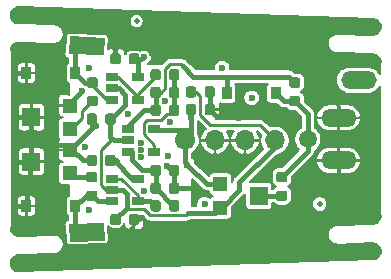
<source format=gtl>
G04 #@! TF.GenerationSoftware,KiCad,Pcbnew,5.1.5+dfsg1-2build2*
G04 #@! TF.CreationDate,2021-01-13T09:20:08+02:00*
G04 #@! TF.ProjectId,differential-tweezer,64696666-6572-4656-9e74-69616c2d7477,rev?*
G04 #@! TF.SameCoordinates,Original*
G04 #@! TF.FileFunction,Copper,L1,Top*
G04 #@! TF.FilePolarity,Positive*
%FSLAX46Y46*%
G04 Gerber Fmt 4.6, Leading zero omitted, Abs format (unit mm)*
G04 Created by KiCad (PCBNEW 5.1.5+dfsg1-2build2) date 2021-01-13 09:20:08*
%MOMM*%
%LPD*%
G04 APERTURE LIST*
%ADD10C,2.600000*%
%ADD11C,0.350000*%
%ADD12C,0.500000*%
%ADD13R,0.850000X1.000000*%
%ADD14O,3.000000X1.500000*%
%ADD15C,1.500000*%
%ADD16O,1.700000X1.700000*%
%ADD17C,1.700000*%
%ADD18R,1.500000X1.600000*%
%ADD19R,1.200000X1.200000*%
%ADD20R,1.060000X0.650000*%
%ADD21C,0.600000*%
%ADD22C,0.400000*%
%ADD23C,0.250000*%
%ADD24C,0.200000*%
%ADD25C,0.300000*%
%ADD26C,1.100000*%
%ADD27O,2.000000X0.750000*%
%ADD28C,0.350000*%
G04 APERTURE END LIST*
D10*
X21051188Y-8431946D02*
X24948812Y-8568054D01*
X21151188Y-25568054D02*
X25048812Y-25431946D01*
G04 #@! TA.AperFunction,SMDPad,CuDef*
D11*
G36*
X12275958Y-9799855D02*
G01*
X12325691Y-8300680D01*
X15324042Y-8400145D01*
X15274309Y-9899320D01*
X12275958Y-9799855D01*
G37*
G04 #@! TD.AperFunction*
G04 #@! TA.AperFunction,SMDPad,CuDef*
G36*
X12325691Y-25699320D02*
G01*
X12275958Y-24200145D01*
X15274309Y-24100680D01*
X15324042Y-25599855D01*
X12325691Y-25699320D01*
G37*
G04 #@! TD.AperFunction*
D12*
X33500000Y-22500000D03*
X18000000Y-7000000D03*
D13*
X25625000Y-13100000D03*
X29775000Y-13100000D03*
D14*
X35100000Y-18800000D03*
X35100000Y-15200000D03*
D15*
X32500000Y-17000000D03*
D14*
X36800000Y-12000000D03*
D16*
X29720000Y-17100000D03*
X27180000Y-17100000D03*
X24640000Y-17100000D03*
D17*
X22100000Y-17100000D03*
D18*
X9100000Y-15150000D03*
D19*
X12350000Y-14150000D03*
X12350000Y-16150000D03*
D18*
X9100000Y-18900000D03*
D19*
X12350000Y-17900000D03*
X12350000Y-19900000D03*
D18*
X28350000Y-21800000D03*
D19*
X25100000Y-22800000D03*
X25100000Y-20800000D03*
D20*
X18100000Y-11750000D03*
X18100000Y-13650000D03*
X15900000Y-13650000D03*
X15900000Y-12700000D03*
X15900000Y-11750000D03*
X19500000Y-16150000D03*
X19500000Y-18050000D03*
X17300000Y-18050000D03*
X17300000Y-17100000D03*
X17300000Y-16150000D03*
X18100000Y-20350000D03*
X18100000Y-22250000D03*
X15900000Y-22250000D03*
X15900000Y-21300000D03*
X15900000Y-20350000D03*
G04 #@! TA.AperFunction,SMDPad,CuDef*
D11*
G36*
X14527691Y-13351053D02*
G01*
X14548926Y-13354203D01*
X14569750Y-13359419D01*
X14589962Y-13366651D01*
X14609368Y-13375830D01*
X14627781Y-13386866D01*
X14645024Y-13399654D01*
X14660930Y-13414070D01*
X14675346Y-13429976D01*
X14688134Y-13447219D01*
X14699170Y-13465632D01*
X14708349Y-13485038D01*
X14715581Y-13505250D01*
X14720797Y-13526074D01*
X14723947Y-13547309D01*
X14725000Y-13568750D01*
X14725000Y-14006250D01*
X14723947Y-14027691D01*
X14720797Y-14048926D01*
X14715581Y-14069750D01*
X14708349Y-14089962D01*
X14699170Y-14109368D01*
X14688134Y-14127781D01*
X14675346Y-14145024D01*
X14660930Y-14160930D01*
X14645024Y-14175346D01*
X14627781Y-14188134D01*
X14609368Y-14199170D01*
X14589962Y-14208349D01*
X14569750Y-14215581D01*
X14548926Y-14220797D01*
X14527691Y-14223947D01*
X14506250Y-14225000D01*
X13993750Y-14225000D01*
X13972309Y-14223947D01*
X13951074Y-14220797D01*
X13930250Y-14215581D01*
X13910038Y-14208349D01*
X13890632Y-14199170D01*
X13872219Y-14188134D01*
X13854976Y-14175346D01*
X13839070Y-14160930D01*
X13824654Y-14145024D01*
X13811866Y-14127781D01*
X13800830Y-14109368D01*
X13791651Y-14089962D01*
X13784419Y-14069750D01*
X13779203Y-14048926D01*
X13776053Y-14027691D01*
X13775000Y-14006250D01*
X13775000Y-13568750D01*
X13776053Y-13547309D01*
X13779203Y-13526074D01*
X13784419Y-13505250D01*
X13791651Y-13485038D01*
X13800830Y-13465632D01*
X13811866Y-13447219D01*
X13824654Y-13429976D01*
X13839070Y-13414070D01*
X13854976Y-13399654D01*
X13872219Y-13386866D01*
X13890632Y-13375830D01*
X13910038Y-13366651D01*
X13930250Y-13359419D01*
X13951074Y-13354203D01*
X13972309Y-13351053D01*
X13993750Y-13350000D01*
X14506250Y-13350000D01*
X14527691Y-13351053D01*
G37*
G04 #@! TD.AperFunction*
G04 #@! TA.AperFunction,SMDPad,CuDef*
G36*
X14527691Y-11776053D02*
G01*
X14548926Y-11779203D01*
X14569750Y-11784419D01*
X14589962Y-11791651D01*
X14609368Y-11800830D01*
X14627781Y-11811866D01*
X14645024Y-11824654D01*
X14660930Y-11839070D01*
X14675346Y-11854976D01*
X14688134Y-11872219D01*
X14699170Y-11890632D01*
X14708349Y-11910038D01*
X14715581Y-11930250D01*
X14720797Y-11951074D01*
X14723947Y-11972309D01*
X14725000Y-11993750D01*
X14725000Y-12431250D01*
X14723947Y-12452691D01*
X14720797Y-12473926D01*
X14715581Y-12494750D01*
X14708349Y-12514962D01*
X14699170Y-12534368D01*
X14688134Y-12552781D01*
X14675346Y-12570024D01*
X14660930Y-12585930D01*
X14645024Y-12600346D01*
X14627781Y-12613134D01*
X14609368Y-12624170D01*
X14589962Y-12633349D01*
X14569750Y-12640581D01*
X14548926Y-12645797D01*
X14527691Y-12648947D01*
X14506250Y-12650000D01*
X13993750Y-12650000D01*
X13972309Y-12648947D01*
X13951074Y-12645797D01*
X13930250Y-12640581D01*
X13910038Y-12633349D01*
X13890632Y-12624170D01*
X13872219Y-12613134D01*
X13854976Y-12600346D01*
X13839070Y-12585930D01*
X13824654Y-12570024D01*
X13811866Y-12552781D01*
X13800830Y-12534368D01*
X13791651Y-12514962D01*
X13784419Y-12494750D01*
X13779203Y-12473926D01*
X13776053Y-12452691D01*
X13775000Y-12431250D01*
X13775000Y-11993750D01*
X13776053Y-11972309D01*
X13779203Y-11951074D01*
X13784419Y-11930250D01*
X13791651Y-11910038D01*
X13800830Y-11890632D01*
X13811866Y-11872219D01*
X13824654Y-11854976D01*
X13839070Y-11839070D01*
X13854976Y-11824654D01*
X13872219Y-11811866D01*
X13890632Y-11800830D01*
X13910038Y-11791651D01*
X13930250Y-11784419D01*
X13951074Y-11779203D01*
X13972309Y-11776053D01*
X13993750Y-11775000D01*
X14506250Y-11775000D01*
X14527691Y-11776053D01*
G37*
G04 #@! TD.AperFunction*
G04 #@! TA.AperFunction,SMDPad,CuDef*
G36*
X19852691Y-12576053D02*
G01*
X19873926Y-12579203D01*
X19894750Y-12584419D01*
X19914962Y-12591651D01*
X19934368Y-12600830D01*
X19952781Y-12611866D01*
X19970024Y-12624654D01*
X19985930Y-12639070D01*
X20000346Y-12654976D01*
X20013134Y-12672219D01*
X20024170Y-12690632D01*
X20033349Y-12710038D01*
X20040581Y-12730250D01*
X20045797Y-12751074D01*
X20048947Y-12772309D01*
X20050000Y-12793750D01*
X20050000Y-13306250D01*
X20048947Y-13327691D01*
X20045797Y-13348926D01*
X20040581Y-13369750D01*
X20033349Y-13389962D01*
X20024170Y-13409368D01*
X20013134Y-13427781D01*
X20000346Y-13445024D01*
X19985930Y-13460930D01*
X19970024Y-13475346D01*
X19952781Y-13488134D01*
X19934368Y-13499170D01*
X19914962Y-13508349D01*
X19894750Y-13515581D01*
X19873926Y-13520797D01*
X19852691Y-13523947D01*
X19831250Y-13525000D01*
X19393750Y-13525000D01*
X19372309Y-13523947D01*
X19351074Y-13520797D01*
X19330250Y-13515581D01*
X19310038Y-13508349D01*
X19290632Y-13499170D01*
X19272219Y-13488134D01*
X19254976Y-13475346D01*
X19239070Y-13460930D01*
X19224654Y-13445024D01*
X19211866Y-13427781D01*
X19200830Y-13409368D01*
X19191651Y-13389962D01*
X19184419Y-13369750D01*
X19179203Y-13348926D01*
X19176053Y-13327691D01*
X19175000Y-13306250D01*
X19175000Y-12793750D01*
X19176053Y-12772309D01*
X19179203Y-12751074D01*
X19184419Y-12730250D01*
X19191651Y-12710038D01*
X19200830Y-12690632D01*
X19211866Y-12672219D01*
X19224654Y-12654976D01*
X19239070Y-12639070D01*
X19254976Y-12624654D01*
X19272219Y-12611866D01*
X19290632Y-12600830D01*
X19310038Y-12591651D01*
X19330250Y-12584419D01*
X19351074Y-12579203D01*
X19372309Y-12576053D01*
X19393750Y-12575000D01*
X19831250Y-12575000D01*
X19852691Y-12576053D01*
G37*
G04 #@! TD.AperFunction*
G04 #@! TA.AperFunction,SMDPad,CuDef*
G36*
X21427691Y-12576053D02*
G01*
X21448926Y-12579203D01*
X21469750Y-12584419D01*
X21489962Y-12591651D01*
X21509368Y-12600830D01*
X21527781Y-12611866D01*
X21545024Y-12624654D01*
X21560930Y-12639070D01*
X21575346Y-12654976D01*
X21588134Y-12672219D01*
X21599170Y-12690632D01*
X21608349Y-12710038D01*
X21615581Y-12730250D01*
X21620797Y-12751074D01*
X21623947Y-12772309D01*
X21625000Y-12793750D01*
X21625000Y-13306250D01*
X21623947Y-13327691D01*
X21620797Y-13348926D01*
X21615581Y-13369750D01*
X21608349Y-13389962D01*
X21599170Y-13409368D01*
X21588134Y-13427781D01*
X21575346Y-13445024D01*
X21560930Y-13460930D01*
X21545024Y-13475346D01*
X21527781Y-13488134D01*
X21509368Y-13499170D01*
X21489962Y-13508349D01*
X21469750Y-13515581D01*
X21448926Y-13520797D01*
X21427691Y-13523947D01*
X21406250Y-13525000D01*
X20968750Y-13525000D01*
X20947309Y-13523947D01*
X20926074Y-13520797D01*
X20905250Y-13515581D01*
X20885038Y-13508349D01*
X20865632Y-13499170D01*
X20847219Y-13488134D01*
X20829976Y-13475346D01*
X20814070Y-13460930D01*
X20799654Y-13445024D01*
X20786866Y-13427781D01*
X20775830Y-13409368D01*
X20766651Y-13389962D01*
X20759419Y-13369750D01*
X20754203Y-13348926D01*
X20751053Y-13327691D01*
X20750000Y-13306250D01*
X20750000Y-12793750D01*
X20751053Y-12772309D01*
X20754203Y-12751074D01*
X20759419Y-12730250D01*
X20766651Y-12710038D01*
X20775830Y-12690632D01*
X20786866Y-12672219D01*
X20799654Y-12654976D01*
X20814070Y-12639070D01*
X20829976Y-12624654D01*
X20847219Y-12611866D01*
X20865632Y-12600830D01*
X20885038Y-12591651D01*
X20905250Y-12584419D01*
X20926074Y-12579203D01*
X20947309Y-12576053D01*
X20968750Y-12575000D01*
X21406250Y-12575000D01*
X21427691Y-12576053D01*
G37*
G04 #@! TD.AperFunction*
G04 #@! TA.AperFunction,SMDPad,CuDef*
G36*
X21427691Y-11076053D02*
G01*
X21448926Y-11079203D01*
X21469750Y-11084419D01*
X21489962Y-11091651D01*
X21509368Y-11100830D01*
X21527781Y-11111866D01*
X21545024Y-11124654D01*
X21560930Y-11139070D01*
X21575346Y-11154976D01*
X21588134Y-11172219D01*
X21599170Y-11190632D01*
X21608349Y-11210038D01*
X21615581Y-11230250D01*
X21620797Y-11251074D01*
X21623947Y-11272309D01*
X21625000Y-11293750D01*
X21625000Y-11806250D01*
X21623947Y-11827691D01*
X21620797Y-11848926D01*
X21615581Y-11869750D01*
X21608349Y-11889962D01*
X21599170Y-11909368D01*
X21588134Y-11927781D01*
X21575346Y-11945024D01*
X21560930Y-11960930D01*
X21545024Y-11975346D01*
X21527781Y-11988134D01*
X21509368Y-11999170D01*
X21489962Y-12008349D01*
X21469750Y-12015581D01*
X21448926Y-12020797D01*
X21427691Y-12023947D01*
X21406250Y-12025000D01*
X20968750Y-12025000D01*
X20947309Y-12023947D01*
X20926074Y-12020797D01*
X20905250Y-12015581D01*
X20885038Y-12008349D01*
X20865632Y-11999170D01*
X20847219Y-11988134D01*
X20829976Y-11975346D01*
X20814070Y-11960930D01*
X20799654Y-11945024D01*
X20786866Y-11927781D01*
X20775830Y-11909368D01*
X20766651Y-11889962D01*
X20759419Y-11869750D01*
X20754203Y-11848926D01*
X20751053Y-11827691D01*
X20750000Y-11806250D01*
X20750000Y-11293750D01*
X20751053Y-11272309D01*
X20754203Y-11251074D01*
X20759419Y-11230250D01*
X20766651Y-11210038D01*
X20775830Y-11190632D01*
X20786866Y-11172219D01*
X20799654Y-11154976D01*
X20814070Y-11139070D01*
X20829976Y-11124654D01*
X20847219Y-11111866D01*
X20865632Y-11100830D01*
X20885038Y-11091651D01*
X20905250Y-11084419D01*
X20926074Y-11079203D01*
X20947309Y-11076053D01*
X20968750Y-11075000D01*
X21406250Y-11075000D01*
X21427691Y-11076053D01*
G37*
G04 #@! TD.AperFunction*
G04 #@! TA.AperFunction,SMDPad,CuDef*
G36*
X19852691Y-11076053D02*
G01*
X19873926Y-11079203D01*
X19894750Y-11084419D01*
X19914962Y-11091651D01*
X19934368Y-11100830D01*
X19952781Y-11111866D01*
X19970024Y-11124654D01*
X19985930Y-11139070D01*
X20000346Y-11154976D01*
X20013134Y-11172219D01*
X20024170Y-11190632D01*
X20033349Y-11210038D01*
X20040581Y-11230250D01*
X20045797Y-11251074D01*
X20048947Y-11272309D01*
X20050000Y-11293750D01*
X20050000Y-11806250D01*
X20048947Y-11827691D01*
X20045797Y-11848926D01*
X20040581Y-11869750D01*
X20033349Y-11889962D01*
X20024170Y-11909368D01*
X20013134Y-11927781D01*
X20000346Y-11945024D01*
X19985930Y-11960930D01*
X19970024Y-11975346D01*
X19952781Y-11988134D01*
X19934368Y-11999170D01*
X19914962Y-12008349D01*
X19894750Y-12015581D01*
X19873926Y-12020797D01*
X19852691Y-12023947D01*
X19831250Y-12025000D01*
X19393750Y-12025000D01*
X19372309Y-12023947D01*
X19351074Y-12020797D01*
X19330250Y-12015581D01*
X19310038Y-12008349D01*
X19290632Y-11999170D01*
X19272219Y-11988134D01*
X19254976Y-11975346D01*
X19239070Y-11960930D01*
X19224654Y-11945024D01*
X19211866Y-11927781D01*
X19200830Y-11909368D01*
X19191651Y-11889962D01*
X19184419Y-11869750D01*
X19179203Y-11848926D01*
X19176053Y-11827691D01*
X19175000Y-11806250D01*
X19175000Y-11293750D01*
X19176053Y-11272309D01*
X19179203Y-11251074D01*
X19184419Y-11230250D01*
X19191651Y-11210038D01*
X19200830Y-11190632D01*
X19211866Y-11172219D01*
X19224654Y-11154976D01*
X19239070Y-11139070D01*
X19254976Y-11124654D01*
X19272219Y-11111866D01*
X19290632Y-11100830D01*
X19310038Y-11091651D01*
X19330250Y-11084419D01*
X19351074Y-11079203D01*
X19372309Y-11076053D01*
X19393750Y-11075000D01*
X19831250Y-11075000D01*
X19852691Y-11076053D01*
G37*
G04 #@! TD.AperFunction*
G04 #@! TA.AperFunction,SMDPad,CuDef*
G36*
X31677691Y-11776053D02*
G01*
X31698926Y-11779203D01*
X31719750Y-11784419D01*
X31739962Y-11791651D01*
X31759368Y-11800830D01*
X31777781Y-11811866D01*
X31795024Y-11824654D01*
X31810930Y-11839070D01*
X31825346Y-11854976D01*
X31838134Y-11872219D01*
X31849170Y-11890632D01*
X31858349Y-11910038D01*
X31865581Y-11930250D01*
X31870797Y-11951074D01*
X31873947Y-11972309D01*
X31875000Y-11993750D01*
X31875000Y-12431250D01*
X31873947Y-12452691D01*
X31870797Y-12473926D01*
X31865581Y-12494750D01*
X31858349Y-12514962D01*
X31849170Y-12534368D01*
X31838134Y-12552781D01*
X31825346Y-12570024D01*
X31810930Y-12585930D01*
X31795024Y-12600346D01*
X31777781Y-12613134D01*
X31759368Y-12624170D01*
X31739962Y-12633349D01*
X31719750Y-12640581D01*
X31698926Y-12645797D01*
X31677691Y-12648947D01*
X31656250Y-12650000D01*
X31143750Y-12650000D01*
X31122309Y-12648947D01*
X31101074Y-12645797D01*
X31080250Y-12640581D01*
X31060038Y-12633349D01*
X31040632Y-12624170D01*
X31022219Y-12613134D01*
X31004976Y-12600346D01*
X30989070Y-12585930D01*
X30974654Y-12570024D01*
X30961866Y-12552781D01*
X30950830Y-12534368D01*
X30941651Y-12514962D01*
X30934419Y-12494750D01*
X30929203Y-12473926D01*
X30926053Y-12452691D01*
X30925000Y-12431250D01*
X30925000Y-11993750D01*
X30926053Y-11972309D01*
X30929203Y-11951074D01*
X30934419Y-11930250D01*
X30941651Y-11910038D01*
X30950830Y-11890632D01*
X30961866Y-11872219D01*
X30974654Y-11854976D01*
X30989070Y-11839070D01*
X31004976Y-11824654D01*
X31022219Y-11811866D01*
X31040632Y-11800830D01*
X31060038Y-11791651D01*
X31080250Y-11784419D01*
X31101074Y-11779203D01*
X31122309Y-11776053D01*
X31143750Y-11775000D01*
X31656250Y-11775000D01*
X31677691Y-11776053D01*
G37*
G04 #@! TD.AperFunction*
G04 #@! TA.AperFunction,SMDPad,CuDef*
G36*
X31677691Y-13351053D02*
G01*
X31698926Y-13354203D01*
X31719750Y-13359419D01*
X31739962Y-13366651D01*
X31759368Y-13375830D01*
X31777781Y-13386866D01*
X31795024Y-13399654D01*
X31810930Y-13414070D01*
X31825346Y-13429976D01*
X31838134Y-13447219D01*
X31849170Y-13465632D01*
X31858349Y-13485038D01*
X31865581Y-13505250D01*
X31870797Y-13526074D01*
X31873947Y-13547309D01*
X31875000Y-13568750D01*
X31875000Y-14006250D01*
X31873947Y-14027691D01*
X31870797Y-14048926D01*
X31865581Y-14069750D01*
X31858349Y-14089962D01*
X31849170Y-14109368D01*
X31838134Y-14127781D01*
X31825346Y-14145024D01*
X31810930Y-14160930D01*
X31795024Y-14175346D01*
X31777781Y-14188134D01*
X31759368Y-14199170D01*
X31739962Y-14208349D01*
X31719750Y-14215581D01*
X31698926Y-14220797D01*
X31677691Y-14223947D01*
X31656250Y-14225000D01*
X31143750Y-14225000D01*
X31122309Y-14223947D01*
X31101074Y-14220797D01*
X31080250Y-14215581D01*
X31060038Y-14208349D01*
X31040632Y-14199170D01*
X31022219Y-14188134D01*
X31004976Y-14175346D01*
X30989070Y-14160930D01*
X30974654Y-14145024D01*
X30961866Y-14127781D01*
X30950830Y-14109368D01*
X30941651Y-14089962D01*
X30934419Y-14069750D01*
X30929203Y-14048926D01*
X30926053Y-14027691D01*
X30925000Y-14006250D01*
X30925000Y-13568750D01*
X30926053Y-13547309D01*
X30929203Y-13526074D01*
X30934419Y-13505250D01*
X30941651Y-13485038D01*
X30950830Y-13465632D01*
X30961866Y-13447219D01*
X30974654Y-13429976D01*
X30989070Y-13414070D01*
X31004976Y-13399654D01*
X31022219Y-13386866D01*
X31040632Y-13375830D01*
X31060038Y-13366651D01*
X31080250Y-13359419D01*
X31101074Y-13354203D01*
X31122309Y-13351053D01*
X31143750Y-13350000D01*
X31656250Y-13350000D01*
X31677691Y-13351053D01*
G37*
G04 #@! TD.AperFunction*
G04 #@! TA.AperFunction,SMDPad,CuDef*
G36*
X30577691Y-19776053D02*
G01*
X30598926Y-19779203D01*
X30619750Y-19784419D01*
X30639962Y-19791651D01*
X30659368Y-19800830D01*
X30677781Y-19811866D01*
X30695024Y-19824654D01*
X30710930Y-19839070D01*
X30725346Y-19854976D01*
X30738134Y-19872219D01*
X30749170Y-19890632D01*
X30758349Y-19910038D01*
X30765581Y-19930250D01*
X30770797Y-19951074D01*
X30773947Y-19972309D01*
X30775000Y-19993750D01*
X30775000Y-20431250D01*
X30773947Y-20452691D01*
X30770797Y-20473926D01*
X30765581Y-20494750D01*
X30758349Y-20514962D01*
X30749170Y-20534368D01*
X30738134Y-20552781D01*
X30725346Y-20570024D01*
X30710930Y-20585930D01*
X30695024Y-20600346D01*
X30677781Y-20613134D01*
X30659368Y-20624170D01*
X30639962Y-20633349D01*
X30619750Y-20640581D01*
X30598926Y-20645797D01*
X30577691Y-20648947D01*
X30556250Y-20650000D01*
X30043750Y-20650000D01*
X30022309Y-20648947D01*
X30001074Y-20645797D01*
X29980250Y-20640581D01*
X29960038Y-20633349D01*
X29940632Y-20624170D01*
X29922219Y-20613134D01*
X29904976Y-20600346D01*
X29889070Y-20585930D01*
X29874654Y-20570024D01*
X29861866Y-20552781D01*
X29850830Y-20534368D01*
X29841651Y-20514962D01*
X29834419Y-20494750D01*
X29829203Y-20473926D01*
X29826053Y-20452691D01*
X29825000Y-20431250D01*
X29825000Y-19993750D01*
X29826053Y-19972309D01*
X29829203Y-19951074D01*
X29834419Y-19930250D01*
X29841651Y-19910038D01*
X29850830Y-19890632D01*
X29861866Y-19872219D01*
X29874654Y-19854976D01*
X29889070Y-19839070D01*
X29904976Y-19824654D01*
X29922219Y-19811866D01*
X29940632Y-19800830D01*
X29960038Y-19791651D01*
X29980250Y-19784419D01*
X30001074Y-19779203D01*
X30022309Y-19776053D01*
X30043750Y-19775000D01*
X30556250Y-19775000D01*
X30577691Y-19776053D01*
G37*
G04 #@! TD.AperFunction*
G04 #@! TA.AperFunction,SMDPad,CuDef*
G36*
X30577691Y-21351053D02*
G01*
X30598926Y-21354203D01*
X30619750Y-21359419D01*
X30639962Y-21366651D01*
X30659368Y-21375830D01*
X30677781Y-21386866D01*
X30695024Y-21399654D01*
X30710930Y-21414070D01*
X30725346Y-21429976D01*
X30738134Y-21447219D01*
X30749170Y-21465632D01*
X30758349Y-21485038D01*
X30765581Y-21505250D01*
X30770797Y-21526074D01*
X30773947Y-21547309D01*
X30775000Y-21568750D01*
X30775000Y-22006250D01*
X30773947Y-22027691D01*
X30770797Y-22048926D01*
X30765581Y-22069750D01*
X30758349Y-22089962D01*
X30749170Y-22109368D01*
X30738134Y-22127781D01*
X30725346Y-22145024D01*
X30710930Y-22160930D01*
X30695024Y-22175346D01*
X30677781Y-22188134D01*
X30659368Y-22199170D01*
X30639962Y-22208349D01*
X30619750Y-22215581D01*
X30598926Y-22220797D01*
X30577691Y-22223947D01*
X30556250Y-22225000D01*
X30043750Y-22225000D01*
X30022309Y-22223947D01*
X30001074Y-22220797D01*
X29980250Y-22215581D01*
X29960038Y-22208349D01*
X29940632Y-22199170D01*
X29922219Y-22188134D01*
X29904976Y-22175346D01*
X29889070Y-22160930D01*
X29874654Y-22145024D01*
X29861866Y-22127781D01*
X29850830Y-22109368D01*
X29841651Y-22089962D01*
X29834419Y-22069750D01*
X29829203Y-22048926D01*
X29826053Y-22027691D01*
X29825000Y-22006250D01*
X29825000Y-21568750D01*
X29826053Y-21547309D01*
X29829203Y-21526074D01*
X29834419Y-21505250D01*
X29841651Y-21485038D01*
X29850830Y-21465632D01*
X29861866Y-21447219D01*
X29874654Y-21429976D01*
X29889070Y-21414070D01*
X29904976Y-21399654D01*
X29922219Y-21386866D01*
X29940632Y-21375830D01*
X29960038Y-21366651D01*
X29980250Y-21359419D01*
X30001074Y-21354203D01*
X30022309Y-21351053D01*
X30043750Y-21350000D01*
X30556250Y-21350000D01*
X30577691Y-21351053D01*
G37*
G04 #@! TD.AperFunction*
G04 #@! TA.AperFunction,SMDPad,CuDef*
G36*
X14477691Y-19776053D02*
G01*
X14498926Y-19779203D01*
X14519750Y-19784419D01*
X14539962Y-19791651D01*
X14559368Y-19800830D01*
X14577781Y-19811866D01*
X14595024Y-19824654D01*
X14610930Y-19839070D01*
X14625346Y-19854976D01*
X14638134Y-19872219D01*
X14649170Y-19890632D01*
X14658349Y-19910038D01*
X14665581Y-19930250D01*
X14670797Y-19951074D01*
X14673947Y-19972309D01*
X14675000Y-19993750D01*
X14675000Y-20431250D01*
X14673947Y-20452691D01*
X14670797Y-20473926D01*
X14665581Y-20494750D01*
X14658349Y-20514962D01*
X14649170Y-20534368D01*
X14638134Y-20552781D01*
X14625346Y-20570024D01*
X14610930Y-20585930D01*
X14595024Y-20600346D01*
X14577781Y-20613134D01*
X14559368Y-20624170D01*
X14539962Y-20633349D01*
X14519750Y-20640581D01*
X14498926Y-20645797D01*
X14477691Y-20648947D01*
X14456250Y-20650000D01*
X13943750Y-20650000D01*
X13922309Y-20648947D01*
X13901074Y-20645797D01*
X13880250Y-20640581D01*
X13860038Y-20633349D01*
X13840632Y-20624170D01*
X13822219Y-20613134D01*
X13804976Y-20600346D01*
X13789070Y-20585930D01*
X13774654Y-20570024D01*
X13761866Y-20552781D01*
X13750830Y-20534368D01*
X13741651Y-20514962D01*
X13734419Y-20494750D01*
X13729203Y-20473926D01*
X13726053Y-20452691D01*
X13725000Y-20431250D01*
X13725000Y-19993750D01*
X13726053Y-19972309D01*
X13729203Y-19951074D01*
X13734419Y-19930250D01*
X13741651Y-19910038D01*
X13750830Y-19890632D01*
X13761866Y-19872219D01*
X13774654Y-19854976D01*
X13789070Y-19839070D01*
X13804976Y-19824654D01*
X13822219Y-19811866D01*
X13840632Y-19800830D01*
X13860038Y-19791651D01*
X13880250Y-19784419D01*
X13901074Y-19779203D01*
X13922309Y-19776053D01*
X13943750Y-19775000D01*
X14456250Y-19775000D01*
X14477691Y-19776053D01*
G37*
G04 #@! TD.AperFunction*
G04 #@! TA.AperFunction,SMDPad,CuDef*
G36*
X14477691Y-21351053D02*
G01*
X14498926Y-21354203D01*
X14519750Y-21359419D01*
X14539962Y-21366651D01*
X14559368Y-21375830D01*
X14577781Y-21386866D01*
X14595024Y-21399654D01*
X14610930Y-21414070D01*
X14625346Y-21429976D01*
X14638134Y-21447219D01*
X14649170Y-21465632D01*
X14658349Y-21485038D01*
X14665581Y-21505250D01*
X14670797Y-21526074D01*
X14673947Y-21547309D01*
X14675000Y-21568750D01*
X14675000Y-22006250D01*
X14673947Y-22027691D01*
X14670797Y-22048926D01*
X14665581Y-22069750D01*
X14658349Y-22089962D01*
X14649170Y-22109368D01*
X14638134Y-22127781D01*
X14625346Y-22145024D01*
X14610930Y-22160930D01*
X14595024Y-22175346D01*
X14577781Y-22188134D01*
X14559368Y-22199170D01*
X14539962Y-22208349D01*
X14519750Y-22215581D01*
X14498926Y-22220797D01*
X14477691Y-22223947D01*
X14456250Y-22225000D01*
X13943750Y-22225000D01*
X13922309Y-22223947D01*
X13901074Y-22220797D01*
X13880250Y-22215581D01*
X13860038Y-22208349D01*
X13840632Y-22199170D01*
X13822219Y-22188134D01*
X13804976Y-22175346D01*
X13789070Y-22160930D01*
X13774654Y-22145024D01*
X13761866Y-22127781D01*
X13750830Y-22109368D01*
X13741651Y-22089962D01*
X13734419Y-22069750D01*
X13729203Y-22048926D01*
X13726053Y-22027691D01*
X13725000Y-22006250D01*
X13725000Y-21568750D01*
X13726053Y-21547309D01*
X13729203Y-21526074D01*
X13734419Y-21505250D01*
X13741651Y-21485038D01*
X13750830Y-21465632D01*
X13761866Y-21447219D01*
X13774654Y-21429976D01*
X13789070Y-21414070D01*
X13804976Y-21399654D01*
X13822219Y-21386866D01*
X13840632Y-21375830D01*
X13860038Y-21366651D01*
X13880250Y-21359419D01*
X13901074Y-21354203D01*
X13922309Y-21351053D01*
X13943750Y-21350000D01*
X14456250Y-21350000D01*
X14477691Y-21351053D01*
G37*
G04 #@! TD.AperFunction*
G04 #@! TA.AperFunction,SMDPad,CuDef*
G36*
X21427691Y-20676053D02*
G01*
X21448926Y-20679203D01*
X21469750Y-20684419D01*
X21489962Y-20691651D01*
X21509368Y-20700830D01*
X21527781Y-20711866D01*
X21545024Y-20724654D01*
X21560930Y-20739070D01*
X21575346Y-20754976D01*
X21588134Y-20772219D01*
X21599170Y-20790632D01*
X21608349Y-20810038D01*
X21615581Y-20830250D01*
X21620797Y-20851074D01*
X21623947Y-20872309D01*
X21625000Y-20893750D01*
X21625000Y-21406250D01*
X21623947Y-21427691D01*
X21620797Y-21448926D01*
X21615581Y-21469750D01*
X21608349Y-21489962D01*
X21599170Y-21509368D01*
X21588134Y-21527781D01*
X21575346Y-21545024D01*
X21560930Y-21560930D01*
X21545024Y-21575346D01*
X21527781Y-21588134D01*
X21509368Y-21599170D01*
X21489962Y-21608349D01*
X21469750Y-21615581D01*
X21448926Y-21620797D01*
X21427691Y-21623947D01*
X21406250Y-21625000D01*
X20968750Y-21625000D01*
X20947309Y-21623947D01*
X20926074Y-21620797D01*
X20905250Y-21615581D01*
X20885038Y-21608349D01*
X20865632Y-21599170D01*
X20847219Y-21588134D01*
X20829976Y-21575346D01*
X20814070Y-21560930D01*
X20799654Y-21545024D01*
X20786866Y-21527781D01*
X20775830Y-21509368D01*
X20766651Y-21489962D01*
X20759419Y-21469750D01*
X20754203Y-21448926D01*
X20751053Y-21427691D01*
X20750000Y-21406250D01*
X20750000Y-20893750D01*
X20751053Y-20872309D01*
X20754203Y-20851074D01*
X20759419Y-20830250D01*
X20766651Y-20810038D01*
X20775830Y-20790632D01*
X20786866Y-20772219D01*
X20799654Y-20754976D01*
X20814070Y-20739070D01*
X20829976Y-20724654D01*
X20847219Y-20711866D01*
X20865632Y-20700830D01*
X20885038Y-20691651D01*
X20905250Y-20684419D01*
X20926074Y-20679203D01*
X20947309Y-20676053D01*
X20968750Y-20675000D01*
X21406250Y-20675000D01*
X21427691Y-20676053D01*
G37*
G04 #@! TD.AperFunction*
G04 #@! TA.AperFunction,SMDPad,CuDef*
G36*
X19852691Y-20676053D02*
G01*
X19873926Y-20679203D01*
X19894750Y-20684419D01*
X19914962Y-20691651D01*
X19934368Y-20700830D01*
X19952781Y-20711866D01*
X19970024Y-20724654D01*
X19985930Y-20739070D01*
X20000346Y-20754976D01*
X20013134Y-20772219D01*
X20024170Y-20790632D01*
X20033349Y-20810038D01*
X20040581Y-20830250D01*
X20045797Y-20851074D01*
X20048947Y-20872309D01*
X20050000Y-20893750D01*
X20050000Y-21406250D01*
X20048947Y-21427691D01*
X20045797Y-21448926D01*
X20040581Y-21469750D01*
X20033349Y-21489962D01*
X20024170Y-21509368D01*
X20013134Y-21527781D01*
X20000346Y-21545024D01*
X19985930Y-21560930D01*
X19970024Y-21575346D01*
X19952781Y-21588134D01*
X19934368Y-21599170D01*
X19914962Y-21608349D01*
X19894750Y-21615581D01*
X19873926Y-21620797D01*
X19852691Y-21623947D01*
X19831250Y-21625000D01*
X19393750Y-21625000D01*
X19372309Y-21623947D01*
X19351074Y-21620797D01*
X19330250Y-21615581D01*
X19310038Y-21608349D01*
X19290632Y-21599170D01*
X19272219Y-21588134D01*
X19254976Y-21575346D01*
X19239070Y-21560930D01*
X19224654Y-21545024D01*
X19211866Y-21527781D01*
X19200830Y-21509368D01*
X19191651Y-21489962D01*
X19184419Y-21469750D01*
X19179203Y-21448926D01*
X19176053Y-21427691D01*
X19175000Y-21406250D01*
X19175000Y-20893750D01*
X19176053Y-20872309D01*
X19179203Y-20851074D01*
X19184419Y-20830250D01*
X19191651Y-20810038D01*
X19200830Y-20790632D01*
X19211866Y-20772219D01*
X19224654Y-20754976D01*
X19239070Y-20739070D01*
X19254976Y-20724654D01*
X19272219Y-20711866D01*
X19290632Y-20700830D01*
X19310038Y-20691651D01*
X19330250Y-20684419D01*
X19351074Y-20679203D01*
X19372309Y-20676053D01*
X19393750Y-20675000D01*
X19831250Y-20675000D01*
X19852691Y-20676053D01*
G37*
G04 #@! TD.AperFunction*
G04 #@! TA.AperFunction,SMDPad,CuDef*
G36*
X21427691Y-22176053D02*
G01*
X21448926Y-22179203D01*
X21469750Y-22184419D01*
X21489962Y-22191651D01*
X21509368Y-22200830D01*
X21527781Y-22211866D01*
X21545024Y-22224654D01*
X21560930Y-22239070D01*
X21575346Y-22254976D01*
X21588134Y-22272219D01*
X21599170Y-22290632D01*
X21608349Y-22310038D01*
X21615581Y-22330250D01*
X21620797Y-22351074D01*
X21623947Y-22372309D01*
X21625000Y-22393750D01*
X21625000Y-22906250D01*
X21623947Y-22927691D01*
X21620797Y-22948926D01*
X21615581Y-22969750D01*
X21608349Y-22989962D01*
X21599170Y-23009368D01*
X21588134Y-23027781D01*
X21575346Y-23045024D01*
X21560930Y-23060930D01*
X21545024Y-23075346D01*
X21527781Y-23088134D01*
X21509368Y-23099170D01*
X21489962Y-23108349D01*
X21469750Y-23115581D01*
X21448926Y-23120797D01*
X21427691Y-23123947D01*
X21406250Y-23125000D01*
X20968750Y-23125000D01*
X20947309Y-23123947D01*
X20926074Y-23120797D01*
X20905250Y-23115581D01*
X20885038Y-23108349D01*
X20865632Y-23099170D01*
X20847219Y-23088134D01*
X20829976Y-23075346D01*
X20814070Y-23060930D01*
X20799654Y-23045024D01*
X20786866Y-23027781D01*
X20775830Y-23009368D01*
X20766651Y-22989962D01*
X20759419Y-22969750D01*
X20754203Y-22948926D01*
X20751053Y-22927691D01*
X20750000Y-22906250D01*
X20750000Y-22393750D01*
X20751053Y-22372309D01*
X20754203Y-22351074D01*
X20759419Y-22330250D01*
X20766651Y-22310038D01*
X20775830Y-22290632D01*
X20786866Y-22272219D01*
X20799654Y-22254976D01*
X20814070Y-22239070D01*
X20829976Y-22224654D01*
X20847219Y-22211866D01*
X20865632Y-22200830D01*
X20885038Y-22191651D01*
X20905250Y-22184419D01*
X20926074Y-22179203D01*
X20947309Y-22176053D01*
X20968750Y-22175000D01*
X21406250Y-22175000D01*
X21427691Y-22176053D01*
G37*
G04 #@! TD.AperFunction*
G04 #@! TA.AperFunction,SMDPad,CuDef*
G36*
X19852691Y-22176053D02*
G01*
X19873926Y-22179203D01*
X19894750Y-22184419D01*
X19914962Y-22191651D01*
X19934368Y-22200830D01*
X19952781Y-22211866D01*
X19970024Y-22224654D01*
X19985930Y-22239070D01*
X20000346Y-22254976D01*
X20013134Y-22272219D01*
X20024170Y-22290632D01*
X20033349Y-22310038D01*
X20040581Y-22330250D01*
X20045797Y-22351074D01*
X20048947Y-22372309D01*
X20050000Y-22393750D01*
X20050000Y-22906250D01*
X20048947Y-22927691D01*
X20045797Y-22948926D01*
X20040581Y-22969750D01*
X20033349Y-22989962D01*
X20024170Y-23009368D01*
X20013134Y-23027781D01*
X20000346Y-23045024D01*
X19985930Y-23060930D01*
X19970024Y-23075346D01*
X19952781Y-23088134D01*
X19934368Y-23099170D01*
X19914962Y-23108349D01*
X19894750Y-23115581D01*
X19873926Y-23120797D01*
X19852691Y-23123947D01*
X19831250Y-23125000D01*
X19393750Y-23125000D01*
X19372309Y-23123947D01*
X19351074Y-23120797D01*
X19330250Y-23115581D01*
X19310038Y-23108349D01*
X19290632Y-23099170D01*
X19272219Y-23088134D01*
X19254976Y-23075346D01*
X19239070Y-23060930D01*
X19224654Y-23045024D01*
X19211866Y-23027781D01*
X19200830Y-23009368D01*
X19191651Y-22989962D01*
X19184419Y-22969750D01*
X19179203Y-22948926D01*
X19176053Y-22927691D01*
X19175000Y-22906250D01*
X19175000Y-22393750D01*
X19176053Y-22372309D01*
X19179203Y-22351074D01*
X19184419Y-22330250D01*
X19191651Y-22310038D01*
X19200830Y-22290632D01*
X19211866Y-22272219D01*
X19224654Y-22254976D01*
X19239070Y-22239070D01*
X19254976Y-22224654D01*
X19272219Y-22211866D01*
X19290632Y-22200830D01*
X19310038Y-22191651D01*
X19330250Y-22184419D01*
X19351074Y-22179203D01*
X19372309Y-22176053D01*
X19393750Y-22175000D01*
X19831250Y-22175000D01*
X19852691Y-22176053D01*
G37*
G04 #@! TD.AperFunction*
D13*
X8675000Y-11400000D03*
X12825000Y-11400000D03*
G04 #@! TA.AperFunction,SMDPad,CuDef*
D11*
G36*
X21427691Y-14076053D02*
G01*
X21448926Y-14079203D01*
X21469750Y-14084419D01*
X21489962Y-14091651D01*
X21509368Y-14100830D01*
X21527781Y-14111866D01*
X21545024Y-14124654D01*
X21560930Y-14139070D01*
X21575346Y-14154976D01*
X21588134Y-14172219D01*
X21599170Y-14190632D01*
X21608349Y-14210038D01*
X21615581Y-14230250D01*
X21620797Y-14251074D01*
X21623947Y-14272309D01*
X21625000Y-14293750D01*
X21625000Y-14806250D01*
X21623947Y-14827691D01*
X21620797Y-14848926D01*
X21615581Y-14869750D01*
X21608349Y-14889962D01*
X21599170Y-14909368D01*
X21588134Y-14927781D01*
X21575346Y-14945024D01*
X21560930Y-14960930D01*
X21545024Y-14975346D01*
X21527781Y-14988134D01*
X21509368Y-14999170D01*
X21489962Y-15008349D01*
X21469750Y-15015581D01*
X21448926Y-15020797D01*
X21427691Y-15023947D01*
X21406250Y-15025000D01*
X20968750Y-15025000D01*
X20947309Y-15023947D01*
X20926074Y-15020797D01*
X20905250Y-15015581D01*
X20885038Y-15008349D01*
X20865632Y-14999170D01*
X20847219Y-14988134D01*
X20829976Y-14975346D01*
X20814070Y-14960930D01*
X20799654Y-14945024D01*
X20786866Y-14927781D01*
X20775830Y-14909368D01*
X20766651Y-14889962D01*
X20759419Y-14869750D01*
X20754203Y-14848926D01*
X20751053Y-14827691D01*
X20750000Y-14806250D01*
X20750000Y-14293750D01*
X20751053Y-14272309D01*
X20754203Y-14251074D01*
X20759419Y-14230250D01*
X20766651Y-14210038D01*
X20775830Y-14190632D01*
X20786866Y-14172219D01*
X20799654Y-14154976D01*
X20814070Y-14139070D01*
X20829976Y-14124654D01*
X20847219Y-14111866D01*
X20865632Y-14100830D01*
X20885038Y-14091651D01*
X20905250Y-14084419D01*
X20926074Y-14079203D01*
X20947309Y-14076053D01*
X20968750Y-14075000D01*
X21406250Y-14075000D01*
X21427691Y-14076053D01*
G37*
G04 #@! TD.AperFunction*
G04 #@! TA.AperFunction,SMDPad,CuDef*
G36*
X19852691Y-14076053D02*
G01*
X19873926Y-14079203D01*
X19894750Y-14084419D01*
X19914962Y-14091651D01*
X19934368Y-14100830D01*
X19952781Y-14111866D01*
X19970024Y-14124654D01*
X19985930Y-14139070D01*
X20000346Y-14154976D01*
X20013134Y-14172219D01*
X20024170Y-14190632D01*
X20033349Y-14210038D01*
X20040581Y-14230250D01*
X20045797Y-14251074D01*
X20048947Y-14272309D01*
X20050000Y-14293750D01*
X20050000Y-14806250D01*
X20048947Y-14827691D01*
X20045797Y-14848926D01*
X20040581Y-14869750D01*
X20033349Y-14889962D01*
X20024170Y-14909368D01*
X20013134Y-14927781D01*
X20000346Y-14945024D01*
X19985930Y-14960930D01*
X19970024Y-14975346D01*
X19952781Y-14988134D01*
X19934368Y-14999170D01*
X19914962Y-15008349D01*
X19894750Y-15015581D01*
X19873926Y-15020797D01*
X19852691Y-15023947D01*
X19831250Y-15025000D01*
X19393750Y-15025000D01*
X19372309Y-15023947D01*
X19351074Y-15020797D01*
X19330250Y-15015581D01*
X19310038Y-15008349D01*
X19290632Y-14999170D01*
X19272219Y-14988134D01*
X19254976Y-14975346D01*
X19239070Y-14960930D01*
X19224654Y-14945024D01*
X19211866Y-14927781D01*
X19200830Y-14909368D01*
X19191651Y-14889962D01*
X19184419Y-14869750D01*
X19179203Y-14848926D01*
X19176053Y-14827691D01*
X19175000Y-14806250D01*
X19175000Y-14293750D01*
X19176053Y-14272309D01*
X19179203Y-14251074D01*
X19184419Y-14230250D01*
X19191651Y-14210038D01*
X19200830Y-14190632D01*
X19211866Y-14172219D01*
X19224654Y-14154976D01*
X19239070Y-14139070D01*
X19254976Y-14124654D01*
X19272219Y-14111866D01*
X19290632Y-14100830D01*
X19310038Y-14091651D01*
X19330250Y-14084419D01*
X19351074Y-14079203D01*
X19372309Y-14076053D01*
X19393750Y-14075000D01*
X19831250Y-14075000D01*
X19852691Y-14076053D01*
G37*
G04 #@! TD.AperFunction*
D13*
X8675000Y-22650000D03*
X12825000Y-22650000D03*
G04 #@! TA.AperFunction,SMDPad,CuDef*
D11*
G36*
X19852691Y-19176053D02*
G01*
X19873926Y-19179203D01*
X19894750Y-19184419D01*
X19914962Y-19191651D01*
X19934368Y-19200830D01*
X19952781Y-19211866D01*
X19970024Y-19224654D01*
X19985930Y-19239070D01*
X20000346Y-19254976D01*
X20013134Y-19272219D01*
X20024170Y-19290632D01*
X20033349Y-19310038D01*
X20040581Y-19330250D01*
X20045797Y-19351074D01*
X20048947Y-19372309D01*
X20050000Y-19393750D01*
X20050000Y-19906250D01*
X20048947Y-19927691D01*
X20045797Y-19948926D01*
X20040581Y-19969750D01*
X20033349Y-19989962D01*
X20024170Y-20009368D01*
X20013134Y-20027781D01*
X20000346Y-20045024D01*
X19985930Y-20060930D01*
X19970024Y-20075346D01*
X19952781Y-20088134D01*
X19934368Y-20099170D01*
X19914962Y-20108349D01*
X19894750Y-20115581D01*
X19873926Y-20120797D01*
X19852691Y-20123947D01*
X19831250Y-20125000D01*
X19393750Y-20125000D01*
X19372309Y-20123947D01*
X19351074Y-20120797D01*
X19330250Y-20115581D01*
X19310038Y-20108349D01*
X19290632Y-20099170D01*
X19272219Y-20088134D01*
X19254976Y-20075346D01*
X19239070Y-20060930D01*
X19224654Y-20045024D01*
X19211866Y-20027781D01*
X19200830Y-20009368D01*
X19191651Y-19989962D01*
X19184419Y-19969750D01*
X19179203Y-19948926D01*
X19176053Y-19927691D01*
X19175000Y-19906250D01*
X19175000Y-19393750D01*
X19176053Y-19372309D01*
X19179203Y-19351074D01*
X19184419Y-19330250D01*
X19191651Y-19310038D01*
X19200830Y-19290632D01*
X19211866Y-19272219D01*
X19224654Y-19254976D01*
X19239070Y-19239070D01*
X19254976Y-19224654D01*
X19272219Y-19211866D01*
X19290632Y-19200830D01*
X19310038Y-19191651D01*
X19330250Y-19184419D01*
X19351074Y-19179203D01*
X19372309Y-19176053D01*
X19393750Y-19175000D01*
X19831250Y-19175000D01*
X19852691Y-19176053D01*
G37*
G04 #@! TD.AperFunction*
G04 #@! TA.AperFunction,SMDPad,CuDef*
G36*
X21427691Y-19176053D02*
G01*
X21448926Y-19179203D01*
X21469750Y-19184419D01*
X21489962Y-19191651D01*
X21509368Y-19200830D01*
X21527781Y-19211866D01*
X21545024Y-19224654D01*
X21560930Y-19239070D01*
X21575346Y-19254976D01*
X21588134Y-19272219D01*
X21599170Y-19290632D01*
X21608349Y-19310038D01*
X21615581Y-19330250D01*
X21620797Y-19351074D01*
X21623947Y-19372309D01*
X21625000Y-19393750D01*
X21625000Y-19906250D01*
X21623947Y-19927691D01*
X21620797Y-19948926D01*
X21615581Y-19969750D01*
X21608349Y-19989962D01*
X21599170Y-20009368D01*
X21588134Y-20027781D01*
X21575346Y-20045024D01*
X21560930Y-20060930D01*
X21545024Y-20075346D01*
X21527781Y-20088134D01*
X21509368Y-20099170D01*
X21489962Y-20108349D01*
X21469750Y-20115581D01*
X21448926Y-20120797D01*
X21427691Y-20123947D01*
X21406250Y-20125000D01*
X20968750Y-20125000D01*
X20947309Y-20123947D01*
X20926074Y-20120797D01*
X20905250Y-20115581D01*
X20885038Y-20108349D01*
X20865632Y-20099170D01*
X20847219Y-20088134D01*
X20829976Y-20075346D01*
X20814070Y-20060930D01*
X20799654Y-20045024D01*
X20786866Y-20027781D01*
X20775830Y-20009368D01*
X20766651Y-19989962D01*
X20759419Y-19969750D01*
X20754203Y-19948926D01*
X20751053Y-19927691D01*
X20750000Y-19906250D01*
X20750000Y-19393750D01*
X20751053Y-19372309D01*
X20754203Y-19351074D01*
X20759419Y-19330250D01*
X20766651Y-19310038D01*
X20775830Y-19290632D01*
X20786866Y-19272219D01*
X20799654Y-19254976D01*
X20814070Y-19239070D01*
X20829976Y-19224654D01*
X20847219Y-19211866D01*
X20865632Y-19200830D01*
X20885038Y-19191651D01*
X20905250Y-19184419D01*
X20926074Y-19179203D01*
X20947309Y-19176053D01*
X20968750Y-19175000D01*
X21406250Y-19175000D01*
X21427691Y-19176053D01*
G37*
G04 #@! TD.AperFunction*
G04 #@! TA.AperFunction,SMDPad,CuDef*
G36*
X22852691Y-12526053D02*
G01*
X22873926Y-12529203D01*
X22894750Y-12534419D01*
X22914962Y-12541651D01*
X22934368Y-12550830D01*
X22952781Y-12561866D01*
X22970024Y-12574654D01*
X22985930Y-12589070D01*
X23000346Y-12604976D01*
X23013134Y-12622219D01*
X23024170Y-12640632D01*
X23033349Y-12660038D01*
X23040581Y-12680250D01*
X23045797Y-12701074D01*
X23048947Y-12722309D01*
X23050000Y-12743750D01*
X23050000Y-13256250D01*
X23048947Y-13277691D01*
X23045797Y-13298926D01*
X23040581Y-13319750D01*
X23033349Y-13339962D01*
X23024170Y-13359368D01*
X23013134Y-13377781D01*
X23000346Y-13395024D01*
X22985930Y-13410930D01*
X22970024Y-13425346D01*
X22952781Y-13438134D01*
X22934368Y-13449170D01*
X22914962Y-13458349D01*
X22894750Y-13465581D01*
X22873926Y-13470797D01*
X22852691Y-13473947D01*
X22831250Y-13475000D01*
X22393750Y-13475000D01*
X22372309Y-13473947D01*
X22351074Y-13470797D01*
X22330250Y-13465581D01*
X22310038Y-13458349D01*
X22290632Y-13449170D01*
X22272219Y-13438134D01*
X22254976Y-13425346D01*
X22239070Y-13410930D01*
X22224654Y-13395024D01*
X22211866Y-13377781D01*
X22200830Y-13359368D01*
X22191651Y-13339962D01*
X22184419Y-13319750D01*
X22179203Y-13298926D01*
X22176053Y-13277691D01*
X22175000Y-13256250D01*
X22175000Y-12743750D01*
X22176053Y-12722309D01*
X22179203Y-12701074D01*
X22184419Y-12680250D01*
X22191651Y-12660038D01*
X22200830Y-12640632D01*
X22211866Y-12622219D01*
X22224654Y-12604976D01*
X22239070Y-12589070D01*
X22254976Y-12574654D01*
X22272219Y-12561866D01*
X22290632Y-12550830D01*
X22310038Y-12541651D01*
X22330250Y-12534419D01*
X22351074Y-12529203D01*
X22372309Y-12526053D01*
X22393750Y-12525000D01*
X22831250Y-12525000D01*
X22852691Y-12526053D01*
G37*
G04 #@! TD.AperFunction*
G04 #@! TA.AperFunction,SMDPad,CuDef*
G36*
X24427691Y-12526053D02*
G01*
X24448926Y-12529203D01*
X24469750Y-12534419D01*
X24489962Y-12541651D01*
X24509368Y-12550830D01*
X24527781Y-12561866D01*
X24545024Y-12574654D01*
X24560930Y-12589070D01*
X24575346Y-12604976D01*
X24588134Y-12622219D01*
X24599170Y-12640632D01*
X24608349Y-12660038D01*
X24615581Y-12680250D01*
X24620797Y-12701074D01*
X24623947Y-12722309D01*
X24625000Y-12743750D01*
X24625000Y-13256250D01*
X24623947Y-13277691D01*
X24620797Y-13298926D01*
X24615581Y-13319750D01*
X24608349Y-13339962D01*
X24599170Y-13359368D01*
X24588134Y-13377781D01*
X24575346Y-13395024D01*
X24560930Y-13410930D01*
X24545024Y-13425346D01*
X24527781Y-13438134D01*
X24509368Y-13449170D01*
X24489962Y-13458349D01*
X24469750Y-13465581D01*
X24448926Y-13470797D01*
X24427691Y-13473947D01*
X24406250Y-13475000D01*
X23968750Y-13475000D01*
X23947309Y-13473947D01*
X23926074Y-13470797D01*
X23905250Y-13465581D01*
X23885038Y-13458349D01*
X23865632Y-13449170D01*
X23847219Y-13438134D01*
X23829976Y-13425346D01*
X23814070Y-13410930D01*
X23799654Y-13395024D01*
X23786866Y-13377781D01*
X23775830Y-13359368D01*
X23766651Y-13339962D01*
X23759419Y-13319750D01*
X23754203Y-13298926D01*
X23751053Y-13277691D01*
X23750000Y-13256250D01*
X23750000Y-12743750D01*
X23751053Y-12722309D01*
X23754203Y-12701074D01*
X23759419Y-12680250D01*
X23766651Y-12660038D01*
X23775830Y-12640632D01*
X23786866Y-12622219D01*
X23799654Y-12604976D01*
X23814070Y-12589070D01*
X23829976Y-12574654D01*
X23847219Y-12561866D01*
X23865632Y-12550830D01*
X23885038Y-12541651D01*
X23905250Y-12534419D01*
X23926074Y-12529203D01*
X23947309Y-12526053D01*
X23968750Y-12525000D01*
X24406250Y-12525000D01*
X24427691Y-12526053D01*
G37*
G04 #@! TD.AperFunction*
G04 #@! TA.AperFunction,SMDPad,CuDef*
G36*
X16452691Y-23326053D02*
G01*
X16473926Y-23329203D01*
X16494750Y-23334419D01*
X16514962Y-23341651D01*
X16534368Y-23350830D01*
X16552781Y-23361866D01*
X16570024Y-23374654D01*
X16585930Y-23389070D01*
X16600346Y-23404976D01*
X16613134Y-23422219D01*
X16624170Y-23440632D01*
X16633349Y-23460038D01*
X16640581Y-23480250D01*
X16645797Y-23501074D01*
X16648947Y-23522309D01*
X16650000Y-23543750D01*
X16650000Y-24056250D01*
X16648947Y-24077691D01*
X16645797Y-24098926D01*
X16640581Y-24119750D01*
X16633349Y-24139962D01*
X16624170Y-24159368D01*
X16613134Y-24177781D01*
X16600346Y-24195024D01*
X16585930Y-24210930D01*
X16570024Y-24225346D01*
X16552781Y-24238134D01*
X16534368Y-24249170D01*
X16514962Y-24258349D01*
X16494750Y-24265581D01*
X16473926Y-24270797D01*
X16452691Y-24273947D01*
X16431250Y-24275000D01*
X15993750Y-24275000D01*
X15972309Y-24273947D01*
X15951074Y-24270797D01*
X15930250Y-24265581D01*
X15910038Y-24258349D01*
X15890632Y-24249170D01*
X15872219Y-24238134D01*
X15854976Y-24225346D01*
X15839070Y-24210930D01*
X15824654Y-24195024D01*
X15811866Y-24177781D01*
X15800830Y-24159368D01*
X15791651Y-24139962D01*
X15784419Y-24119750D01*
X15779203Y-24098926D01*
X15776053Y-24077691D01*
X15775000Y-24056250D01*
X15775000Y-23543750D01*
X15776053Y-23522309D01*
X15779203Y-23501074D01*
X15784419Y-23480250D01*
X15791651Y-23460038D01*
X15800830Y-23440632D01*
X15811866Y-23422219D01*
X15824654Y-23404976D01*
X15839070Y-23389070D01*
X15854976Y-23374654D01*
X15872219Y-23361866D01*
X15890632Y-23350830D01*
X15910038Y-23341651D01*
X15930250Y-23334419D01*
X15951074Y-23329203D01*
X15972309Y-23326053D01*
X15993750Y-23325000D01*
X16431250Y-23325000D01*
X16452691Y-23326053D01*
G37*
G04 #@! TD.AperFunction*
G04 #@! TA.AperFunction,SMDPad,CuDef*
G36*
X18027691Y-23326053D02*
G01*
X18048926Y-23329203D01*
X18069750Y-23334419D01*
X18089962Y-23341651D01*
X18109368Y-23350830D01*
X18127781Y-23361866D01*
X18145024Y-23374654D01*
X18160930Y-23389070D01*
X18175346Y-23404976D01*
X18188134Y-23422219D01*
X18199170Y-23440632D01*
X18208349Y-23460038D01*
X18215581Y-23480250D01*
X18220797Y-23501074D01*
X18223947Y-23522309D01*
X18225000Y-23543750D01*
X18225000Y-24056250D01*
X18223947Y-24077691D01*
X18220797Y-24098926D01*
X18215581Y-24119750D01*
X18208349Y-24139962D01*
X18199170Y-24159368D01*
X18188134Y-24177781D01*
X18175346Y-24195024D01*
X18160930Y-24210930D01*
X18145024Y-24225346D01*
X18127781Y-24238134D01*
X18109368Y-24249170D01*
X18089962Y-24258349D01*
X18069750Y-24265581D01*
X18048926Y-24270797D01*
X18027691Y-24273947D01*
X18006250Y-24275000D01*
X17568750Y-24275000D01*
X17547309Y-24273947D01*
X17526074Y-24270797D01*
X17505250Y-24265581D01*
X17485038Y-24258349D01*
X17465632Y-24249170D01*
X17447219Y-24238134D01*
X17429976Y-24225346D01*
X17414070Y-24210930D01*
X17399654Y-24195024D01*
X17386866Y-24177781D01*
X17375830Y-24159368D01*
X17366651Y-24139962D01*
X17359419Y-24119750D01*
X17354203Y-24098926D01*
X17351053Y-24077691D01*
X17350000Y-24056250D01*
X17350000Y-23543750D01*
X17351053Y-23522309D01*
X17354203Y-23501074D01*
X17359419Y-23480250D01*
X17366651Y-23460038D01*
X17375830Y-23440632D01*
X17386866Y-23422219D01*
X17399654Y-23404976D01*
X17414070Y-23389070D01*
X17429976Y-23374654D01*
X17447219Y-23361866D01*
X17465632Y-23350830D01*
X17485038Y-23341651D01*
X17505250Y-23334419D01*
X17526074Y-23329203D01*
X17547309Y-23326053D01*
X17568750Y-23325000D01*
X18006250Y-23325000D01*
X18027691Y-23326053D01*
G37*
G04 #@! TD.AperFunction*
G04 #@! TA.AperFunction,SMDPad,CuDef*
G36*
X16027691Y-14826053D02*
G01*
X16048926Y-14829203D01*
X16069750Y-14834419D01*
X16089962Y-14841651D01*
X16109368Y-14850830D01*
X16127781Y-14861866D01*
X16145024Y-14874654D01*
X16160930Y-14889070D01*
X16175346Y-14904976D01*
X16188134Y-14922219D01*
X16199170Y-14940632D01*
X16208349Y-14960038D01*
X16215581Y-14980250D01*
X16220797Y-15001074D01*
X16223947Y-15022309D01*
X16225000Y-15043750D01*
X16225000Y-15556250D01*
X16223947Y-15577691D01*
X16220797Y-15598926D01*
X16215581Y-15619750D01*
X16208349Y-15639962D01*
X16199170Y-15659368D01*
X16188134Y-15677781D01*
X16175346Y-15695024D01*
X16160930Y-15710930D01*
X16145024Y-15725346D01*
X16127781Y-15738134D01*
X16109368Y-15749170D01*
X16089962Y-15758349D01*
X16069750Y-15765581D01*
X16048926Y-15770797D01*
X16027691Y-15773947D01*
X16006250Y-15775000D01*
X15568750Y-15775000D01*
X15547309Y-15773947D01*
X15526074Y-15770797D01*
X15505250Y-15765581D01*
X15485038Y-15758349D01*
X15465632Y-15749170D01*
X15447219Y-15738134D01*
X15429976Y-15725346D01*
X15414070Y-15710930D01*
X15399654Y-15695024D01*
X15386866Y-15677781D01*
X15375830Y-15659368D01*
X15366651Y-15639962D01*
X15359419Y-15619750D01*
X15354203Y-15598926D01*
X15351053Y-15577691D01*
X15350000Y-15556250D01*
X15350000Y-15043750D01*
X15351053Y-15022309D01*
X15354203Y-15001074D01*
X15359419Y-14980250D01*
X15366651Y-14960038D01*
X15375830Y-14940632D01*
X15386866Y-14922219D01*
X15399654Y-14904976D01*
X15414070Y-14889070D01*
X15429976Y-14874654D01*
X15447219Y-14861866D01*
X15465632Y-14850830D01*
X15485038Y-14841651D01*
X15505250Y-14834419D01*
X15526074Y-14829203D01*
X15547309Y-14826053D01*
X15568750Y-14825000D01*
X16006250Y-14825000D01*
X16027691Y-14826053D01*
G37*
G04 #@! TD.AperFunction*
G04 #@! TA.AperFunction,SMDPad,CuDef*
G36*
X14452691Y-14826053D02*
G01*
X14473926Y-14829203D01*
X14494750Y-14834419D01*
X14514962Y-14841651D01*
X14534368Y-14850830D01*
X14552781Y-14861866D01*
X14570024Y-14874654D01*
X14585930Y-14889070D01*
X14600346Y-14904976D01*
X14613134Y-14922219D01*
X14624170Y-14940632D01*
X14633349Y-14960038D01*
X14640581Y-14980250D01*
X14645797Y-15001074D01*
X14648947Y-15022309D01*
X14650000Y-15043750D01*
X14650000Y-15556250D01*
X14648947Y-15577691D01*
X14645797Y-15598926D01*
X14640581Y-15619750D01*
X14633349Y-15639962D01*
X14624170Y-15659368D01*
X14613134Y-15677781D01*
X14600346Y-15695024D01*
X14585930Y-15710930D01*
X14570024Y-15725346D01*
X14552781Y-15738134D01*
X14534368Y-15749170D01*
X14514962Y-15758349D01*
X14494750Y-15765581D01*
X14473926Y-15770797D01*
X14452691Y-15773947D01*
X14431250Y-15775000D01*
X13993750Y-15775000D01*
X13972309Y-15773947D01*
X13951074Y-15770797D01*
X13930250Y-15765581D01*
X13910038Y-15758349D01*
X13890632Y-15749170D01*
X13872219Y-15738134D01*
X13854976Y-15725346D01*
X13839070Y-15710930D01*
X13824654Y-15695024D01*
X13811866Y-15677781D01*
X13800830Y-15659368D01*
X13791651Y-15639962D01*
X13784419Y-15619750D01*
X13779203Y-15598926D01*
X13776053Y-15577691D01*
X13775000Y-15556250D01*
X13775000Y-15043750D01*
X13776053Y-15022309D01*
X13779203Y-15001074D01*
X13784419Y-14980250D01*
X13791651Y-14960038D01*
X13800830Y-14940632D01*
X13811866Y-14922219D01*
X13824654Y-14904976D01*
X13839070Y-14889070D01*
X13854976Y-14874654D01*
X13872219Y-14861866D01*
X13890632Y-14850830D01*
X13910038Y-14841651D01*
X13930250Y-14834419D01*
X13951074Y-14829203D01*
X13972309Y-14826053D01*
X13993750Y-14825000D01*
X14431250Y-14825000D01*
X14452691Y-14826053D01*
G37*
G04 #@! TD.AperFunction*
G04 #@! TA.AperFunction,SMDPad,CuDef*
G36*
X24427691Y-14026053D02*
G01*
X24448926Y-14029203D01*
X24469750Y-14034419D01*
X24489962Y-14041651D01*
X24509368Y-14050830D01*
X24527781Y-14061866D01*
X24545024Y-14074654D01*
X24560930Y-14089070D01*
X24575346Y-14104976D01*
X24588134Y-14122219D01*
X24599170Y-14140632D01*
X24608349Y-14160038D01*
X24615581Y-14180250D01*
X24620797Y-14201074D01*
X24623947Y-14222309D01*
X24625000Y-14243750D01*
X24625000Y-14756250D01*
X24623947Y-14777691D01*
X24620797Y-14798926D01*
X24615581Y-14819750D01*
X24608349Y-14839962D01*
X24599170Y-14859368D01*
X24588134Y-14877781D01*
X24575346Y-14895024D01*
X24560930Y-14910930D01*
X24545024Y-14925346D01*
X24527781Y-14938134D01*
X24509368Y-14949170D01*
X24489962Y-14958349D01*
X24469750Y-14965581D01*
X24448926Y-14970797D01*
X24427691Y-14973947D01*
X24406250Y-14975000D01*
X23968750Y-14975000D01*
X23947309Y-14973947D01*
X23926074Y-14970797D01*
X23905250Y-14965581D01*
X23885038Y-14958349D01*
X23865632Y-14949170D01*
X23847219Y-14938134D01*
X23829976Y-14925346D01*
X23814070Y-14910930D01*
X23799654Y-14895024D01*
X23786866Y-14877781D01*
X23775830Y-14859368D01*
X23766651Y-14839962D01*
X23759419Y-14819750D01*
X23754203Y-14798926D01*
X23751053Y-14777691D01*
X23750000Y-14756250D01*
X23750000Y-14243750D01*
X23751053Y-14222309D01*
X23754203Y-14201074D01*
X23759419Y-14180250D01*
X23766651Y-14160038D01*
X23775830Y-14140632D01*
X23786866Y-14122219D01*
X23799654Y-14104976D01*
X23814070Y-14089070D01*
X23829976Y-14074654D01*
X23847219Y-14061866D01*
X23865632Y-14050830D01*
X23885038Y-14041651D01*
X23905250Y-14034419D01*
X23926074Y-14029203D01*
X23947309Y-14026053D01*
X23968750Y-14025000D01*
X24406250Y-14025000D01*
X24427691Y-14026053D01*
G37*
G04 #@! TD.AperFunction*
G04 #@! TA.AperFunction,SMDPad,CuDef*
G36*
X22852691Y-14026053D02*
G01*
X22873926Y-14029203D01*
X22894750Y-14034419D01*
X22914962Y-14041651D01*
X22934368Y-14050830D01*
X22952781Y-14061866D01*
X22970024Y-14074654D01*
X22985930Y-14089070D01*
X23000346Y-14104976D01*
X23013134Y-14122219D01*
X23024170Y-14140632D01*
X23033349Y-14160038D01*
X23040581Y-14180250D01*
X23045797Y-14201074D01*
X23048947Y-14222309D01*
X23050000Y-14243750D01*
X23050000Y-14756250D01*
X23048947Y-14777691D01*
X23045797Y-14798926D01*
X23040581Y-14819750D01*
X23033349Y-14839962D01*
X23024170Y-14859368D01*
X23013134Y-14877781D01*
X23000346Y-14895024D01*
X22985930Y-14910930D01*
X22970024Y-14925346D01*
X22952781Y-14938134D01*
X22934368Y-14949170D01*
X22914962Y-14958349D01*
X22894750Y-14965581D01*
X22873926Y-14970797D01*
X22852691Y-14973947D01*
X22831250Y-14975000D01*
X22393750Y-14975000D01*
X22372309Y-14973947D01*
X22351074Y-14970797D01*
X22330250Y-14965581D01*
X22310038Y-14958349D01*
X22290632Y-14949170D01*
X22272219Y-14938134D01*
X22254976Y-14925346D01*
X22239070Y-14910930D01*
X22224654Y-14895024D01*
X22211866Y-14877781D01*
X22200830Y-14859368D01*
X22191651Y-14839962D01*
X22184419Y-14819750D01*
X22179203Y-14798926D01*
X22176053Y-14777691D01*
X22175000Y-14756250D01*
X22175000Y-14243750D01*
X22176053Y-14222309D01*
X22179203Y-14201074D01*
X22184419Y-14180250D01*
X22191651Y-14160038D01*
X22200830Y-14140632D01*
X22211866Y-14122219D01*
X22224654Y-14104976D01*
X22239070Y-14089070D01*
X22254976Y-14074654D01*
X22272219Y-14061866D01*
X22290632Y-14050830D01*
X22310038Y-14041651D01*
X22330250Y-14034419D01*
X22351074Y-14029203D01*
X22372309Y-14026053D01*
X22393750Y-14025000D01*
X22831250Y-14025000D01*
X22852691Y-14026053D01*
G37*
G04 #@! TD.AperFunction*
G04 #@! TA.AperFunction,SMDPad,CuDef*
G36*
X14452691Y-18326053D02*
G01*
X14473926Y-18329203D01*
X14494750Y-18334419D01*
X14514962Y-18341651D01*
X14534368Y-18350830D01*
X14552781Y-18361866D01*
X14570024Y-18374654D01*
X14585930Y-18389070D01*
X14600346Y-18404976D01*
X14613134Y-18422219D01*
X14624170Y-18440632D01*
X14633349Y-18460038D01*
X14640581Y-18480250D01*
X14645797Y-18501074D01*
X14648947Y-18522309D01*
X14650000Y-18543750D01*
X14650000Y-19056250D01*
X14648947Y-19077691D01*
X14645797Y-19098926D01*
X14640581Y-19119750D01*
X14633349Y-19139962D01*
X14624170Y-19159368D01*
X14613134Y-19177781D01*
X14600346Y-19195024D01*
X14585930Y-19210930D01*
X14570024Y-19225346D01*
X14552781Y-19238134D01*
X14534368Y-19249170D01*
X14514962Y-19258349D01*
X14494750Y-19265581D01*
X14473926Y-19270797D01*
X14452691Y-19273947D01*
X14431250Y-19275000D01*
X13993750Y-19275000D01*
X13972309Y-19273947D01*
X13951074Y-19270797D01*
X13930250Y-19265581D01*
X13910038Y-19258349D01*
X13890632Y-19249170D01*
X13872219Y-19238134D01*
X13854976Y-19225346D01*
X13839070Y-19210930D01*
X13824654Y-19195024D01*
X13811866Y-19177781D01*
X13800830Y-19159368D01*
X13791651Y-19139962D01*
X13784419Y-19119750D01*
X13779203Y-19098926D01*
X13776053Y-19077691D01*
X13775000Y-19056250D01*
X13775000Y-18543750D01*
X13776053Y-18522309D01*
X13779203Y-18501074D01*
X13784419Y-18480250D01*
X13791651Y-18460038D01*
X13800830Y-18440632D01*
X13811866Y-18422219D01*
X13824654Y-18404976D01*
X13839070Y-18389070D01*
X13854976Y-18374654D01*
X13872219Y-18361866D01*
X13890632Y-18350830D01*
X13910038Y-18341651D01*
X13930250Y-18334419D01*
X13951074Y-18329203D01*
X13972309Y-18326053D01*
X13993750Y-18325000D01*
X14431250Y-18325000D01*
X14452691Y-18326053D01*
G37*
G04 #@! TD.AperFunction*
G04 #@! TA.AperFunction,SMDPad,CuDef*
G36*
X16027691Y-18326053D02*
G01*
X16048926Y-18329203D01*
X16069750Y-18334419D01*
X16089962Y-18341651D01*
X16109368Y-18350830D01*
X16127781Y-18361866D01*
X16145024Y-18374654D01*
X16160930Y-18389070D01*
X16175346Y-18404976D01*
X16188134Y-18422219D01*
X16199170Y-18440632D01*
X16208349Y-18460038D01*
X16215581Y-18480250D01*
X16220797Y-18501074D01*
X16223947Y-18522309D01*
X16225000Y-18543750D01*
X16225000Y-19056250D01*
X16223947Y-19077691D01*
X16220797Y-19098926D01*
X16215581Y-19119750D01*
X16208349Y-19139962D01*
X16199170Y-19159368D01*
X16188134Y-19177781D01*
X16175346Y-19195024D01*
X16160930Y-19210930D01*
X16145024Y-19225346D01*
X16127781Y-19238134D01*
X16109368Y-19249170D01*
X16089962Y-19258349D01*
X16069750Y-19265581D01*
X16048926Y-19270797D01*
X16027691Y-19273947D01*
X16006250Y-19275000D01*
X15568750Y-19275000D01*
X15547309Y-19273947D01*
X15526074Y-19270797D01*
X15505250Y-19265581D01*
X15485038Y-19258349D01*
X15465632Y-19249170D01*
X15447219Y-19238134D01*
X15429976Y-19225346D01*
X15414070Y-19210930D01*
X15399654Y-19195024D01*
X15386866Y-19177781D01*
X15375830Y-19159368D01*
X15366651Y-19139962D01*
X15359419Y-19119750D01*
X15354203Y-19098926D01*
X15351053Y-19077691D01*
X15350000Y-19056250D01*
X15350000Y-18543750D01*
X15351053Y-18522309D01*
X15354203Y-18501074D01*
X15359419Y-18480250D01*
X15366651Y-18460038D01*
X15375830Y-18440632D01*
X15386866Y-18422219D01*
X15399654Y-18404976D01*
X15414070Y-18389070D01*
X15429976Y-18374654D01*
X15447219Y-18361866D01*
X15465632Y-18350830D01*
X15485038Y-18341651D01*
X15505250Y-18334419D01*
X15526074Y-18329203D01*
X15547309Y-18326053D01*
X15568750Y-18325000D01*
X16006250Y-18325000D01*
X16027691Y-18326053D01*
G37*
G04 #@! TD.AperFunction*
G04 #@! TA.AperFunction,SMDPad,CuDef*
G36*
X16452691Y-9726053D02*
G01*
X16473926Y-9729203D01*
X16494750Y-9734419D01*
X16514962Y-9741651D01*
X16534368Y-9750830D01*
X16552781Y-9761866D01*
X16570024Y-9774654D01*
X16585930Y-9789070D01*
X16600346Y-9804976D01*
X16613134Y-9822219D01*
X16624170Y-9840632D01*
X16633349Y-9860038D01*
X16640581Y-9880250D01*
X16645797Y-9901074D01*
X16648947Y-9922309D01*
X16650000Y-9943750D01*
X16650000Y-10456250D01*
X16648947Y-10477691D01*
X16645797Y-10498926D01*
X16640581Y-10519750D01*
X16633349Y-10539962D01*
X16624170Y-10559368D01*
X16613134Y-10577781D01*
X16600346Y-10595024D01*
X16585930Y-10610930D01*
X16570024Y-10625346D01*
X16552781Y-10638134D01*
X16534368Y-10649170D01*
X16514962Y-10658349D01*
X16494750Y-10665581D01*
X16473926Y-10670797D01*
X16452691Y-10673947D01*
X16431250Y-10675000D01*
X15993750Y-10675000D01*
X15972309Y-10673947D01*
X15951074Y-10670797D01*
X15930250Y-10665581D01*
X15910038Y-10658349D01*
X15890632Y-10649170D01*
X15872219Y-10638134D01*
X15854976Y-10625346D01*
X15839070Y-10610930D01*
X15824654Y-10595024D01*
X15811866Y-10577781D01*
X15800830Y-10559368D01*
X15791651Y-10539962D01*
X15784419Y-10519750D01*
X15779203Y-10498926D01*
X15776053Y-10477691D01*
X15775000Y-10456250D01*
X15775000Y-9943750D01*
X15776053Y-9922309D01*
X15779203Y-9901074D01*
X15784419Y-9880250D01*
X15791651Y-9860038D01*
X15800830Y-9840632D01*
X15811866Y-9822219D01*
X15824654Y-9804976D01*
X15839070Y-9789070D01*
X15854976Y-9774654D01*
X15872219Y-9761866D01*
X15890632Y-9750830D01*
X15910038Y-9741651D01*
X15930250Y-9734419D01*
X15951074Y-9729203D01*
X15972309Y-9726053D01*
X15993750Y-9725000D01*
X16431250Y-9725000D01*
X16452691Y-9726053D01*
G37*
G04 #@! TD.AperFunction*
G04 #@! TA.AperFunction,SMDPad,CuDef*
G36*
X18027691Y-9726053D02*
G01*
X18048926Y-9729203D01*
X18069750Y-9734419D01*
X18089962Y-9741651D01*
X18109368Y-9750830D01*
X18127781Y-9761866D01*
X18145024Y-9774654D01*
X18160930Y-9789070D01*
X18175346Y-9804976D01*
X18188134Y-9822219D01*
X18199170Y-9840632D01*
X18208349Y-9860038D01*
X18215581Y-9880250D01*
X18220797Y-9901074D01*
X18223947Y-9922309D01*
X18225000Y-9943750D01*
X18225000Y-10456250D01*
X18223947Y-10477691D01*
X18220797Y-10498926D01*
X18215581Y-10519750D01*
X18208349Y-10539962D01*
X18199170Y-10559368D01*
X18188134Y-10577781D01*
X18175346Y-10595024D01*
X18160930Y-10610930D01*
X18145024Y-10625346D01*
X18127781Y-10638134D01*
X18109368Y-10649170D01*
X18089962Y-10658349D01*
X18069750Y-10665581D01*
X18048926Y-10670797D01*
X18027691Y-10673947D01*
X18006250Y-10675000D01*
X17568750Y-10675000D01*
X17547309Y-10673947D01*
X17526074Y-10670797D01*
X17505250Y-10665581D01*
X17485038Y-10658349D01*
X17465632Y-10649170D01*
X17447219Y-10638134D01*
X17429976Y-10625346D01*
X17414070Y-10610930D01*
X17399654Y-10595024D01*
X17386866Y-10577781D01*
X17375830Y-10559368D01*
X17366651Y-10539962D01*
X17359419Y-10519750D01*
X17354203Y-10498926D01*
X17351053Y-10477691D01*
X17350000Y-10456250D01*
X17350000Y-9943750D01*
X17351053Y-9922309D01*
X17354203Y-9901074D01*
X17359419Y-9880250D01*
X17366651Y-9860038D01*
X17375830Y-9840632D01*
X17386866Y-9822219D01*
X17399654Y-9804976D01*
X17414070Y-9789070D01*
X17429976Y-9774654D01*
X17447219Y-9761866D01*
X17465632Y-9750830D01*
X17485038Y-9741651D01*
X17505250Y-9734419D01*
X17526074Y-9729203D01*
X17547309Y-9726053D01*
X17568750Y-9725000D01*
X18006250Y-9725000D01*
X18027691Y-9726053D01*
G37*
G04 #@! TD.AperFunction*
D21*
X25000000Y-18699998D03*
X26900000Y-18700000D03*
X7600000Y-11400000D03*
X7700000Y-22700000D03*
X7800000Y-18900000D03*
X7800000Y-15200000D03*
X14600000Y-15900000D03*
X13400000Y-12900000D03*
X15999980Y-9000000D03*
X18350000Y-18500000D03*
X18350000Y-17900000D03*
X11400000Y-21900000D03*
X18650000Y-21350000D03*
X20550000Y-19250000D03*
X18350000Y-17300000D03*
X11300000Y-11950000D03*
X18400000Y-23650000D03*
X29300000Y-15350000D03*
X35500000Y-26500000D03*
X38000000Y-26500000D03*
X8000000Y-27500000D03*
X8000000Y-6500000D03*
X35500000Y-7500000D03*
X38000000Y-7500000D03*
X26700000Y-15174990D03*
X24900002Y-15100000D03*
X23600002Y-21500000D03*
X15350000Y-27150000D03*
X10650000Y-27400000D03*
X15500000Y-6850000D03*
X10700000Y-6650000D03*
X14000000Y-11000000D03*
X25250000Y-11000000D03*
X16350000Y-18925000D03*
X22300000Y-19150000D03*
X18590026Y-10009974D03*
X22600000Y-15100000D03*
X14000000Y-23000000D03*
X23750000Y-22500000D03*
X13658058Y-17641942D03*
X17250000Y-14900000D03*
X20658602Y-18448566D03*
X20800000Y-15550000D03*
X20400000Y-13800000D03*
X27750000Y-13500000D03*
D22*
X13450000Y-18800000D02*
X12550000Y-17900000D01*
X14212500Y-18800000D02*
X13450000Y-18800000D01*
X9100000Y-18900000D02*
X9100000Y-15150000D01*
X8675000Y-14725000D02*
X9100000Y-15150000D01*
X24187500Y-14500000D02*
X24187500Y-13000000D01*
X8675000Y-11400000D02*
X7600000Y-11400000D01*
X7750000Y-22650000D02*
X7700000Y-22700000D01*
X8675000Y-22650000D02*
X7750000Y-22650000D01*
X9100000Y-18900000D02*
X7800000Y-18900000D01*
X7850000Y-15150000D02*
X7800000Y-15200000D01*
X9100000Y-15150000D02*
X7850000Y-15150000D01*
X12391942Y-17900000D02*
X12350000Y-17900000D01*
X14212500Y-16079442D02*
X12391942Y-17900000D01*
X14212500Y-15300000D02*
X14212500Y-16079442D01*
X14212500Y-15512500D02*
X14600000Y-15900000D01*
X14212500Y-15300000D02*
X14212500Y-15512500D01*
X12350000Y-13950000D02*
X13400000Y-12900000D01*
X12350000Y-14150000D02*
X12350000Y-13950000D01*
X16212500Y-10200000D02*
X16212500Y-9212520D01*
X16212500Y-9212520D02*
X15999980Y-9000000D01*
X21187500Y-21150000D02*
X21187500Y-19650000D01*
X20950000Y-19650000D02*
X20550000Y-19250000D01*
X21187500Y-19650000D02*
X20950000Y-19650000D01*
X18225000Y-23800000D02*
X18450000Y-23575000D01*
X17787500Y-23800000D02*
X18225000Y-23800000D01*
X9100000Y-17500000D02*
X9100000Y-18900000D01*
X11950000Y-17500000D02*
X9100000Y-17500000D01*
X12350000Y-17900000D02*
X11950000Y-17500000D01*
X9000000Y-19000000D02*
X9100000Y-18900000D01*
X8700000Y-21300000D02*
X9000000Y-21000000D01*
X8700000Y-22625000D02*
X8700000Y-21300000D01*
X9000000Y-21000000D02*
X9000000Y-19000000D01*
X8675000Y-22650000D02*
X8700000Y-22625000D01*
D23*
X35100000Y-19800000D02*
X32400000Y-22500000D01*
X35100000Y-18800000D02*
X35100000Y-19800000D01*
X32400000Y-22500000D02*
X32400000Y-26500000D01*
X32400000Y-26500000D02*
X35500000Y-26500000D01*
X35100000Y-14200000D02*
X33500000Y-12600000D01*
X35100000Y-15200000D02*
X35100000Y-14200000D01*
X33500000Y-12600000D02*
X33500000Y-8000000D01*
X34000000Y-7500000D02*
X35500000Y-7500000D01*
X33500000Y-8000000D02*
X34000000Y-7500000D01*
D22*
X24787500Y-15100000D02*
X24187500Y-14500000D01*
X24900002Y-15100000D02*
X24787500Y-15100000D01*
X23250002Y-21150000D02*
X23600002Y-21500000D01*
X21187500Y-21150000D02*
X23250002Y-21150000D01*
D23*
X17787500Y-24275000D02*
X14562500Y-27500000D01*
X17787500Y-23800000D02*
X17787500Y-24275000D01*
X14562500Y-27500000D02*
X11024264Y-27500000D01*
D22*
X15350000Y-27150000D02*
X10900000Y-27150000D01*
X10900000Y-27150000D02*
X10650000Y-27400000D01*
X15500000Y-6800000D02*
X10850000Y-6800000D01*
D23*
X15649960Y-6650000D02*
X11124264Y-6650000D01*
X15999980Y-7000020D02*
X15649960Y-6650000D01*
D22*
X10850000Y-6800000D02*
X10700000Y-6650000D01*
D23*
X15999980Y-9000000D02*
X15999980Y-7000020D01*
X11124264Y-6650000D02*
X10700000Y-6650000D01*
D22*
X18100000Y-10512500D02*
X17787500Y-10200000D01*
X18100000Y-11750000D02*
X18100000Y-10512500D01*
X22612500Y-14587500D02*
X22612500Y-14500000D01*
X19600001Y-16250001D02*
X19500000Y-16150000D01*
X22612500Y-16250001D02*
X19600001Y-16250001D01*
X16050000Y-18800000D02*
X15787500Y-18800000D01*
X17600000Y-20350000D02*
X16050000Y-18800000D01*
X18100000Y-20350000D02*
X17600000Y-20350000D01*
X16225000Y-18800000D02*
X16350000Y-18925000D01*
X15787500Y-18800000D02*
X16225000Y-18800000D01*
X22100000Y-18950000D02*
X22300000Y-19150000D01*
X22100000Y-17100000D02*
X22100000Y-18950000D01*
X22612500Y-16587500D02*
X22100000Y-17100000D01*
X22612500Y-16250001D02*
X22612500Y-16587500D01*
X23950000Y-20800000D02*
X22300000Y-19150000D01*
X25100000Y-20800000D02*
X23950000Y-20800000D01*
X18400000Y-10200000D02*
X18590026Y-10009974D01*
X17787500Y-10200000D02*
X18400000Y-10200000D01*
X22612500Y-15087500D02*
X22600000Y-15100000D01*
X22612500Y-16250001D02*
X22600000Y-16237501D01*
X22600000Y-16237501D02*
X22600000Y-15524264D01*
X22600000Y-15524264D02*
X22600000Y-15100000D01*
X22612500Y-14500000D02*
X22612500Y-15087500D01*
X16830000Y-21300000D02*
X15900000Y-21300000D01*
X17169999Y-21639999D02*
X16830000Y-21300000D01*
X17169999Y-22842501D02*
X17169999Y-21639999D01*
X16212500Y-23800000D02*
X17169999Y-22842501D01*
X17300000Y-17100000D02*
X16370000Y-17100000D01*
X16525002Y-12700000D02*
X15900000Y-12700000D01*
X17050000Y-13224998D02*
X16525002Y-12700000D01*
X17050000Y-14075002D02*
X17050000Y-13224998D01*
X15825002Y-15300000D02*
X17050000Y-14075002D01*
X15787500Y-15300000D02*
X15825002Y-15300000D01*
D23*
X15850000Y-17100000D02*
X16370000Y-17100000D01*
X15024990Y-17925010D02*
X15850000Y-17100000D01*
X15024990Y-20914992D02*
X15024990Y-17925010D01*
X15409998Y-21300000D02*
X15024990Y-20914992D01*
X15900000Y-21300000D02*
X15409998Y-21300000D01*
D22*
X15787500Y-15775000D02*
X15787500Y-15300000D01*
X15787500Y-16837500D02*
X15787500Y-15775000D01*
X16050000Y-17100000D02*
X15787500Y-16837500D01*
X16370000Y-17100000D02*
X16050000Y-17100000D01*
D23*
X17252499Y-22842501D02*
X17309998Y-22900000D01*
X17169999Y-22842501D02*
X17252499Y-22842501D01*
D22*
X29720000Y-17630000D02*
X29720000Y-17100000D01*
X26700000Y-20650000D02*
X29720000Y-17630000D01*
X26700000Y-21322081D02*
X26700000Y-20650000D01*
X25222081Y-22800000D02*
X26700000Y-21322081D01*
X25100000Y-22800000D02*
X25222081Y-22800000D01*
D23*
X28420000Y-15800000D02*
X28870001Y-16250001D01*
X24243506Y-15800000D02*
X28420000Y-15800000D01*
X23375010Y-14931504D02*
X24243506Y-15800000D01*
X23375010Y-13325010D02*
X23375010Y-14931504D01*
X23050000Y-13000000D02*
X23375010Y-13325010D01*
X22612500Y-13000000D02*
X23050000Y-13000000D01*
X28870001Y-16250001D02*
X29720000Y-17100000D01*
X22168496Y-23450010D02*
X22368506Y-23250000D01*
X19168516Y-23450010D02*
X22168496Y-23450010D01*
X18618507Y-22900001D02*
X19168516Y-23450010D01*
X17227499Y-22900001D02*
X18618507Y-22900001D01*
X17169999Y-22842501D02*
X17227499Y-22900001D01*
D22*
X24650000Y-23250000D02*
X25100000Y-22800000D01*
X22368506Y-23250000D02*
X24650000Y-23250000D01*
X21112500Y-22650000D02*
X19612500Y-21150000D01*
X21187500Y-22650000D02*
X21112500Y-22650000D01*
X19612500Y-21150000D02*
X19612500Y-19650000D01*
X18975002Y-19650000D02*
X19612500Y-19650000D01*
X18950001Y-19624999D02*
X18975002Y-19650000D01*
X18424999Y-19624999D02*
X18950001Y-19624999D01*
X17600000Y-18800000D02*
X18424999Y-19624999D01*
X17600000Y-18050000D02*
X17600000Y-18800000D01*
X17300000Y-18050000D02*
X17600000Y-18050000D01*
X13687500Y-21787500D02*
X12825000Y-22650000D01*
X14250000Y-21787500D02*
X13687500Y-21787500D01*
X14712500Y-22250000D02*
X14250000Y-21787500D01*
X15900000Y-22250000D02*
X14712500Y-22250000D01*
X12825000Y-24625000D02*
X13200000Y-25000000D01*
X12825000Y-22650000D02*
X12825000Y-24625000D01*
X21187500Y-14550000D02*
X21187500Y-13050000D01*
X21187500Y-13050000D02*
X21187500Y-11550000D01*
D23*
X20850000Y-14850000D02*
X20850000Y-14887500D01*
X20574998Y-14850000D02*
X20850000Y-14850000D01*
X20074988Y-15350010D02*
X20574998Y-14850000D01*
X20850000Y-14887500D02*
X21187500Y-14550000D01*
X18859988Y-15350010D02*
X20074988Y-15350010D01*
X18600000Y-15609998D02*
X18859988Y-15350010D01*
X18600000Y-16575000D02*
X18600000Y-15609998D01*
X19500000Y-17475000D02*
X18600000Y-16575000D01*
X19500000Y-18050000D02*
X19500000Y-17475000D01*
D22*
X19612500Y-14550000D02*
X19612500Y-13050000D01*
X18650000Y-14550000D02*
X19612500Y-14550000D01*
X17300000Y-15900000D02*
X18650000Y-14550000D01*
X17300000Y-16150000D02*
X17300000Y-15900000D01*
X25625000Y-11825000D02*
X25625000Y-13100000D01*
X25500000Y-11700000D02*
X25625000Y-11825000D01*
X30887500Y-11700000D02*
X31400000Y-12212500D01*
X25500000Y-11700000D02*
X30887500Y-11700000D01*
D23*
X21750000Y-10650000D02*
X21900000Y-10800000D01*
X20843506Y-10650000D02*
X21750000Y-10650000D01*
X20424990Y-12675010D02*
X20424990Y-11068516D01*
X20424990Y-11068516D02*
X20843506Y-10650000D01*
X20050000Y-13050000D02*
X20424990Y-12675010D01*
X19612500Y-13050000D02*
X20050000Y-13050000D01*
D22*
X22800000Y-11700000D02*
X25500000Y-11700000D01*
X21900000Y-10800000D02*
X22800000Y-11700000D01*
D23*
X14250000Y-12420001D02*
X14250000Y-12212500D01*
X15479999Y-13650000D02*
X14250000Y-12420001D01*
X15900000Y-13650000D02*
X15479999Y-13650000D01*
D22*
X13637500Y-12212500D02*
X12825000Y-11400000D01*
X14250000Y-12212500D02*
X13637500Y-12212500D01*
X12825000Y-9375000D02*
X13200000Y-9000000D01*
X12825000Y-11400000D02*
X12825000Y-9375000D01*
X12862500Y-20212500D02*
X12550000Y-19900000D01*
X14250000Y-20212500D02*
X12862500Y-20212500D01*
X30287500Y-21800000D02*
X30300000Y-21787500D01*
X28350000Y-21800000D02*
X30287500Y-21800000D01*
D23*
X16450000Y-11750000D02*
X15900000Y-11750000D01*
X18100000Y-13400000D02*
X16450000Y-11750000D01*
X18100000Y-13650000D02*
X18100000Y-13400000D01*
X18100000Y-13200000D02*
X18100000Y-13650000D01*
X19612500Y-11687500D02*
X18100000Y-13200000D01*
X19612500Y-11550000D02*
X19612500Y-11687500D01*
X13400000Y-15175001D02*
X12425001Y-16150000D01*
X12425001Y-16150000D02*
X12350000Y-16150000D01*
X13400000Y-14600000D02*
X13400000Y-15175001D01*
X14212500Y-13787500D02*
X13400000Y-14600000D01*
X14250000Y-13787500D02*
X14212500Y-13787500D01*
X18100000Y-21750000D02*
X18100000Y-22250000D01*
X16700000Y-20350000D02*
X18100000Y-21750000D01*
X15900000Y-20350000D02*
X16700000Y-20350000D01*
D22*
X18150000Y-22200000D02*
X18100000Y-22250000D01*
X19150000Y-22200000D02*
X18150000Y-22200000D01*
X19600000Y-22650000D02*
X19150000Y-22200000D01*
X19612500Y-22650000D02*
X19600000Y-22650000D01*
X32500000Y-18000000D02*
X32500000Y-17000000D01*
X30300000Y-20200000D02*
X32500000Y-18000000D01*
X30300000Y-20212500D02*
X30300000Y-20200000D01*
X30462500Y-13787500D02*
X29775000Y-13100000D01*
X31400000Y-13787500D02*
X30462500Y-13787500D01*
X32500000Y-14887500D02*
X31400000Y-13787500D01*
X32500000Y-17000000D02*
X32500000Y-14887500D01*
D24*
G36*
X37978700Y-6824470D02*
G01*
X38130805Y-6839384D01*
X38256629Y-6877373D01*
X38372675Y-6939076D01*
X38474532Y-7022148D01*
X38558310Y-7123418D01*
X38620819Y-7239027D01*
X38659686Y-7364586D01*
X38673425Y-7495303D01*
X38661513Y-7626190D01*
X38624405Y-7752273D01*
X38563510Y-7868755D01*
X38481158Y-7971180D01*
X38380472Y-8055665D01*
X38265296Y-8118984D01*
X38140017Y-8158725D01*
X37997321Y-8174731D01*
X34994876Y-8074649D01*
X34964839Y-8076600D01*
X34961306Y-8076600D01*
X34956793Y-8077074D01*
X34955763Y-8077190D01*
X34946996Y-8077759D01*
X34944328Y-8078472D01*
X34859818Y-8087951D01*
X34831010Y-8094075D01*
X34802110Y-8099797D01*
X34797774Y-8101139D01*
X34704759Y-8130645D01*
X34677715Y-8142237D01*
X34650451Y-8153474D01*
X34646459Y-8155632D01*
X34560946Y-8202643D01*
X34536644Y-8219283D01*
X34512106Y-8235587D01*
X34508609Y-8238480D01*
X34433857Y-8301205D01*
X34413255Y-8322244D01*
X34392348Y-8343005D01*
X34389480Y-8346521D01*
X34328334Y-8422571D01*
X34312213Y-8447207D01*
X34295733Y-8471640D01*
X34293602Y-8475647D01*
X34248392Y-8562126D01*
X34237356Y-8589440D01*
X34225943Y-8616591D01*
X34224631Y-8620935D01*
X34197079Y-8714547D01*
X34191557Y-8743494D01*
X34185637Y-8772337D01*
X34185194Y-8776854D01*
X34176349Y-8874036D01*
X34176555Y-8903496D01*
X34176350Y-8932946D01*
X34176792Y-8937462D01*
X34186992Y-9034511D01*
X34192919Y-9063385D01*
X34198435Y-9092299D01*
X34199746Y-9096644D01*
X34228602Y-9189863D01*
X34240036Y-9217063D01*
X34251053Y-9244330D01*
X34253183Y-9248337D01*
X34299596Y-9334175D01*
X34316069Y-9358597D01*
X34332197Y-9383242D01*
X34335065Y-9386759D01*
X34397266Y-9461948D01*
X34418192Y-9482728D01*
X34438775Y-9503747D01*
X34442271Y-9506640D01*
X34517892Y-9568316D01*
X34542439Y-9584625D01*
X34566736Y-9601261D01*
X34570727Y-9603420D01*
X34656888Y-9649232D01*
X34684139Y-9660464D01*
X34711193Y-9672059D01*
X34715528Y-9673401D01*
X34808946Y-9701606D01*
X34837845Y-9707328D01*
X34866657Y-9713452D01*
X34871170Y-9713927D01*
X34962866Y-9722917D01*
X34973221Y-9724287D01*
X37978700Y-9824470D01*
X38130805Y-9839384D01*
X38256629Y-9877373D01*
X38372675Y-9939076D01*
X38474532Y-10022148D01*
X38558310Y-10123418D01*
X38620819Y-10239027D01*
X38659686Y-10364586D01*
X38666119Y-10425790D01*
X19165572Y-9831591D01*
X19121739Y-9725767D01*
X19056076Y-9627496D01*
X18972504Y-9543924D01*
X18874233Y-9478261D01*
X18765040Y-9433032D01*
X18649121Y-9409974D01*
X18530931Y-9409974D01*
X18415012Y-9433032D01*
X18305819Y-9478261D01*
X18273722Y-9499708D01*
X18205322Y-9463147D01*
X18107736Y-9433545D01*
X18006250Y-9423549D01*
X17568750Y-9423549D01*
X17467264Y-9433545D01*
X17369678Y-9463147D01*
X17279742Y-9511219D01*
X17200912Y-9575912D01*
X17136219Y-9654742D01*
X17088147Y-9744678D01*
X17081050Y-9768074D01*
X17051702Y-9767179D01*
X17051935Y-9725000D01*
X17044212Y-9646586D01*
X17021340Y-9571186D01*
X16984197Y-9501697D01*
X16934211Y-9440789D01*
X16873303Y-9390803D01*
X16803814Y-9353660D01*
X16728414Y-9330788D01*
X16650000Y-9323065D01*
X16337500Y-9325000D01*
X16237500Y-9425000D01*
X16237500Y-9742370D01*
X16187500Y-9740846D01*
X16187500Y-9425000D01*
X16087500Y-9325000D01*
X15775000Y-9323065D01*
X15696586Y-9330788D01*
X15621186Y-9353660D01*
X15593537Y-9368439D01*
X15625327Y-8410140D01*
X15621488Y-8351170D01*
X15606218Y-8294082D01*
X15580104Y-8241070D01*
X15544150Y-8194171D01*
X15499737Y-8155188D01*
X15448573Y-8125618D01*
X15392622Y-8106599D01*
X15334037Y-8098860D01*
X12335686Y-7999395D01*
X12276716Y-8003234D01*
X12219628Y-8018504D01*
X12166616Y-8044618D01*
X12119717Y-8080572D01*
X12080734Y-8124985D01*
X12051165Y-8176149D01*
X12032145Y-8232099D01*
X12024406Y-8290685D01*
X11980551Y-9612657D01*
X7329409Y-9470932D01*
X7339384Y-9369195D01*
X7377373Y-9243371D01*
X7439076Y-9127325D01*
X7522148Y-9025468D01*
X7623418Y-8941690D01*
X7739027Y-8879181D01*
X7864586Y-8840314D01*
X8006511Y-8825397D01*
X11005124Y-8925351D01*
X11035161Y-8923400D01*
X11038694Y-8923400D01*
X11043207Y-8922926D01*
X11044237Y-8922810D01*
X11053004Y-8922241D01*
X11055672Y-8921528D01*
X11140182Y-8912049D01*
X11168983Y-8905927D01*
X11197891Y-8900203D01*
X11202226Y-8898861D01*
X11295241Y-8869355D01*
X11322310Y-8857753D01*
X11349548Y-8846526D01*
X11353541Y-8844368D01*
X11439053Y-8797357D01*
X11463360Y-8780713D01*
X11487894Y-8764413D01*
X11491391Y-8761520D01*
X11566143Y-8698796D01*
X11586764Y-8677737D01*
X11607652Y-8656995D01*
X11610520Y-8653479D01*
X11671666Y-8577429D01*
X11687780Y-8552804D01*
X11704268Y-8528360D01*
X11706398Y-8524353D01*
X11751609Y-8437874D01*
X11762647Y-8410552D01*
X11774057Y-8383410D01*
X11775369Y-8379065D01*
X11802920Y-8285454D01*
X11808439Y-8256522D01*
X11814363Y-8227662D01*
X11814807Y-8223146D01*
X11823651Y-8125963D01*
X11823445Y-8096504D01*
X11823650Y-8067055D01*
X11823208Y-8062538D01*
X11813008Y-7965490D01*
X11807083Y-7936629D01*
X11801565Y-7907701D01*
X11800254Y-7903356D01*
X11771398Y-7810137D01*
X11759969Y-7782950D01*
X11748947Y-7755669D01*
X11746817Y-7751662D01*
X11700404Y-7665825D01*
X11683936Y-7641411D01*
X11667803Y-7616758D01*
X11664935Y-7613241D01*
X11602733Y-7538052D01*
X11581827Y-7517292D01*
X11561225Y-7496253D01*
X11557728Y-7493360D01*
X11482108Y-7431684D01*
X11457576Y-7415385D01*
X11433264Y-7398739D01*
X11429273Y-7396580D01*
X11343112Y-7350768D01*
X11315861Y-7339536D01*
X11288807Y-7327941D01*
X11284472Y-7326599D01*
X11191054Y-7298394D01*
X11162163Y-7292674D01*
X11133344Y-7286548D01*
X11128830Y-7286073D01*
X11037134Y-7277083D01*
X11026779Y-7275713D01*
X8021299Y-7175530D01*
X7869195Y-7160616D01*
X7743371Y-7122627D01*
X7627325Y-7060924D01*
X7525469Y-6977853D01*
X7494903Y-6940905D01*
X17400000Y-6940905D01*
X17400000Y-7059095D01*
X17423058Y-7175014D01*
X17468287Y-7284207D01*
X17533950Y-7382478D01*
X17617522Y-7466050D01*
X17715793Y-7531713D01*
X17824986Y-7576942D01*
X17940905Y-7600000D01*
X18059095Y-7600000D01*
X18175014Y-7576942D01*
X18284207Y-7531713D01*
X18382478Y-7466050D01*
X18466050Y-7382478D01*
X18531713Y-7284207D01*
X18576942Y-7175014D01*
X18600000Y-7059095D01*
X18600000Y-6940905D01*
X18576942Y-6824986D01*
X18531713Y-6715793D01*
X18466050Y-6617522D01*
X18382478Y-6533950D01*
X18284207Y-6468287D01*
X18175014Y-6423058D01*
X18059095Y-6400000D01*
X17940905Y-6400000D01*
X17824986Y-6423058D01*
X17715793Y-6468287D01*
X17617522Y-6533950D01*
X17533950Y-6617522D01*
X17468287Y-6715793D01*
X17423058Y-6824986D01*
X17400000Y-6940905D01*
X7494903Y-6940905D01*
X7441693Y-6876586D01*
X7379181Y-6760973D01*
X7340313Y-6635410D01*
X7326575Y-6504698D01*
X7338487Y-6373810D01*
X7375595Y-6247726D01*
X7436488Y-6131249D01*
X7518843Y-6028820D01*
X7619529Y-5944334D01*
X7734700Y-5881018D01*
X7859985Y-5841275D01*
X8002679Y-5825269D01*
X37978700Y-6824470D01*
G37*
X37978700Y-6824470D02*
X38130805Y-6839384D01*
X38256629Y-6877373D01*
X38372675Y-6939076D01*
X38474532Y-7022148D01*
X38558310Y-7123418D01*
X38620819Y-7239027D01*
X38659686Y-7364586D01*
X38673425Y-7495303D01*
X38661513Y-7626190D01*
X38624405Y-7752273D01*
X38563510Y-7868755D01*
X38481158Y-7971180D01*
X38380472Y-8055665D01*
X38265296Y-8118984D01*
X38140017Y-8158725D01*
X37997321Y-8174731D01*
X34994876Y-8074649D01*
X34964839Y-8076600D01*
X34961306Y-8076600D01*
X34956793Y-8077074D01*
X34955763Y-8077190D01*
X34946996Y-8077759D01*
X34944328Y-8078472D01*
X34859818Y-8087951D01*
X34831010Y-8094075D01*
X34802110Y-8099797D01*
X34797774Y-8101139D01*
X34704759Y-8130645D01*
X34677715Y-8142237D01*
X34650451Y-8153474D01*
X34646459Y-8155632D01*
X34560946Y-8202643D01*
X34536644Y-8219283D01*
X34512106Y-8235587D01*
X34508609Y-8238480D01*
X34433857Y-8301205D01*
X34413255Y-8322244D01*
X34392348Y-8343005D01*
X34389480Y-8346521D01*
X34328334Y-8422571D01*
X34312213Y-8447207D01*
X34295733Y-8471640D01*
X34293602Y-8475647D01*
X34248392Y-8562126D01*
X34237356Y-8589440D01*
X34225943Y-8616591D01*
X34224631Y-8620935D01*
X34197079Y-8714547D01*
X34191557Y-8743494D01*
X34185637Y-8772337D01*
X34185194Y-8776854D01*
X34176349Y-8874036D01*
X34176555Y-8903496D01*
X34176350Y-8932946D01*
X34176792Y-8937462D01*
X34186992Y-9034511D01*
X34192919Y-9063385D01*
X34198435Y-9092299D01*
X34199746Y-9096644D01*
X34228602Y-9189863D01*
X34240036Y-9217063D01*
X34251053Y-9244330D01*
X34253183Y-9248337D01*
X34299596Y-9334175D01*
X34316069Y-9358597D01*
X34332197Y-9383242D01*
X34335065Y-9386759D01*
X34397266Y-9461948D01*
X34418192Y-9482728D01*
X34438775Y-9503747D01*
X34442271Y-9506640D01*
X34517892Y-9568316D01*
X34542439Y-9584625D01*
X34566736Y-9601261D01*
X34570727Y-9603420D01*
X34656888Y-9649232D01*
X34684139Y-9660464D01*
X34711193Y-9672059D01*
X34715528Y-9673401D01*
X34808946Y-9701606D01*
X34837845Y-9707328D01*
X34866657Y-9713452D01*
X34871170Y-9713927D01*
X34962866Y-9722917D01*
X34973221Y-9724287D01*
X37978700Y-9824470D01*
X38130805Y-9839384D01*
X38256629Y-9877373D01*
X38372675Y-9939076D01*
X38474532Y-10022148D01*
X38558310Y-10123418D01*
X38620819Y-10239027D01*
X38659686Y-10364586D01*
X38666119Y-10425790D01*
X19165572Y-9831591D01*
X19121739Y-9725767D01*
X19056076Y-9627496D01*
X18972504Y-9543924D01*
X18874233Y-9478261D01*
X18765040Y-9433032D01*
X18649121Y-9409974D01*
X18530931Y-9409974D01*
X18415012Y-9433032D01*
X18305819Y-9478261D01*
X18273722Y-9499708D01*
X18205322Y-9463147D01*
X18107736Y-9433545D01*
X18006250Y-9423549D01*
X17568750Y-9423549D01*
X17467264Y-9433545D01*
X17369678Y-9463147D01*
X17279742Y-9511219D01*
X17200912Y-9575912D01*
X17136219Y-9654742D01*
X17088147Y-9744678D01*
X17081050Y-9768074D01*
X17051702Y-9767179D01*
X17051935Y-9725000D01*
X17044212Y-9646586D01*
X17021340Y-9571186D01*
X16984197Y-9501697D01*
X16934211Y-9440789D01*
X16873303Y-9390803D01*
X16803814Y-9353660D01*
X16728414Y-9330788D01*
X16650000Y-9323065D01*
X16337500Y-9325000D01*
X16237500Y-9425000D01*
X16237500Y-9742370D01*
X16187500Y-9740846D01*
X16187500Y-9425000D01*
X16087500Y-9325000D01*
X15775000Y-9323065D01*
X15696586Y-9330788D01*
X15621186Y-9353660D01*
X15593537Y-9368439D01*
X15625327Y-8410140D01*
X15621488Y-8351170D01*
X15606218Y-8294082D01*
X15580104Y-8241070D01*
X15544150Y-8194171D01*
X15499737Y-8155188D01*
X15448573Y-8125618D01*
X15392622Y-8106599D01*
X15334037Y-8098860D01*
X12335686Y-7999395D01*
X12276716Y-8003234D01*
X12219628Y-8018504D01*
X12166616Y-8044618D01*
X12119717Y-8080572D01*
X12080734Y-8124985D01*
X12051165Y-8176149D01*
X12032145Y-8232099D01*
X12024406Y-8290685D01*
X11980551Y-9612657D01*
X7329409Y-9470932D01*
X7339384Y-9369195D01*
X7377373Y-9243371D01*
X7439076Y-9127325D01*
X7522148Y-9025468D01*
X7623418Y-8941690D01*
X7739027Y-8879181D01*
X7864586Y-8840314D01*
X8006511Y-8825397D01*
X11005124Y-8925351D01*
X11035161Y-8923400D01*
X11038694Y-8923400D01*
X11043207Y-8922926D01*
X11044237Y-8922810D01*
X11053004Y-8922241D01*
X11055672Y-8921528D01*
X11140182Y-8912049D01*
X11168983Y-8905927D01*
X11197891Y-8900203D01*
X11202226Y-8898861D01*
X11295241Y-8869355D01*
X11322310Y-8857753D01*
X11349548Y-8846526D01*
X11353541Y-8844368D01*
X11439053Y-8797357D01*
X11463360Y-8780713D01*
X11487894Y-8764413D01*
X11491391Y-8761520D01*
X11566143Y-8698796D01*
X11586764Y-8677737D01*
X11607652Y-8656995D01*
X11610520Y-8653479D01*
X11671666Y-8577429D01*
X11687780Y-8552804D01*
X11704268Y-8528360D01*
X11706398Y-8524353D01*
X11751609Y-8437874D01*
X11762647Y-8410552D01*
X11774057Y-8383410D01*
X11775369Y-8379065D01*
X11802920Y-8285454D01*
X11808439Y-8256522D01*
X11814363Y-8227662D01*
X11814807Y-8223146D01*
X11823651Y-8125963D01*
X11823445Y-8096504D01*
X11823650Y-8067055D01*
X11823208Y-8062538D01*
X11813008Y-7965490D01*
X11807083Y-7936629D01*
X11801565Y-7907701D01*
X11800254Y-7903356D01*
X11771398Y-7810137D01*
X11759969Y-7782950D01*
X11748947Y-7755669D01*
X11746817Y-7751662D01*
X11700404Y-7665825D01*
X11683936Y-7641411D01*
X11667803Y-7616758D01*
X11664935Y-7613241D01*
X11602733Y-7538052D01*
X11581827Y-7517292D01*
X11561225Y-7496253D01*
X11557728Y-7493360D01*
X11482108Y-7431684D01*
X11457576Y-7415385D01*
X11433264Y-7398739D01*
X11429273Y-7396580D01*
X11343112Y-7350768D01*
X11315861Y-7339536D01*
X11288807Y-7327941D01*
X11284472Y-7326599D01*
X11191054Y-7298394D01*
X11162163Y-7292674D01*
X11133344Y-7286548D01*
X11128830Y-7286073D01*
X11037134Y-7277083D01*
X11026779Y-7275713D01*
X8021299Y-7175530D01*
X7869195Y-7160616D01*
X7743371Y-7122627D01*
X7627325Y-7060924D01*
X7525469Y-6977853D01*
X7494903Y-6940905D01*
X17400000Y-6940905D01*
X17400000Y-7059095D01*
X17423058Y-7175014D01*
X17468287Y-7284207D01*
X17533950Y-7382478D01*
X17617522Y-7466050D01*
X17715793Y-7531713D01*
X17824986Y-7576942D01*
X17940905Y-7600000D01*
X18059095Y-7600000D01*
X18175014Y-7576942D01*
X18284207Y-7531713D01*
X18382478Y-7466050D01*
X18466050Y-7382478D01*
X18531713Y-7284207D01*
X18576942Y-7175014D01*
X18600000Y-7059095D01*
X18600000Y-6940905D01*
X18576942Y-6824986D01*
X18531713Y-6715793D01*
X18466050Y-6617522D01*
X18382478Y-6533950D01*
X18284207Y-6468287D01*
X18175014Y-6423058D01*
X18059095Y-6400000D01*
X17940905Y-6400000D01*
X17824986Y-6423058D01*
X17715793Y-6468287D01*
X17617522Y-6533950D01*
X17533950Y-6617522D01*
X17468287Y-6715793D01*
X17423058Y-6824986D01*
X17400000Y-6940905D01*
X7494903Y-6940905D01*
X7441693Y-6876586D01*
X7379181Y-6760973D01*
X7340313Y-6635410D01*
X7326575Y-6504698D01*
X7338487Y-6373810D01*
X7375595Y-6247726D01*
X7436488Y-6131249D01*
X7518843Y-6028820D01*
X7619529Y-5944334D01*
X7734700Y-5881018D01*
X7859985Y-5841275D01*
X8002679Y-5825269D01*
X37978700Y-6824470D01*
G36*
X38675000Y-23484104D02*
G01*
X38660616Y-23630805D01*
X38622627Y-23756629D01*
X38560924Y-23872675D01*
X38477853Y-23974531D01*
X38376586Y-24058307D01*
X38260973Y-24120819D01*
X38135410Y-24159687D01*
X37987450Y-24175238D01*
X34993478Y-24275038D01*
X34990738Y-24275057D01*
X34989734Y-24275163D01*
X34973221Y-24275713D01*
X34966514Y-24276600D01*
X34961306Y-24276600D01*
X34956793Y-24277074D01*
X34859818Y-24287951D01*
X34831010Y-24294075D01*
X34802110Y-24299797D01*
X34797774Y-24301139D01*
X34704759Y-24330645D01*
X34677715Y-24342237D01*
X34650451Y-24353474D01*
X34646459Y-24355632D01*
X34560946Y-24402643D01*
X34536644Y-24419283D01*
X34512106Y-24435587D01*
X34508609Y-24438480D01*
X34433857Y-24501205D01*
X34413255Y-24522244D01*
X34392348Y-24543005D01*
X34389480Y-24546521D01*
X34328334Y-24622571D01*
X34312213Y-24647207D01*
X34295733Y-24671640D01*
X34293602Y-24675647D01*
X34248392Y-24762126D01*
X34237356Y-24789440D01*
X34225943Y-24816591D01*
X34224631Y-24820935D01*
X34197079Y-24914547D01*
X34191557Y-24943494D01*
X34185637Y-24972337D01*
X34185194Y-24976854D01*
X34176349Y-25074036D01*
X34176555Y-25103496D01*
X34176350Y-25132946D01*
X34176792Y-25137462D01*
X34186992Y-25234511D01*
X34192919Y-25263385D01*
X34198435Y-25292299D01*
X34199746Y-25296644D01*
X34228602Y-25389863D01*
X34240036Y-25417063D01*
X34251053Y-25444330D01*
X34253183Y-25448337D01*
X34299596Y-25534175D01*
X34316069Y-25558597D01*
X34332197Y-25583242D01*
X34335065Y-25586759D01*
X34397266Y-25661948D01*
X34418192Y-25682728D01*
X34438775Y-25703747D01*
X34442271Y-25706640D01*
X34517892Y-25768316D01*
X34542439Y-25784625D01*
X34566736Y-25801261D01*
X34570727Y-25803420D01*
X34656888Y-25849232D01*
X34684139Y-25860464D01*
X34711193Y-25872059D01*
X34715528Y-25873401D01*
X34808946Y-25901606D01*
X34837845Y-25907328D01*
X34866657Y-25913452D01*
X34871170Y-25913927D01*
X34941799Y-25920852D01*
X34946996Y-25922241D01*
X34994876Y-25925351D01*
X37989504Y-25825530D01*
X38130805Y-25839384D01*
X38256629Y-25877373D01*
X38372675Y-25939076D01*
X38474532Y-26022148D01*
X38558310Y-26123418D01*
X38620819Y-26239027D01*
X38659686Y-26364586D01*
X38673425Y-26495303D01*
X38661513Y-26626190D01*
X38624405Y-26752273D01*
X38563510Y-26868755D01*
X38481158Y-26971180D01*
X38380472Y-27055665D01*
X38265296Y-27118984D01*
X38140017Y-27158725D01*
X37995063Y-27174984D01*
X8010496Y-28174471D01*
X7869195Y-28160616D01*
X7743371Y-28122627D01*
X7627325Y-28060924D01*
X7525469Y-27977853D01*
X7441693Y-27876586D01*
X7379181Y-27760973D01*
X7340313Y-27635410D01*
X7326575Y-27504698D01*
X7338487Y-27373810D01*
X7375595Y-27247726D01*
X7436488Y-27131249D01*
X7518843Y-27028820D01*
X7619529Y-26944334D01*
X7734700Y-26881018D01*
X7859985Y-26841275D01*
X8004937Y-26825016D01*
X11006522Y-26724962D01*
X11009262Y-26724943D01*
X11010266Y-26724837D01*
X11026779Y-26724287D01*
X11033486Y-26723400D01*
X11038694Y-26723400D01*
X11043207Y-26722926D01*
X11140182Y-26712049D01*
X11168983Y-26705927D01*
X11197891Y-26700203D01*
X11202226Y-26698861D01*
X11295241Y-26669355D01*
X11322310Y-26657753D01*
X11349548Y-26646526D01*
X11353541Y-26644368D01*
X11439053Y-26597357D01*
X11463360Y-26580713D01*
X11487894Y-26564413D01*
X11491391Y-26561520D01*
X11566143Y-26498796D01*
X11586764Y-26477737D01*
X11607652Y-26456995D01*
X11610520Y-26453479D01*
X11671666Y-26377429D01*
X11687780Y-26352804D01*
X11704268Y-26328360D01*
X11706398Y-26324353D01*
X11751609Y-26237874D01*
X11762647Y-26210552D01*
X11774057Y-26183410D01*
X11775369Y-26179065D01*
X11802920Y-26085454D01*
X11808439Y-26056522D01*
X11814363Y-26027662D01*
X11814807Y-26023146D01*
X11823651Y-25925963D01*
X11823445Y-25896504D01*
X11823650Y-25867055D01*
X11823208Y-25862538D01*
X11813008Y-25765490D01*
X11807083Y-25736629D01*
X11801565Y-25707701D01*
X11800254Y-25703356D01*
X11771398Y-25610137D01*
X11759969Y-25582950D01*
X11748947Y-25555669D01*
X11746817Y-25551662D01*
X11700404Y-25465825D01*
X11683936Y-25441411D01*
X11667803Y-25416758D01*
X11664935Y-25413241D01*
X11602733Y-25338052D01*
X11581827Y-25317292D01*
X11561225Y-25296253D01*
X11557728Y-25293360D01*
X11482108Y-25231684D01*
X11457576Y-25215385D01*
X11433264Y-25198739D01*
X11429273Y-25196580D01*
X11343112Y-25150768D01*
X11315861Y-25139536D01*
X11288807Y-25127941D01*
X11284472Y-25126599D01*
X11191054Y-25098394D01*
X11162163Y-25092674D01*
X11133344Y-25086548D01*
X11128830Y-25086073D01*
X11058200Y-25079148D01*
X11053004Y-25077759D01*
X11005124Y-25074649D01*
X8010496Y-25174471D01*
X7869195Y-25160616D01*
X7743371Y-25122627D01*
X7627325Y-25060924D01*
X7525469Y-24977853D01*
X7441693Y-24876586D01*
X7379181Y-24760973D01*
X7340313Y-24635410D01*
X7325000Y-24489716D01*
X7325000Y-24455766D01*
X11977662Y-24300245D01*
X12024406Y-25709315D01*
X12032145Y-25767900D01*
X12051164Y-25823851D01*
X12080734Y-25875015D01*
X12119717Y-25919428D01*
X12166616Y-25955382D01*
X12219628Y-25981496D01*
X12276716Y-25996766D01*
X12335686Y-26000605D01*
X15334037Y-25901140D01*
X15392623Y-25893401D01*
X15448573Y-25874381D01*
X15499737Y-25844812D01*
X15544150Y-25805829D01*
X15580104Y-25758930D01*
X15606218Y-25705918D01*
X15621488Y-25648830D01*
X15625327Y-25589860D01*
X15585000Y-24374236D01*
X15625912Y-24424088D01*
X15704742Y-24488781D01*
X15794678Y-24536853D01*
X15892264Y-24566455D01*
X15993750Y-24576451D01*
X16431250Y-24576451D01*
X16532736Y-24566455D01*
X16630322Y-24536853D01*
X16720258Y-24488781D01*
X16799088Y-24424088D01*
X16863781Y-24345258D01*
X16911853Y-24255322D01*
X16941455Y-24157736D01*
X16943769Y-24134247D01*
X16948844Y-24134078D01*
X16948065Y-24275000D01*
X16955788Y-24353414D01*
X16978660Y-24428814D01*
X17015803Y-24498303D01*
X17065789Y-24559211D01*
X17126697Y-24609197D01*
X17196186Y-24646340D01*
X17271586Y-24669212D01*
X17350000Y-24676935D01*
X17662500Y-24675000D01*
X17762500Y-24575000D01*
X17762500Y-24106880D01*
X17812500Y-24105209D01*
X17812500Y-24575000D01*
X17912500Y-24675000D01*
X18225000Y-24676935D01*
X18303414Y-24669212D01*
X18378814Y-24646340D01*
X18448303Y-24609197D01*
X18509211Y-24559211D01*
X18559197Y-24498303D01*
X18596340Y-24428814D01*
X18619212Y-24353414D01*
X18626935Y-24275000D01*
X18625846Y-24078022D01*
X38675000Y-23407855D01*
X38675000Y-23484104D01*
G37*
X38675000Y-23484104D02*
X38660616Y-23630805D01*
X38622627Y-23756629D01*
X38560924Y-23872675D01*
X38477853Y-23974531D01*
X38376586Y-24058307D01*
X38260973Y-24120819D01*
X38135410Y-24159687D01*
X37987450Y-24175238D01*
X34993478Y-24275038D01*
X34990738Y-24275057D01*
X34989734Y-24275163D01*
X34973221Y-24275713D01*
X34966514Y-24276600D01*
X34961306Y-24276600D01*
X34956793Y-24277074D01*
X34859818Y-24287951D01*
X34831010Y-24294075D01*
X34802110Y-24299797D01*
X34797774Y-24301139D01*
X34704759Y-24330645D01*
X34677715Y-24342237D01*
X34650451Y-24353474D01*
X34646459Y-24355632D01*
X34560946Y-24402643D01*
X34536644Y-24419283D01*
X34512106Y-24435587D01*
X34508609Y-24438480D01*
X34433857Y-24501205D01*
X34413255Y-24522244D01*
X34392348Y-24543005D01*
X34389480Y-24546521D01*
X34328334Y-24622571D01*
X34312213Y-24647207D01*
X34295733Y-24671640D01*
X34293602Y-24675647D01*
X34248392Y-24762126D01*
X34237356Y-24789440D01*
X34225943Y-24816591D01*
X34224631Y-24820935D01*
X34197079Y-24914547D01*
X34191557Y-24943494D01*
X34185637Y-24972337D01*
X34185194Y-24976854D01*
X34176349Y-25074036D01*
X34176555Y-25103496D01*
X34176350Y-25132946D01*
X34176792Y-25137462D01*
X34186992Y-25234511D01*
X34192919Y-25263385D01*
X34198435Y-25292299D01*
X34199746Y-25296644D01*
X34228602Y-25389863D01*
X34240036Y-25417063D01*
X34251053Y-25444330D01*
X34253183Y-25448337D01*
X34299596Y-25534175D01*
X34316069Y-25558597D01*
X34332197Y-25583242D01*
X34335065Y-25586759D01*
X34397266Y-25661948D01*
X34418192Y-25682728D01*
X34438775Y-25703747D01*
X34442271Y-25706640D01*
X34517892Y-25768316D01*
X34542439Y-25784625D01*
X34566736Y-25801261D01*
X34570727Y-25803420D01*
X34656888Y-25849232D01*
X34684139Y-25860464D01*
X34711193Y-25872059D01*
X34715528Y-25873401D01*
X34808946Y-25901606D01*
X34837845Y-25907328D01*
X34866657Y-25913452D01*
X34871170Y-25913927D01*
X34941799Y-25920852D01*
X34946996Y-25922241D01*
X34994876Y-25925351D01*
X37989504Y-25825530D01*
X38130805Y-25839384D01*
X38256629Y-25877373D01*
X38372675Y-25939076D01*
X38474532Y-26022148D01*
X38558310Y-26123418D01*
X38620819Y-26239027D01*
X38659686Y-26364586D01*
X38673425Y-26495303D01*
X38661513Y-26626190D01*
X38624405Y-26752273D01*
X38563510Y-26868755D01*
X38481158Y-26971180D01*
X38380472Y-27055665D01*
X38265296Y-27118984D01*
X38140017Y-27158725D01*
X37995063Y-27174984D01*
X8010496Y-28174471D01*
X7869195Y-28160616D01*
X7743371Y-28122627D01*
X7627325Y-28060924D01*
X7525469Y-27977853D01*
X7441693Y-27876586D01*
X7379181Y-27760973D01*
X7340313Y-27635410D01*
X7326575Y-27504698D01*
X7338487Y-27373810D01*
X7375595Y-27247726D01*
X7436488Y-27131249D01*
X7518843Y-27028820D01*
X7619529Y-26944334D01*
X7734700Y-26881018D01*
X7859985Y-26841275D01*
X8004937Y-26825016D01*
X11006522Y-26724962D01*
X11009262Y-26724943D01*
X11010266Y-26724837D01*
X11026779Y-26724287D01*
X11033486Y-26723400D01*
X11038694Y-26723400D01*
X11043207Y-26722926D01*
X11140182Y-26712049D01*
X11168983Y-26705927D01*
X11197891Y-26700203D01*
X11202226Y-26698861D01*
X11295241Y-26669355D01*
X11322310Y-26657753D01*
X11349548Y-26646526D01*
X11353541Y-26644368D01*
X11439053Y-26597357D01*
X11463360Y-26580713D01*
X11487894Y-26564413D01*
X11491391Y-26561520D01*
X11566143Y-26498796D01*
X11586764Y-26477737D01*
X11607652Y-26456995D01*
X11610520Y-26453479D01*
X11671666Y-26377429D01*
X11687780Y-26352804D01*
X11704268Y-26328360D01*
X11706398Y-26324353D01*
X11751609Y-26237874D01*
X11762647Y-26210552D01*
X11774057Y-26183410D01*
X11775369Y-26179065D01*
X11802920Y-26085454D01*
X11808439Y-26056522D01*
X11814363Y-26027662D01*
X11814807Y-26023146D01*
X11823651Y-25925963D01*
X11823445Y-25896504D01*
X11823650Y-25867055D01*
X11823208Y-25862538D01*
X11813008Y-25765490D01*
X11807083Y-25736629D01*
X11801565Y-25707701D01*
X11800254Y-25703356D01*
X11771398Y-25610137D01*
X11759969Y-25582950D01*
X11748947Y-25555669D01*
X11746817Y-25551662D01*
X11700404Y-25465825D01*
X11683936Y-25441411D01*
X11667803Y-25416758D01*
X11664935Y-25413241D01*
X11602733Y-25338052D01*
X11581827Y-25317292D01*
X11561225Y-25296253D01*
X11557728Y-25293360D01*
X11482108Y-25231684D01*
X11457576Y-25215385D01*
X11433264Y-25198739D01*
X11429273Y-25196580D01*
X11343112Y-25150768D01*
X11315861Y-25139536D01*
X11288807Y-25127941D01*
X11284472Y-25126599D01*
X11191054Y-25098394D01*
X11162163Y-25092674D01*
X11133344Y-25086548D01*
X11128830Y-25086073D01*
X11058200Y-25079148D01*
X11053004Y-25077759D01*
X11005124Y-25074649D01*
X8010496Y-25174471D01*
X7869195Y-25160616D01*
X7743371Y-25122627D01*
X7627325Y-25060924D01*
X7525469Y-24977853D01*
X7441693Y-24876586D01*
X7379181Y-24760973D01*
X7340313Y-24635410D01*
X7325000Y-24489716D01*
X7325000Y-24455766D01*
X11977662Y-24300245D01*
X12024406Y-25709315D01*
X12032145Y-25767900D01*
X12051164Y-25823851D01*
X12080734Y-25875015D01*
X12119717Y-25919428D01*
X12166616Y-25955382D01*
X12219628Y-25981496D01*
X12276716Y-25996766D01*
X12335686Y-26000605D01*
X15334037Y-25901140D01*
X15392623Y-25893401D01*
X15448573Y-25874381D01*
X15499737Y-25844812D01*
X15544150Y-25805829D01*
X15580104Y-25758930D01*
X15606218Y-25705918D01*
X15621488Y-25648830D01*
X15625327Y-25589860D01*
X15585000Y-24374236D01*
X15625912Y-24424088D01*
X15704742Y-24488781D01*
X15794678Y-24536853D01*
X15892264Y-24566455D01*
X15993750Y-24576451D01*
X16431250Y-24576451D01*
X16532736Y-24566455D01*
X16630322Y-24536853D01*
X16720258Y-24488781D01*
X16799088Y-24424088D01*
X16863781Y-24345258D01*
X16911853Y-24255322D01*
X16941455Y-24157736D01*
X16943769Y-24134247D01*
X16948844Y-24134078D01*
X16948065Y-24275000D01*
X16955788Y-24353414D01*
X16978660Y-24428814D01*
X17015803Y-24498303D01*
X17065789Y-24559211D01*
X17126697Y-24609197D01*
X17196186Y-24646340D01*
X17271586Y-24669212D01*
X17350000Y-24676935D01*
X17662500Y-24675000D01*
X17762500Y-24575000D01*
X17762500Y-24106880D01*
X17812500Y-24105209D01*
X17812500Y-24575000D01*
X17912500Y-24675000D01*
X18225000Y-24676935D01*
X18303414Y-24669212D01*
X18378814Y-24646340D01*
X18448303Y-24609197D01*
X18509211Y-24559211D01*
X18559197Y-24498303D01*
X18596340Y-24428814D01*
X18619212Y-24353414D01*
X18626935Y-24275000D01*
X18625846Y-24078022D01*
X38675000Y-23407855D01*
X38675000Y-23484104D01*
G36*
X34102503Y-9120534D02*
G01*
X34104219Y-9126215D01*
X34133075Y-9219433D01*
X34147982Y-9254895D01*
X34162432Y-9290661D01*
X34165218Y-9295900D01*
X34211631Y-9381738D01*
X34233184Y-9413691D01*
X34254263Y-9445903D01*
X34258013Y-9450502D01*
X34320215Y-9525691D01*
X34347538Y-9552824D01*
X34374495Y-9580352D01*
X34379068Y-9584134D01*
X34379071Y-9584137D01*
X34379075Y-9584139D01*
X34454689Y-9645810D01*
X34486733Y-9667100D01*
X34518561Y-9688893D01*
X34523781Y-9691715D01*
X34609942Y-9737527D01*
X34645532Y-9752196D01*
X34680956Y-9767379D01*
X34686622Y-9769132D01*
X34686629Y-9769135D01*
X34686637Y-9769137D01*
X34780043Y-9797338D01*
X34817803Y-9804815D01*
X34855510Y-9812830D01*
X34861406Y-9813449D01*
X34861409Y-9813450D01*
X34861412Y-9813450D01*
X34951431Y-9822276D01*
X34964979Y-9824068D01*
X37972142Y-9924307D01*
X38111290Y-9937951D01*
X38218339Y-9970271D01*
X38317076Y-10022770D01*
X38403725Y-10093439D01*
X38475008Y-10179605D01*
X38528193Y-10277968D01*
X38561258Y-10384786D01*
X38575001Y-10515534D01*
X38575001Y-11478084D01*
X38510816Y-11358003D01*
X38367107Y-11182893D01*
X38191997Y-11039184D01*
X37992215Y-10932398D01*
X37775439Y-10866640D01*
X37606492Y-10850000D01*
X35993508Y-10850000D01*
X35824561Y-10866640D01*
X35607785Y-10932398D01*
X35408003Y-11039184D01*
X35232893Y-11182893D01*
X35089184Y-11358003D01*
X34982398Y-11557785D01*
X34916640Y-11774561D01*
X34894436Y-12000000D01*
X34916640Y-12225439D01*
X34982398Y-12442215D01*
X35089184Y-12641997D01*
X35232893Y-12817107D01*
X35408003Y-12960816D01*
X35607785Y-13067602D01*
X35824561Y-13133360D01*
X35993508Y-13150000D01*
X37606492Y-13150000D01*
X37775439Y-13133360D01*
X37992215Y-13067602D01*
X38191997Y-12960816D01*
X38367107Y-12817107D01*
X38510816Y-12641997D01*
X38575001Y-12521916D01*
X38575000Y-23479210D01*
X38562049Y-23611289D01*
X38529729Y-23718339D01*
X38477231Y-23817074D01*
X38406558Y-23903728D01*
X38320396Y-23975007D01*
X38222031Y-24028193D01*
X38115213Y-24061259D01*
X37980548Y-24075413D01*
X34991471Y-24175049D01*
X34990036Y-24175059D01*
X34989510Y-24175114D01*
X34964979Y-24175932D01*
X34956322Y-24177077D01*
X34951548Y-24177077D01*
X34945647Y-24177697D01*
X34848672Y-24188574D01*
X34810981Y-24196585D01*
X34773206Y-24204065D01*
X34767545Y-24205817D01*
X34767538Y-24205819D01*
X34767532Y-24205822D01*
X34674522Y-24235326D01*
X34639149Y-24250487D01*
X34603504Y-24265179D01*
X34598284Y-24268002D01*
X34512771Y-24315012D01*
X34480982Y-24336779D01*
X34448902Y-24358093D01*
X34444339Y-24361868D01*
X34444331Y-24361874D01*
X34444325Y-24361881D01*
X34369578Y-24424600D01*
X34342640Y-24452109D01*
X34315296Y-24479262D01*
X34311546Y-24483861D01*
X34250400Y-24559911D01*
X34229335Y-24592102D01*
X34207767Y-24624078D01*
X34204981Y-24629317D01*
X34159771Y-24715797D01*
X34145342Y-24751510D01*
X34130415Y-24787019D01*
X34128700Y-24792700D01*
X34101148Y-24886312D01*
X34098537Y-24900000D01*
X15702981Y-24900000D01*
X15692891Y-24595836D01*
X15756224Y-24629688D01*
X15872660Y-24665009D01*
X15993750Y-24676935D01*
X16431250Y-24676935D01*
X16552340Y-24665009D01*
X16668776Y-24629688D01*
X16776084Y-24572331D01*
X16870141Y-24495141D01*
X16947331Y-24401084D01*
X16961951Y-24373731D01*
X16978660Y-24428814D01*
X17015803Y-24498303D01*
X17065789Y-24559211D01*
X17126697Y-24609197D01*
X17196186Y-24646340D01*
X17271586Y-24669212D01*
X17350000Y-24676935D01*
X17662500Y-24675000D01*
X17762500Y-24575000D01*
X17762500Y-23825000D01*
X17812500Y-23825000D01*
X17812500Y-24575000D01*
X17912500Y-24675000D01*
X18225000Y-24676935D01*
X18303414Y-24669212D01*
X18378814Y-24646340D01*
X18448303Y-24609197D01*
X18509211Y-24559211D01*
X18559197Y-24498303D01*
X18596340Y-24428814D01*
X18619212Y-24353414D01*
X18626935Y-24275000D01*
X18625000Y-23925000D01*
X18525000Y-23825000D01*
X17812500Y-23825000D01*
X17762500Y-23825000D01*
X17742500Y-23825000D01*
X17742500Y-23775000D01*
X17762500Y-23775000D01*
X17762500Y-23755000D01*
X17812500Y-23755000D01*
X17812500Y-23775000D01*
X18525000Y-23775000D01*
X18625000Y-23675000D01*
X18625143Y-23649099D01*
X18779049Y-23803005D01*
X18795489Y-23823037D01*
X18875430Y-23888643D01*
X18966635Y-23937393D01*
X19065598Y-23967413D01*
X19142728Y-23975010D01*
X19142735Y-23975010D01*
X19168515Y-23977549D01*
X19194295Y-23975010D01*
X22142716Y-23975010D01*
X22168496Y-23977549D01*
X22194276Y-23975010D01*
X22194284Y-23975010D01*
X22271414Y-23967413D01*
X22370377Y-23937393D01*
X22461582Y-23888643D01*
X22508669Y-23850000D01*
X24620526Y-23850000D01*
X24650000Y-23852903D01*
X24679474Y-23850000D01*
X24767621Y-23841318D01*
X24880721Y-23807010D01*
X24890216Y-23801935D01*
X25700000Y-23801935D01*
X25778414Y-23794212D01*
X25853814Y-23771340D01*
X25923303Y-23734197D01*
X25984211Y-23684211D01*
X26034197Y-23623303D01*
X26071340Y-23553814D01*
X26094212Y-23478414D01*
X26101935Y-23400000D01*
X26101935Y-22768673D01*
X27103420Y-21767189D01*
X27126317Y-21748398D01*
X27198065Y-21660973D01*
X27198065Y-22600000D01*
X27205788Y-22678414D01*
X27228660Y-22753814D01*
X27265803Y-22823303D01*
X27315789Y-22884211D01*
X27376697Y-22934197D01*
X27446186Y-22971340D01*
X27521586Y-22994212D01*
X27600000Y-23001935D01*
X29100000Y-23001935D01*
X29178414Y-22994212D01*
X29253814Y-22971340D01*
X29323303Y-22934197D01*
X29384211Y-22884211D01*
X29434197Y-22823303D01*
X29471340Y-22753814D01*
X29494212Y-22678414D01*
X29501935Y-22600000D01*
X29501935Y-22400000D01*
X29567813Y-22400000D01*
X29604859Y-22445141D01*
X29698916Y-22522331D01*
X29806224Y-22579688D01*
X29922660Y-22615009D01*
X30043750Y-22626935D01*
X30556250Y-22626935D01*
X30677340Y-22615009D01*
X30793776Y-22579688D01*
X30901084Y-22522331D01*
X30995141Y-22445141D01*
X31002658Y-22435981D01*
X32850000Y-22435981D01*
X32850000Y-22564019D01*
X32874979Y-22689598D01*
X32923978Y-22807890D01*
X32995112Y-22914351D01*
X33085649Y-23004888D01*
X33192110Y-23076022D01*
X33310402Y-23125021D01*
X33435981Y-23150000D01*
X33564019Y-23150000D01*
X33689598Y-23125021D01*
X33807890Y-23076022D01*
X33914351Y-23004888D01*
X34004888Y-22914351D01*
X34076022Y-22807890D01*
X34125021Y-22689598D01*
X34150000Y-22564019D01*
X34150000Y-22435981D01*
X34125021Y-22310402D01*
X34076022Y-22192110D01*
X34004888Y-22085649D01*
X33914351Y-21995112D01*
X33807890Y-21923978D01*
X33689598Y-21874979D01*
X33564019Y-21850000D01*
X33435981Y-21850000D01*
X33310402Y-21874979D01*
X33192110Y-21923978D01*
X33085649Y-21995112D01*
X32995112Y-22085649D01*
X32923978Y-22192110D01*
X32874979Y-22310402D01*
X32850000Y-22435981D01*
X31002658Y-22435981D01*
X31072331Y-22351084D01*
X31129688Y-22243776D01*
X31165009Y-22127340D01*
X31176935Y-22006250D01*
X31176935Y-21568750D01*
X31165009Y-21447660D01*
X31129688Y-21331224D01*
X31072331Y-21223916D01*
X30995141Y-21129859D01*
X30901084Y-21052669D01*
X30802547Y-21000000D01*
X30901084Y-20947331D01*
X30995141Y-20870141D01*
X31072331Y-20776084D01*
X31129688Y-20668776D01*
X31165009Y-20552340D01*
X31176935Y-20431250D01*
X31176935Y-20171592D01*
X32343978Y-19004549D01*
X33218338Y-19004549D01*
X33277972Y-19216988D01*
X33379921Y-19418118D01*
X33519150Y-19595494D01*
X33690308Y-19742300D01*
X33886817Y-19852894D01*
X34101126Y-19923026D01*
X34325000Y-19950000D01*
X35075000Y-19950000D01*
X35075000Y-18825000D01*
X35125000Y-18825000D01*
X35125000Y-19950000D01*
X35875000Y-19950000D01*
X36098874Y-19923026D01*
X36313183Y-19852894D01*
X36509692Y-19742300D01*
X36680850Y-19595494D01*
X36820079Y-19418118D01*
X36922028Y-19216988D01*
X36981662Y-19004549D01*
X36899702Y-18825000D01*
X35125000Y-18825000D01*
X35075000Y-18825000D01*
X33300298Y-18825000D01*
X33218338Y-19004549D01*
X32343978Y-19004549D01*
X32753076Y-18595451D01*
X33218338Y-18595451D01*
X33300298Y-18775000D01*
X35075000Y-18775000D01*
X35075000Y-17650000D01*
X35125000Y-17650000D01*
X35125000Y-18775000D01*
X36899702Y-18775000D01*
X36981662Y-18595451D01*
X36922028Y-18383012D01*
X36820079Y-18181882D01*
X36680850Y-18004506D01*
X36509692Y-17857700D01*
X36313183Y-17747106D01*
X36098874Y-17676974D01*
X35875000Y-17650000D01*
X35125000Y-17650000D01*
X35075000Y-17650000D01*
X34325000Y-17650000D01*
X34101126Y-17676974D01*
X33886817Y-17747106D01*
X33690308Y-17857700D01*
X33519150Y-18004506D01*
X33379921Y-18181882D01*
X33277972Y-18383012D01*
X33218338Y-18595451D01*
X32753076Y-18595451D01*
X32903420Y-18445108D01*
X32926317Y-18426317D01*
X33001296Y-18334955D01*
X33045700Y-18251881D01*
X33057010Y-18230722D01*
X33091318Y-18117621D01*
X33102903Y-18000000D01*
X33101077Y-17981465D01*
X33233082Y-17893263D01*
X33393263Y-17733082D01*
X33519116Y-17544729D01*
X33605806Y-17335443D01*
X33650000Y-17113265D01*
X33650000Y-16886735D01*
X33605806Y-16664557D01*
X33519116Y-16455271D01*
X33393263Y-16266918D01*
X33233082Y-16106737D01*
X33100000Y-16017815D01*
X33100000Y-15404549D01*
X33218338Y-15404549D01*
X33277972Y-15616988D01*
X33379921Y-15818118D01*
X33519150Y-15995494D01*
X33690308Y-16142300D01*
X33886817Y-16252894D01*
X34101126Y-16323026D01*
X34325000Y-16350000D01*
X35075000Y-16350000D01*
X35075000Y-15225000D01*
X35125000Y-15225000D01*
X35125000Y-16350000D01*
X35875000Y-16350000D01*
X36098874Y-16323026D01*
X36313183Y-16252894D01*
X36509692Y-16142300D01*
X36680850Y-15995494D01*
X36820079Y-15818118D01*
X36922028Y-15616988D01*
X36981662Y-15404549D01*
X36899702Y-15225000D01*
X35125000Y-15225000D01*
X35075000Y-15225000D01*
X33300298Y-15225000D01*
X33218338Y-15404549D01*
X33100000Y-15404549D01*
X33100000Y-14995451D01*
X33218338Y-14995451D01*
X33300298Y-15175000D01*
X35075000Y-15175000D01*
X35075000Y-14050000D01*
X35125000Y-14050000D01*
X35125000Y-15175000D01*
X36899702Y-15175000D01*
X36981662Y-14995451D01*
X36922028Y-14783012D01*
X36820079Y-14581882D01*
X36680850Y-14404506D01*
X36509692Y-14257700D01*
X36313183Y-14147106D01*
X36098874Y-14076974D01*
X35875000Y-14050000D01*
X35125000Y-14050000D01*
X35075000Y-14050000D01*
X34325000Y-14050000D01*
X34101126Y-14076974D01*
X33886817Y-14147106D01*
X33690308Y-14257700D01*
X33519150Y-14404506D01*
X33379921Y-14581882D01*
X33277972Y-14783012D01*
X33218338Y-14995451D01*
X33100000Y-14995451D01*
X33100000Y-14916974D01*
X33102903Y-14887500D01*
X33096670Y-14824212D01*
X33091318Y-14769879D01*
X33057010Y-14656779D01*
X33001296Y-14552545D01*
X32926317Y-14461183D01*
X32903419Y-14442391D01*
X32276935Y-13815908D01*
X32276935Y-13568750D01*
X32265009Y-13447660D01*
X32229688Y-13331224D01*
X32172331Y-13223916D01*
X32095141Y-13129859D01*
X32001084Y-13052669D01*
X31902547Y-13000000D01*
X32001084Y-12947331D01*
X32095141Y-12870141D01*
X32172331Y-12776084D01*
X32229688Y-12668776D01*
X32265009Y-12552340D01*
X32276935Y-12431250D01*
X32276935Y-11993750D01*
X32265009Y-11872660D01*
X32229688Y-11756224D01*
X32172331Y-11648916D01*
X32095141Y-11554859D01*
X32001084Y-11477669D01*
X31893776Y-11420312D01*
X31777340Y-11384991D01*
X31656250Y-11373065D01*
X31409092Y-11373065D01*
X31332613Y-11296585D01*
X31313817Y-11273683D01*
X31222455Y-11198704D01*
X31118221Y-11142990D01*
X31005121Y-11108682D01*
X30916974Y-11100000D01*
X30887500Y-11097097D01*
X30858026Y-11100000D01*
X25943822Y-11100000D01*
X25950000Y-11068944D01*
X25950000Y-10931056D01*
X25923099Y-10795818D01*
X25870332Y-10668426D01*
X25793726Y-10553776D01*
X25696224Y-10456274D01*
X25581574Y-10379668D01*
X25454182Y-10326901D01*
X25318944Y-10300000D01*
X25181056Y-10300000D01*
X25045818Y-10326901D01*
X24918426Y-10379668D01*
X24803776Y-10456274D01*
X24706274Y-10553776D01*
X24629668Y-10668426D01*
X24576901Y-10795818D01*
X24550000Y-10931056D01*
X24550000Y-11068944D01*
X24556178Y-11100000D01*
X23048528Y-11100000D01*
X22303422Y-10354895D01*
X22234954Y-10298705D01*
X22130721Y-10242991D01*
X22052828Y-10219362D01*
X22043086Y-10211367D01*
X21951881Y-10162617D01*
X21852918Y-10132597D01*
X21775788Y-10125000D01*
X21775780Y-10125000D01*
X21750000Y-10122461D01*
X21724220Y-10125000D01*
X20869285Y-10125000D01*
X20843505Y-10122461D01*
X20817725Y-10125000D01*
X20817718Y-10125000D01*
X20740588Y-10132597D01*
X20641625Y-10162617D01*
X20550420Y-10211367D01*
X20470479Y-10276973D01*
X20454039Y-10297005D01*
X20121731Y-10629314D01*
X18974101Y-10595226D01*
X19036250Y-10553700D01*
X19133752Y-10456198D01*
X19210358Y-10341548D01*
X19263125Y-10214156D01*
X19290026Y-10078918D01*
X19290026Y-9941030D01*
X19263125Y-9805792D01*
X19210358Y-9678400D01*
X19133752Y-9563750D01*
X19036250Y-9466248D01*
X18921600Y-9389642D01*
X18794208Y-9336875D01*
X18658970Y-9309974D01*
X18521082Y-9309974D01*
X18385844Y-9336875D01*
X18270558Y-9384627D01*
X18243776Y-9370312D01*
X18127340Y-9334991D01*
X18006250Y-9323065D01*
X17568750Y-9323065D01*
X17447660Y-9334991D01*
X17331224Y-9370312D01*
X17223916Y-9427669D01*
X17129859Y-9504859D01*
X17052669Y-9598916D01*
X17038049Y-9626269D01*
X17021340Y-9571186D01*
X16984197Y-9501697D01*
X16934211Y-9440789D01*
X16873303Y-9390803D01*
X16803814Y-9353660D01*
X16728414Y-9330788D01*
X16650000Y-9323065D01*
X16337500Y-9325000D01*
X16237500Y-9425000D01*
X16237500Y-10175000D01*
X16257500Y-10175000D01*
X16257500Y-10225000D01*
X16237500Y-10225000D01*
X16237500Y-10245000D01*
X16187500Y-10245000D01*
X16187500Y-10225000D01*
X16167500Y-10225000D01*
X16167500Y-10175000D01*
X16187500Y-10175000D01*
X16187500Y-9425000D01*
X16087500Y-9325000D01*
X15775000Y-9323065D01*
X15696586Y-9330788D01*
X15695312Y-9331174D01*
X15702981Y-9100000D01*
X34098586Y-9100000D01*
X34102503Y-9120534D01*
G37*
X34102503Y-9120534D02*
X34104219Y-9126215D01*
X34133075Y-9219433D01*
X34147982Y-9254895D01*
X34162432Y-9290661D01*
X34165218Y-9295900D01*
X34211631Y-9381738D01*
X34233184Y-9413691D01*
X34254263Y-9445903D01*
X34258013Y-9450502D01*
X34320215Y-9525691D01*
X34347538Y-9552824D01*
X34374495Y-9580352D01*
X34379068Y-9584134D01*
X34379071Y-9584137D01*
X34379075Y-9584139D01*
X34454689Y-9645810D01*
X34486733Y-9667100D01*
X34518561Y-9688893D01*
X34523781Y-9691715D01*
X34609942Y-9737527D01*
X34645532Y-9752196D01*
X34680956Y-9767379D01*
X34686622Y-9769132D01*
X34686629Y-9769135D01*
X34686637Y-9769137D01*
X34780043Y-9797338D01*
X34817803Y-9804815D01*
X34855510Y-9812830D01*
X34861406Y-9813449D01*
X34861409Y-9813450D01*
X34861412Y-9813450D01*
X34951431Y-9822276D01*
X34964979Y-9824068D01*
X37972142Y-9924307D01*
X38111290Y-9937951D01*
X38218339Y-9970271D01*
X38317076Y-10022770D01*
X38403725Y-10093439D01*
X38475008Y-10179605D01*
X38528193Y-10277968D01*
X38561258Y-10384786D01*
X38575001Y-10515534D01*
X38575001Y-11478084D01*
X38510816Y-11358003D01*
X38367107Y-11182893D01*
X38191997Y-11039184D01*
X37992215Y-10932398D01*
X37775439Y-10866640D01*
X37606492Y-10850000D01*
X35993508Y-10850000D01*
X35824561Y-10866640D01*
X35607785Y-10932398D01*
X35408003Y-11039184D01*
X35232893Y-11182893D01*
X35089184Y-11358003D01*
X34982398Y-11557785D01*
X34916640Y-11774561D01*
X34894436Y-12000000D01*
X34916640Y-12225439D01*
X34982398Y-12442215D01*
X35089184Y-12641997D01*
X35232893Y-12817107D01*
X35408003Y-12960816D01*
X35607785Y-13067602D01*
X35824561Y-13133360D01*
X35993508Y-13150000D01*
X37606492Y-13150000D01*
X37775439Y-13133360D01*
X37992215Y-13067602D01*
X38191997Y-12960816D01*
X38367107Y-12817107D01*
X38510816Y-12641997D01*
X38575001Y-12521916D01*
X38575000Y-23479210D01*
X38562049Y-23611289D01*
X38529729Y-23718339D01*
X38477231Y-23817074D01*
X38406558Y-23903728D01*
X38320396Y-23975007D01*
X38222031Y-24028193D01*
X38115213Y-24061259D01*
X37980548Y-24075413D01*
X34991471Y-24175049D01*
X34990036Y-24175059D01*
X34989510Y-24175114D01*
X34964979Y-24175932D01*
X34956322Y-24177077D01*
X34951548Y-24177077D01*
X34945647Y-24177697D01*
X34848672Y-24188574D01*
X34810981Y-24196585D01*
X34773206Y-24204065D01*
X34767545Y-24205817D01*
X34767538Y-24205819D01*
X34767532Y-24205822D01*
X34674522Y-24235326D01*
X34639149Y-24250487D01*
X34603504Y-24265179D01*
X34598284Y-24268002D01*
X34512771Y-24315012D01*
X34480982Y-24336779D01*
X34448902Y-24358093D01*
X34444339Y-24361868D01*
X34444331Y-24361874D01*
X34444325Y-24361881D01*
X34369578Y-24424600D01*
X34342640Y-24452109D01*
X34315296Y-24479262D01*
X34311546Y-24483861D01*
X34250400Y-24559911D01*
X34229335Y-24592102D01*
X34207767Y-24624078D01*
X34204981Y-24629317D01*
X34159771Y-24715797D01*
X34145342Y-24751510D01*
X34130415Y-24787019D01*
X34128700Y-24792700D01*
X34101148Y-24886312D01*
X34098537Y-24900000D01*
X15702981Y-24900000D01*
X15692891Y-24595836D01*
X15756224Y-24629688D01*
X15872660Y-24665009D01*
X15993750Y-24676935D01*
X16431250Y-24676935D01*
X16552340Y-24665009D01*
X16668776Y-24629688D01*
X16776084Y-24572331D01*
X16870141Y-24495141D01*
X16947331Y-24401084D01*
X16961951Y-24373731D01*
X16978660Y-24428814D01*
X17015803Y-24498303D01*
X17065789Y-24559211D01*
X17126697Y-24609197D01*
X17196186Y-24646340D01*
X17271586Y-24669212D01*
X17350000Y-24676935D01*
X17662500Y-24675000D01*
X17762500Y-24575000D01*
X17762500Y-23825000D01*
X17812500Y-23825000D01*
X17812500Y-24575000D01*
X17912500Y-24675000D01*
X18225000Y-24676935D01*
X18303414Y-24669212D01*
X18378814Y-24646340D01*
X18448303Y-24609197D01*
X18509211Y-24559211D01*
X18559197Y-24498303D01*
X18596340Y-24428814D01*
X18619212Y-24353414D01*
X18626935Y-24275000D01*
X18625000Y-23925000D01*
X18525000Y-23825000D01*
X17812500Y-23825000D01*
X17762500Y-23825000D01*
X17742500Y-23825000D01*
X17742500Y-23775000D01*
X17762500Y-23775000D01*
X17762500Y-23755000D01*
X17812500Y-23755000D01*
X17812500Y-23775000D01*
X18525000Y-23775000D01*
X18625000Y-23675000D01*
X18625143Y-23649099D01*
X18779049Y-23803005D01*
X18795489Y-23823037D01*
X18875430Y-23888643D01*
X18966635Y-23937393D01*
X19065598Y-23967413D01*
X19142728Y-23975010D01*
X19142735Y-23975010D01*
X19168515Y-23977549D01*
X19194295Y-23975010D01*
X22142716Y-23975010D01*
X22168496Y-23977549D01*
X22194276Y-23975010D01*
X22194284Y-23975010D01*
X22271414Y-23967413D01*
X22370377Y-23937393D01*
X22461582Y-23888643D01*
X22508669Y-23850000D01*
X24620526Y-23850000D01*
X24650000Y-23852903D01*
X24679474Y-23850000D01*
X24767621Y-23841318D01*
X24880721Y-23807010D01*
X24890216Y-23801935D01*
X25700000Y-23801935D01*
X25778414Y-23794212D01*
X25853814Y-23771340D01*
X25923303Y-23734197D01*
X25984211Y-23684211D01*
X26034197Y-23623303D01*
X26071340Y-23553814D01*
X26094212Y-23478414D01*
X26101935Y-23400000D01*
X26101935Y-22768673D01*
X27103420Y-21767189D01*
X27126317Y-21748398D01*
X27198065Y-21660973D01*
X27198065Y-22600000D01*
X27205788Y-22678414D01*
X27228660Y-22753814D01*
X27265803Y-22823303D01*
X27315789Y-22884211D01*
X27376697Y-22934197D01*
X27446186Y-22971340D01*
X27521586Y-22994212D01*
X27600000Y-23001935D01*
X29100000Y-23001935D01*
X29178414Y-22994212D01*
X29253814Y-22971340D01*
X29323303Y-22934197D01*
X29384211Y-22884211D01*
X29434197Y-22823303D01*
X29471340Y-22753814D01*
X29494212Y-22678414D01*
X29501935Y-22600000D01*
X29501935Y-22400000D01*
X29567813Y-22400000D01*
X29604859Y-22445141D01*
X29698916Y-22522331D01*
X29806224Y-22579688D01*
X29922660Y-22615009D01*
X30043750Y-22626935D01*
X30556250Y-22626935D01*
X30677340Y-22615009D01*
X30793776Y-22579688D01*
X30901084Y-22522331D01*
X30995141Y-22445141D01*
X31002658Y-22435981D01*
X32850000Y-22435981D01*
X32850000Y-22564019D01*
X32874979Y-22689598D01*
X32923978Y-22807890D01*
X32995112Y-22914351D01*
X33085649Y-23004888D01*
X33192110Y-23076022D01*
X33310402Y-23125021D01*
X33435981Y-23150000D01*
X33564019Y-23150000D01*
X33689598Y-23125021D01*
X33807890Y-23076022D01*
X33914351Y-23004888D01*
X34004888Y-22914351D01*
X34076022Y-22807890D01*
X34125021Y-22689598D01*
X34150000Y-22564019D01*
X34150000Y-22435981D01*
X34125021Y-22310402D01*
X34076022Y-22192110D01*
X34004888Y-22085649D01*
X33914351Y-21995112D01*
X33807890Y-21923978D01*
X33689598Y-21874979D01*
X33564019Y-21850000D01*
X33435981Y-21850000D01*
X33310402Y-21874979D01*
X33192110Y-21923978D01*
X33085649Y-21995112D01*
X32995112Y-22085649D01*
X32923978Y-22192110D01*
X32874979Y-22310402D01*
X32850000Y-22435981D01*
X31002658Y-22435981D01*
X31072331Y-22351084D01*
X31129688Y-22243776D01*
X31165009Y-22127340D01*
X31176935Y-22006250D01*
X31176935Y-21568750D01*
X31165009Y-21447660D01*
X31129688Y-21331224D01*
X31072331Y-21223916D01*
X30995141Y-21129859D01*
X30901084Y-21052669D01*
X30802547Y-21000000D01*
X30901084Y-20947331D01*
X30995141Y-20870141D01*
X31072331Y-20776084D01*
X31129688Y-20668776D01*
X31165009Y-20552340D01*
X31176935Y-20431250D01*
X31176935Y-20171592D01*
X32343978Y-19004549D01*
X33218338Y-19004549D01*
X33277972Y-19216988D01*
X33379921Y-19418118D01*
X33519150Y-19595494D01*
X33690308Y-19742300D01*
X33886817Y-19852894D01*
X34101126Y-19923026D01*
X34325000Y-19950000D01*
X35075000Y-19950000D01*
X35075000Y-18825000D01*
X35125000Y-18825000D01*
X35125000Y-19950000D01*
X35875000Y-19950000D01*
X36098874Y-19923026D01*
X36313183Y-19852894D01*
X36509692Y-19742300D01*
X36680850Y-19595494D01*
X36820079Y-19418118D01*
X36922028Y-19216988D01*
X36981662Y-19004549D01*
X36899702Y-18825000D01*
X35125000Y-18825000D01*
X35075000Y-18825000D01*
X33300298Y-18825000D01*
X33218338Y-19004549D01*
X32343978Y-19004549D01*
X32753076Y-18595451D01*
X33218338Y-18595451D01*
X33300298Y-18775000D01*
X35075000Y-18775000D01*
X35075000Y-17650000D01*
X35125000Y-17650000D01*
X35125000Y-18775000D01*
X36899702Y-18775000D01*
X36981662Y-18595451D01*
X36922028Y-18383012D01*
X36820079Y-18181882D01*
X36680850Y-18004506D01*
X36509692Y-17857700D01*
X36313183Y-17747106D01*
X36098874Y-17676974D01*
X35875000Y-17650000D01*
X35125000Y-17650000D01*
X35075000Y-17650000D01*
X34325000Y-17650000D01*
X34101126Y-17676974D01*
X33886817Y-17747106D01*
X33690308Y-17857700D01*
X33519150Y-18004506D01*
X33379921Y-18181882D01*
X33277972Y-18383012D01*
X33218338Y-18595451D01*
X32753076Y-18595451D01*
X32903420Y-18445108D01*
X32926317Y-18426317D01*
X33001296Y-18334955D01*
X33045700Y-18251881D01*
X33057010Y-18230722D01*
X33091318Y-18117621D01*
X33102903Y-18000000D01*
X33101077Y-17981465D01*
X33233082Y-17893263D01*
X33393263Y-17733082D01*
X33519116Y-17544729D01*
X33605806Y-17335443D01*
X33650000Y-17113265D01*
X33650000Y-16886735D01*
X33605806Y-16664557D01*
X33519116Y-16455271D01*
X33393263Y-16266918D01*
X33233082Y-16106737D01*
X33100000Y-16017815D01*
X33100000Y-15404549D01*
X33218338Y-15404549D01*
X33277972Y-15616988D01*
X33379921Y-15818118D01*
X33519150Y-15995494D01*
X33690308Y-16142300D01*
X33886817Y-16252894D01*
X34101126Y-16323026D01*
X34325000Y-16350000D01*
X35075000Y-16350000D01*
X35075000Y-15225000D01*
X35125000Y-15225000D01*
X35125000Y-16350000D01*
X35875000Y-16350000D01*
X36098874Y-16323026D01*
X36313183Y-16252894D01*
X36509692Y-16142300D01*
X36680850Y-15995494D01*
X36820079Y-15818118D01*
X36922028Y-15616988D01*
X36981662Y-15404549D01*
X36899702Y-15225000D01*
X35125000Y-15225000D01*
X35075000Y-15225000D01*
X33300298Y-15225000D01*
X33218338Y-15404549D01*
X33100000Y-15404549D01*
X33100000Y-14995451D01*
X33218338Y-14995451D01*
X33300298Y-15175000D01*
X35075000Y-15175000D01*
X35075000Y-14050000D01*
X35125000Y-14050000D01*
X35125000Y-15175000D01*
X36899702Y-15175000D01*
X36981662Y-14995451D01*
X36922028Y-14783012D01*
X36820079Y-14581882D01*
X36680850Y-14404506D01*
X36509692Y-14257700D01*
X36313183Y-14147106D01*
X36098874Y-14076974D01*
X35875000Y-14050000D01*
X35125000Y-14050000D01*
X35075000Y-14050000D01*
X34325000Y-14050000D01*
X34101126Y-14076974D01*
X33886817Y-14147106D01*
X33690308Y-14257700D01*
X33519150Y-14404506D01*
X33379921Y-14581882D01*
X33277972Y-14783012D01*
X33218338Y-14995451D01*
X33100000Y-14995451D01*
X33100000Y-14916974D01*
X33102903Y-14887500D01*
X33096670Y-14824212D01*
X33091318Y-14769879D01*
X33057010Y-14656779D01*
X33001296Y-14552545D01*
X32926317Y-14461183D01*
X32903419Y-14442391D01*
X32276935Y-13815908D01*
X32276935Y-13568750D01*
X32265009Y-13447660D01*
X32229688Y-13331224D01*
X32172331Y-13223916D01*
X32095141Y-13129859D01*
X32001084Y-13052669D01*
X31902547Y-13000000D01*
X32001084Y-12947331D01*
X32095141Y-12870141D01*
X32172331Y-12776084D01*
X32229688Y-12668776D01*
X32265009Y-12552340D01*
X32276935Y-12431250D01*
X32276935Y-11993750D01*
X32265009Y-11872660D01*
X32229688Y-11756224D01*
X32172331Y-11648916D01*
X32095141Y-11554859D01*
X32001084Y-11477669D01*
X31893776Y-11420312D01*
X31777340Y-11384991D01*
X31656250Y-11373065D01*
X31409092Y-11373065D01*
X31332613Y-11296585D01*
X31313817Y-11273683D01*
X31222455Y-11198704D01*
X31118221Y-11142990D01*
X31005121Y-11108682D01*
X30916974Y-11100000D01*
X30887500Y-11097097D01*
X30858026Y-11100000D01*
X25943822Y-11100000D01*
X25950000Y-11068944D01*
X25950000Y-10931056D01*
X25923099Y-10795818D01*
X25870332Y-10668426D01*
X25793726Y-10553776D01*
X25696224Y-10456274D01*
X25581574Y-10379668D01*
X25454182Y-10326901D01*
X25318944Y-10300000D01*
X25181056Y-10300000D01*
X25045818Y-10326901D01*
X24918426Y-10379668D01*
X24803776Y-10456274D01*
X24706274Y-10553776D01*
X24629668Y-10668426D01*
X24576901Y-10795818D01*
X24550000Y-10931056D01*
X24550000Y-11068944D01*
X24556178Y-11100000D01*
X23048528Y-11100000D01*
X22303422Y-10354895D01*
X22234954Y-10298705D01*
X22130721Y-10242991D01*
X22052828Y-10219362D01*
X22043086Y-10211367D01*
X21951881Y-10162617D01*
X21852918Y-10132597D01*
X21775788Y-10125000D01*
X21775780Y-10125000D01*
X21750000Y-10122461D01*
X21724220Y-10125000D01*
X20869285Y-10125000D01*
X20843505Y-10122461D01*
X20817725Y-10125000D01*
X20817718Y-10125000D01*
X20740588Y-10132597D01*
X20641625Y-10162617D01*
X20550420Y-10211367D01*
X20470479Y-10276973D01*
X20454039Y-10297005D01*
X20121731Y-10629314D01*
X18974101Y-10595226D01*
X19036250Y-10553700D01*
X19133752Y-10456198D01*
X19210358Y-10341548D01*
X19263125Y-10214156D01*
X19290026Y-10078918D01*
X19290026Y-9941030D01*
X19263125Y-9805792D01*
X19210358Y-9678400D01*
X19133752Y-9563750D01*
X19036250Y-9466248D01*
X18921600Y-9389642D01*
X18794208Y-9336875D01*
X18658970Y-9309974D01*
X18521082Y-9309974D01*
X18385844Y-9336875D01*
X18270558Y-9384627D01*
X18243776Y-9370312D01*
X18127340Y-9334991D01*
X18006250Y-9323065D01*
X17568750Y-9323065D01*
X17447660Y-9334991D01*
X17331224Y-9370312D01*
X17223916Y-9427669D01*
X17129859Y-9504859D01*
X17052669Y-9598916D01*
X17038049Y-9626269D01*
X17021340Y-9571186D01*
X16984197Y-9501697D01*
X16934211Y-9440789D01*
X16873303Y-9390803D01*
X16803814Y-9353660D01*
X16728414Y-9330788D01*
X16650000Y-9323065D01*
X16337500Y-9325000D01*
X16237500Y-9425000D01*
X16237500Y-10175000D01*
X16257500Y-10175000D01*
X16257500Y-10225000D01*
X16237500Y-10225000D01*
X16237500Y-10245000D01*
X16187500Y-10245000D01*
X16187500Y-10225000D01*
X16167500Y-10225000D01*
X16167500Y-10175000D01*
X16187500Y-10175000D01*
X16187500Y-9425000D01*
X16087500Y-9325000D01*
X15775000Y-9323065D01*
X15696586Y-9330788D01*
X15695312Y-9331174D01*
X15702981Y-9100000D01*
X34098586Y-9100000D01*
X34102503Y-9120534D01*
G36*
X11874244Y-9786529D02*
G01*
X11879363Y-9865155D01*
X11899723Y-9941273D01*
X11934541Y-10011955D01*
X11982480Y-10074487D01*
X12041697Y-10126464D01*
X12109917Y-10165891D01*
X12184517Y-10191250D01*
X12225001Y-10196598D01*
X12225000Y-10539984D01*
X12176697Y-10565803D01*
X12115789Y-10615789D01*
X12065803Y-10676697D01*
X12028660Y-10746186D01*
X12005788Y-10821586D01*
X11998065Y-10900000D01*
X11998065Y-11900000D01*
X12005788Y-11978414D01*
X12028660Y-12053814D01*
X12065803Y-12123303D01*
X12115789Y-12184211D01*
X12176697Y-12234197D01*
X12246186Y-12271340D01*
X12300000Y-12287664D01*
X12300000Y-13225000D01*
X12225000Y-13150000D01*
X11750000Y-13148065D01*
X11671586Y-13155788D01*
X11596186Y-13178660D01*
X11526697Y-13215803D01*
X11465789Y-13265789D01*
X11415803Y-13326697D01*
X11378660Y-13396186D01*
X11355788Y-13471586D01*
X11348065Y-13550000D01*
X11350000Y-14025000D01*
X11450000Y-14125000D01*
X12300000Y-14125000D01*
X12300000Y-14175000D01*
X11450000Y-14175000D01*
X11350000Y-14275000D01*
X11348065Y-14750000D01*
X11355788Y-14828414D01*
X11378660Y-14903814D01*
X11415803Y-14973303D01*
X11465789Y-15034211D01*
X11526697Y-15084197D01*
X11596186Y-15121340D01*
X11671586Y-15144212D01*
X11730353Y-15150000D01*
X11671586Y-15155788D01*
X11596186Y-15178660D01*
X11526697Y-15215803D01*
X11465789Y-15265789D01*
X11415803Y-15326697D01*
X11378660Y-15396186D01*
X11355788Y-15471586D01*
X11348065Y-15550000D01*
X11348065Y-16750000D01*
X11355788Y-16828414D01*
X11378660Y-16903814D01*
X11415803Y-16973303D01*
X11458230Y-17025000D01*
X11415803Y-17076697D01*
X11378660Y-17146186D01*
X11355788Y-17221586D01*
X11348065Y-17300000D01*
X11350000Y-17775000D01*
X11450000Y-17875000D01*
X12300000Y-17875000D01*
X12300000Y-17925000D01*
X11450000Y-17925000D01*
X11350000Y-18025000D01*
X11348065Y-18500000D01*
X11355788Y-18578414D01*
X11378660Y-18653814D01*
X11415803Y-18723303D01*
X11465789Y-18784211D01*
X11526697Y-18834197D01*
X11596186Y-18871340D01*
X11671586Y-18894212D01*
X11730353Y-18900000D01*
X11671586Y-18905788D01*
X11596186Y-18928660D01*
X11526697Y-18965803D01*
X11465789Y-19015789D01*
X11415803Y-19076697D01*
X11378660Y-19146186D01*
X11355788Y-19221586D01*
X11348065Y-19300000D01*
X11348065Y-20500000D01*
X11355788Y-20578414D01*
X11378660Y-20653814D01*
X11415803Y-20723303D01*
X11465789Y-20784211D01*
X11526697Y-20834197D01*
X11596186Y-20871340D01*
X11671586Y-20894212D01*
X11750000Y-20901935D01*
X12300000Y-20901935D01*
X12300000Y-21762336D01*
X12246186Y-21778660D01*
X12176697Y-21815803D01*
X12115789Y-21865789D01*
X12065803Y-21926697D01*
X12028660Y-21996186D01*
X12005788Y-22071586D01*
X11998065Y-22150000D01*
X11998065Y-23150000D01*
X12005788Y-23228414D01*
X12028660Y-23303814D01*
X12065803Y-23373303D01*
X12115789Y-23434211D01*
X12176697Y-23484197D01*
X12225000Y-23510016D01*
X12225001Y-23803402D01*
X12184517Y-23808750D01*
X12109917Y-23834109D01*
X12041697Y-23873536D01*
X11982480Y-23925513D01*
X11934541Y-23988045D01*
X11899723Y-24058728D01*
X11879363Y-24134845D01*
X11874244Y-24213471D01*
X11897019Y-24900000D01*
X7590847Y-24900000D01*
X7524993Y-24820396D01*
X7471807Y-24722031D01*
X7438741Y-24615213D01*
X7425000Y-24484475D01*
X7425000Y-23150000D01*
X7848065Y-23150000D01*
X7855788Y-23228414D01*
X7878660Y-23303814D01*
X7915803Y-23373303D01*
X7965789Y-23434211D01*
X8026697Y-23484197D01*
X8096186Y-23521340D01*
X8171586Y-23544212D01*
X8250000Y-23551935D01*
X8550000Y-23550000D01*
X8650000Y-23450000D01*
X8650000Y-22675000D01*
X8700000Y-22675000D01*
X8700000Y-23450000D01*
X8800000Y-23550000D01*
X9100000Y-23551935D01*
X9178414Y-23544212D01*
X9253814Y-23521340D01*
X9323303Y-23484197D01*
X9384211Y-23434211D01*
X9434197Y-23373303D01*
X9471340Y-23303814D01*
X9494212Y-23228414D01*
X9501935Y-23150000D01*
X9500000Y-22775000D01*
X9400000Y-22675000D01*
X8700000Y-22675000D01*
X8650000Y-22675000D01*
X7950000Y-22675000D01*
X7850000Y-22775000D01*
X7848065Y-23150000D01*
X7425000Y-23150000D01*
X7425000Y-22150000D01*
X7848065Y-22150000D01*
X7850000Y-22525000D01*
X7950000Y-22625000D01*
X8650000Y-22625000D01*
X8650000Y-21850000D01*
X8700000Y-21850000D01*
X8700000Y-22625000D01*
X9400000Y-22625000D01*
X9500000Y-22525000D01*
X9501935Y-22150000D01*
X9494212Y-22071586D01*
X9471340Y-21996186D01*
X9434197Y-21926697D01*
X9384211Y-21865789D01*
X9323303Y-21815803D01*
X9253814Y-21778660D01*
X9178414Y-21755788D01*
X9100000Y-21748065D01*
X8800000Y-21750000D01*
X8700000Y-21850000D01*
X8650000Y-21850000D01*
X8550000Y-21750000D01*
X8250000Y-21748065D01*
X8171586Y-21755788D01*
X8096186Y-21778660D01*
X8026697Y-21815803D01*
X7965789Y-21865789D01*
X7915803Y-21926697D01*
X7878660Y-21996186D01*
X7855788Y-22071586D01*
X7848065Y-22150000D01*
X7425000Y-22150000D01*
X7425000Y-19700000D01*
X7948065Y-19700000D01*
X7955788Y-19778414D01*
X7978660Y-19853814D01*
X8015803Y-19923303D01*
X8065789Y-19984211D01*
X8126697Y-20034197D01*
X8196186Y-20071340D01*
X8271586Y-20094212D01*
X8350000Y-20101935D01*
X8975000Y-20100000D01*
X9075000Y-20000000D01*
X9075000Y-18925000D01*
X9125000Y-18925000D01*
X9125000Y-20000000D01*
X9225000Y-20100000D01*
X9850000Y-20101935D01*
X9928414Y-20094212D01*
X10003814Y-20071340D01*
X10073303Y-20034197D01*
X10134211Y-19984211D01*
X10184197Y-19923303D01*
X10221340Y-19853814D01*
X10244212Y-19778414D01*
X10251935Y-19700000D01*
X10250000Y-19025000D01*
X10150000Y-18925000D01*
X9125000Y-18925000D01*
X9075000Y-18925000D01*
X8050000Y-18925000D01*
X7950000Y-19025000D01*
X7948065Y-19700000D01*
X7425000Y-19700000D01*
X7425000Y-18100000D01*
X7948065Y-18100000D01*
X7950000Y-18775000D01*
X8050000Y-18875000D01*
X9075000Y-18875000D01*
X9075000Y-17800000D01*
X9125000Y-17800000D01*
X9125000Y-18875000D01*
X10150000Y-18875000D01*
X10250000Y-18775000D01*
X10251935Y-18100000D01*
X10244212Y-18021586D01*
X10221340Y-17946186D01*
X10184197Y-17876697D01*
X10134211Y-17815789D01*
X10073303Y-17765803D01*
X10003814Y-17728660D01*
X9928414Y-17705788D01*
X9850000Y-17698065D01*
X9225000Y-17700000D01*
X9125000Y-17800000D01*
X9075000Y-17800000D01*
X8975000Y-17700000D01*
X8350000Y-17698065D01*
X8271586Y-17705788D01*
X8196186Y-17728660D01*
X8126697Y-17765803D01*
X8065789Y-17815789D01*
X8015803Y-17876697D01*
X7978660Y-17946186D01*
X7955788Y-18021586D01*
X7948065Y-18100000D01*
X7425000Y-18100000D01*
X7425000Y-15950000D01*
X7948065Y-15950000D01*
X7955788Y-16028414D01*
X7978660Y-16103814D01*
X8015803Y-16173303D01*
X8065789Y-16234211D01*
X8126697Y-16284197D01*
X8196186Y-16321340D01*
X8271586Y-16344212D01*
X8350000Y-16351935D01*
X8975000Y-16350000D01*
X9075000Y-16250000D01*
X9075000Y-15175000D01*
X9125000Y-15175000D01*
X9125000Y-16250000D01*
X9225000Y-16350000D01*
X9850000Y-16351935D01*
X9928414Y-16344212D01*
X10003814Y-16321340D01*
X10073303Y-16284197D01*
X10134211Y-16234211D01*
X10184197Y-16173303D01*
X10221340Y-16103814D01*
X10244212Y-16028414D01*
X10251935Y-15950000D01*
X10250000Y-15275000D01*
X10150000Y-15175000D01*
X9125000Y-15175000D01*
X9075000Y-15175000D01*
X8050000Y-15175000D01*
X7950000Y-15275000D01*
X7948065Y-15950000D01*
X7425000Y-15950000D01*
X7425000Y-14350000D01*
X7948065Y-14350000D01*
X7950000Y-15025000D01*
X8050000Y-15125000D01*
X9075000Y-15125000D01*
X9075000Y-14050000D01*
X9125000Y-14050000D01*
X9125000Y-15125000D01*
X10150000Y-15125000D01*
X10250000Y-15025000D01*
X10251935Y-14350000D01*
X10244212Y-14271586D01*
X10221340Y-14196186D01*
X10184197Y-14126697D01*
X10134211Y-14065789D01*
X10073303Y-14015803D01*
X10003814Y-13978660D01*
X9928414Y-13955788D01*
X9850000Y-13948065D01*
X9225000Y-13950000D01*
X9125000Y-14050000D01*
X9075000Y-14050000D01*
X8975000Y-13950000D01*
X8350000Y-13948065D01*
X8271586Y-13955788D01*
X8196186Y-13978660D01*
X8126697Y-14015803D01*
X8065789Y-14065789D01*
X8015803Y-14126697D01*
X7978660Y-14196186D01*
X7955788Y-14271586D01*
X7948065Y-14350000D01*
X7425000Y-14350000D01*
X7425000Y-11900000D01*
X7848065Y-11900000D01*
X7855788Y-11978414D01*
X7878660Y-12053814D01*
X7915803Y-12123303D01*
X7965789Y-12184211D01*
X8026697Y-12234197D01*
X8096186Y-12271340D01*
X8171586Y-12294212D01*
X8250000Y-12301935D01*
X8550000Y-12300000D01*
X8650000Y-12200000D01*
X8650000Y-11425000D01*
X8700000Y-11425000D01*
X8700000Y-12200000D01*
X8800000Y-12300000D01*
X9100000Y-12301935D01*
X9178414Y-12294212D01*
X9253814Y-12271340D01*
X9323303Y-12234197D01*
X9384211Y-12184211D01*
X9434197Y-12123303D01*
X9471340Y-12053814D01*
X9494212Y-11978414D01*
X9501935Y-11900000D01*
X9500000Y-11525000D01*
X9400000Y-11425000D01*
X8700000Y-11425000D01*
X8650000Y-11425000D01*
X7950000Y-11425000D01*
X7850000Y-11525000D01*
X7848065Y-11900000D01*
X7425000Y-11900000D01*
X7425000Y-10900000D01*
X7848065Y-10900000D01*
X7850000Y-11275000D01*
X7950000Y-11375000D01*
X8650000Y-11375000D01*
X8650000Y-10600000D01*
X8700000Y-10600000D01*
X8700000Y-11375000D01*
X9400000Y-11375000D01*
X9500000Y-11275000D01*
X9501935Y-10900000D01*
X9494212Y-10821586D01*
X9471340Y-10746186D01*
X9434197Y-10676697D01*
X9384211Y-10615789D01*
X9323303Y-10565803D01*
X9253814Y-10528660D01*
X9178414Y-10505788D01*
X9100000Y-10498065D01*
X8800000Y-10500000D01*
X8700000Y-10600000D01*
X8650000Y-10600000D01*
X8550000Y-10500000D01*
X8250000Y-10498065D01*
X8171586Y-10505788D01*
X8096186Y-10528660D01*
X8026697Y-10565803D01*
X7965789Y-10615789D01*
X7915803Y-10676697D01*
X7878660Y-10746186D01*
X7855788Y-10821586D01*
X7848065Y-10900000D01*
X7425000Y-10900000D01*
X7425000Y-9520790D01*
X7437951Y-9388710D01*
X7470271Y-9281661D01*
X7522770Y-9182924D01*
X7590401Y-9100000D01*
X11897019Y-9100000D01*
X11874244Y-9786529D01*
G37*
X11874244Y-9786529D02*
X11879363Y-9865155D01*
X11899723Y-9941273D01*
X11934541Y-10011955D01*
X11982480Y-10074487D01*
X12041697Y-10126464D01*
X12109917Y-10165891D01*
X12184517Y-10191250D01*
X12225001Y-10196598D01*
X12225000Y-10539984D01*
X12176697Y-10565803D01*
X12115789Y-10615789D01*
X12065803Y-10676697D01*
X12028660Y-10746186D01*
X12005788Y-10821586D01*
X11998065Y-10900000D01*
X11998065Y-11900000D01*
X12005788Y-11978414D01*
X12028660Y-12053814D01*
X12065803Y-12123303D01*
X12115789Y-12184211D01*
X12176697Y-12234197D01*
X12246186Y-12271340D01*
X12300000Y-12287664D01*
X12300000Y-13225000D01*
X12225000Y-13150000D01*
X11750000Y-13148065D01*
X11671586Y-13155788D01*
X11596186Y-13178660D01*
X11526697Y-13215803D01*
X11465789Y-13265789D01*
X11415803Y-13326697D01*
X11378660Y-13396186D01*
X11355788Y-13471586D01*
X11348065Y-13550000D01*
X11350000Y-14025000D01*
X11450000Y-14125000D01*
X12300000Y-14125000D01*
X12300000Y-14175000D01*
X11450000Y-14175000D01*
X11350000Y-14275000D01*
X11348065Y-14750000D01*
X11355788Y-14828414D01*
X11378660Y-14903814D01*
X11415803Y-14973303D01*
X11465789Y-15034211D01*
X11526697Y-15084197D01*
X11596186Y-15121340D01*
X11671586Y-15144212D01*
X11730353Y-15150000D01*
X11671586Y-15155788D01*
X11596186Y-15178660D01*
X11526697Y-15215803D01*
X11465789Y-15265789D01*
X11415803Y-15326697D01*
X11378660Y-15396186D01*
X11355788Y-15471586D01*
X11348065Y-15550000D01*
X11348065Y-16750000D01*
X11355788Y-16828414D01*
X11378660Y-16903814D01*
X11415803Y-16973303D01*
X11458230Y-17025000D01*
X11415803Y-17076697D01*
X11378660Y-17146186D01*
X11355788Y-17221586D01*
X11348065Y-17300000D01*
X11350000Y-17775000D01*
X11450000Y-17875000D01*
X12300000Y-17875000D01*
X12300000Y-17925000D01*
X11450000Y-17925000D01*
X11350000Y-18025000D01*
X11348065Y-18500000D01*
X11355788Y-18578414D01*
X11378660Y-18653814D01*
X11415803Y-18723303D01*
X11465789Y-18784211D01*
X11526697Y-18834197D01*
X11596186Y-18871340D01*
X11671586Y-18894212D01*
X11730353Y-18900000D01*
X11671586Y-18905788D01*
X11596186Y-18928660D01*
X11526697Y-18965803D01*
X11465789Y-19015789D01*
X11415803Y-19076697D01*
X11378660Y-19146186D01*
X11355788Y-19221586D01*
X11348065Y-19300000D01*
X11348065Y-20500000D01*
X11355788Y-20578414D01*
X11378660Y-20653814D01*
X11415803Y-20723303D01*
X11465789Y-20784211D01*
X11526697Y-20834197D01*
X11596186Y-20871340D01*
X11671586Y-20894212D01*
X11750000Y-20901935D01*
X12300000Y-20901935D01*
X12300000Y-21762336D01*
X12246186Y-21778660D01*
X12176697Y-21815803D01*
X12115789Y-21865789D01*
X12065803Y-21926697D01*
X12028660Y-21996186D01*
X12005788Y-22071586D01*
X11998065Y-22150000D01*
X11998065Y-23150000D01*
X12005788Y-23228414D01*
X12028660Y-23303814D01*
X12065803Y-23373303D01*
X12115789Y-23434211D01*
X12176697Y-23484197D01*
X12225000Y-23510016D01*
X12225001Y-23803402D01*
X12184517Y-23808750D01*
X12109917Y-23834109D01*
X12041697Y-23873536D01*
X11982480Y-23925513D01*
X11934541Y-23988045D01*
X11899723Y-24058728D01*
X11879363Y-24134845D01*
X11874244Y-24213471D01*
X11897019Y-24900000D01*
X7590847Y-24900000D01*
X7524993Y-24820396D01*
X7471807Y-24722031D01*
X7438741Y-24615213D01*
X7425000Y-24484475D01*
X7425000Y-23150000D01*
X7848065Y-23150000D01*
X7855788Y-23228414D01*
X7878660Y-23303814D01*
X7915803Y-23373303D01*
X7965789Y-23434211D01*
X8026697Y-23484197D01*
X8096186Y-23521340D01*
X8171586Y-23544212D01*
X8250000Y-23551935D01*
X8550000Y-23550000D01*
X8650000Y-23450000D01*
X8650000Y-22675000D01*
X8700000Y-22675000D01*
X8700000Y-23450000D01*
X8800000Y-23550000D01*
X9100000Y-23551935D01*
X9178414Y-23544212D01*
X9253814Y-23521340D01*
X9323303Y-23484197D01*
X9384211Y-23434211D01*
X9434197Y-23373303D01*
X9471340Y-23303814D01*
X9494212Y-23228414D01*
X9501935Y-23150000D01*
X9500000Y-22775000D01*
X9400000Y-22675000D01*
X8700000Y-22675000D01*
X8650000Y-22675000D01*
X7950000Y-22675000D01*
X7850000Y-22775000D01*
X7848065Y-23150000D01*
X7425000Y-23150000D01*
X7425000Y-22150000D01*
X7848065Y-22150000D01*
X7850000Y-22525000D01*
X7950000Y-22625000D01*
X8650000Y-22625000D01*
X8650000Y-21850000D01*
X8700000Y-21850000D01*
X8700000Y-22625000D01*
X9400000Y-22625000D01*
X9500000Y-22525000D01*
X9501935Y-22150000D01*
X9494212Y-22071586D01*
X9471340Y-21996186D01*
X9434197Y-21926697D01*
X9384211Y-21865789D01*
X9323303Y-21815803D01*
X9253814Y-21778660D01*
X9178414Y-21755788D01*
X9100000Y-21748065D01*
X8800000Y-21750000D01*
X8700000Y-21850000D01*
X8650000Y-21850000D01*
X8550000Y-21750000D01*
X8250000Y-21748065D01*
X8171586Y-21755788D01*
X8096186Y-21778660D01*
X8026697Y-21815803D01*
X7965789Y-21865789D01*
X7915803Y-21926697D01*
X7878660Y-21996186D01*
X7855788Y-22071586D01*
X7848065Y-22150000D01*
X7425000Y-22150000D01*
X7425000Y-19700000D01*
X7948065Y-19700000D01*
X7955788Y-19778414D01*
X7978660Y-19853814D01*
X8015803Y-19923303D01*
X8065789Y-19984211D01*
X8126697Y-20034197D01*
X8196186Y-20071340D01*
X8271586Y-20094212D01*
X8350000Y-20101935D01*
X8975000Y-20100000D01*
X9075000Y-20000000D01*
X9075000Y-18925000D01*
X9125000Y-18925000D01*
X9125000Y-20000000D01*
X9225000Y-20100000D01*
X9850000Y-20101935D01*
X9928414Y-20094212D01*
X10003814Y-20071340D01*
X10073303Y-20034197D01*
X10134211Y-19984211D01*
X10184197Y-19923303D01*
X10221340Y-19853814D01*
X10244212Y-19778414D01*
X10251935Y-19700000D01*
X10250000Y-19025000D01*
X10150000Y-18925000D01*
X9125000Y-18925000D01*
X9075000Y-18925000D01*
X8050000Y-18925000D01*
X7950000Y-19025000D01*
X7948065Y-19700000D01*
X7425000Y-19700000D01*
X7425000Y-18100000D01*
X7948065Y-18100000D01*
X7950000Y-18775000D01*
X8050000Y-18875000D01*
X9075000Y-18875000D01*
X9075000Y-17800000D01*
X9125000Y-17800000D01*
X9125000Y-18875000D01*
X10150000Y-18875000D01*
X10250000Y-18775000D01*
X10251935Y-18100000D01*
X10244212Y-18021586D01*
X10221340Y-17946186D01*
X10184197Y-17876697D01*
X10134211Y-17815789D01*
X10073303Y-17765803D01*
X10003814Y-17728660D01*
X9928414Y-17705788D01*
X9850000Y-17698065D01*
X9225000Y-17700000D01*
X9125000Y-17800000D01*
X9075000Y-17800000D01*
X8975000Y-17700000D01*
X8350000Y-17698065D01*
X8271586Y-17705788D01*
X8196186Y-17728660D01*
X8126697Y-17765803D01*
X8065789Y-17815789D01*
X8015803Y-17876697D01*
X7978660Y-17946186D01*
X7955788Y-18021586D01*
X7948065Y-18100000D01*
X7425000Y-18100000D01*
X7425000Y-15950000D01*
X7948065Y-15950000D01*
X7955788Y-16028414D01*
X7978660Y-16103814D01*
X8015803Y-16173303D01*
X8065789Y-16234211D01*
X8126697Y-16284197D01*
X8196186Y-16321340D01*
X8271586Y-16344212D01*
X8350000Y-16351935D01*
X8975000Y-16350000D01*
X9075000Y-16250000D01*
X9075000Y-15175000D01*
X9125000Y-15175000D01*
X9125000Y-16250000D01*
X9225000Y-16350000D01*
X9850000Y-16351935D01*
X9928414Y-16344212D01*
X10003814Y-16321340D01*
X10073303Y-16284197D01*
X10134211Y-16234211D01*
X10184197Y-16173303D01*
X10221340Y-16103814D01*
X10244212Y-16028414D01*
X10251935Y-15950000D01*
X10250000Y-15275000D01*
X10150000Y-15175000D01*
X9125000Y-15175000D01*
X9075000Y-15175000D01*
X8050000Y-15175000D01*
X7950000Y-15275000D01*
X7948065Y-15950000D01*
X7425000Y-15950000D01*
X7425000Y-14350000D01*
X7948065Y-14350000D01*
X7950000Y-15025000D01*
X8050000Y-15125000D01*
X9075000Y-15125000D01*
X9075000Y-14050000D01*
X9125000Y-14050000D01*
X9125000Y-15125000D01*
X10150000Y-15125000D01*
X10250000Y-15025000D01*
X10251935Y-14350000D01*
X10244212Y-14271586D01*
X10221340Y-14196186D01*
X10184197Y-14126697D01*
X10134211Y-14065789D01*
X10073303Y-14015803D01*
X10003814Y-13978660D01*
X9928414Y-13955788D01*
X9850000Y-13948065D01*
X9225000Y-13950000D01*
X9125000Y-14050000D01*
X9075000Y-14050000D01*
X8975000Y-13950000D01*
X8350000Y-13948065D01*
X8271586Y-13955788D01*
X8196186Y-13978660D01*
X8126697Y-14015803D01*
X8065789Y-14065789D01*
X8015803Y-14126697D01*
X7978660Y-14196186D01*
X7955788Y-14271586D01*
X7948065Y-14350000D01*
X7425000Y-14350000D01*
X7425000Y-11900000D01*
X7848065Y-11900000D01*
X7855788Y-11978414D01*
X7878660Y-12053814D01*
X7915803Y-12123303D01*
X7965789Y-12184211D01*
X8026697Y-12234197D01*
X8096186Y-12271340D01*
X8171586Y-12294212D01*
X8250000Y-12301935D01*
X8550000Y-12300000D01*
X8650000Y-12200000D01*
X8650000Y-11425000D01*
X8700000Y-11425000D01*
X8700000Y-12200000D01*
X8800000Y-12300000D01*
X9100000Y-12301935D01*
X9178414Y-12294212D01*
X9253814Y-12271340D01*
X9323303Y-12234197D01*
X9384211Y-12184211D01*
X9434197Y-12123303D01*
X9471340Y-12053814D01*
X9494212Y-11978414D01*
X9501935Y-11900000D01*
X9500000Y-11525000D01*
X9400000Y-11425000D01*
X8700000Y-11425000D01*
X8650000Y-11425000D01*
X7950000Y-11425000D01*
X7850000Y-11525000D01*
X7848065Y-11900000D01*
X7425000Y-11900000D01*
X7425000Y-10900000D01*
X7848065Y-10900000D01*
X7850000Y-11275000D01*
X7950000Y-11375000D01*
X8650000Y-11375000D01*
X8650000Y-10600000D01*
X8700000Y-10600000D01*
X8700000Y-11375000D01*
X9400000Y-11375000D01*
X9500000Y-11275000D01*
X9501935Y-10900000D01*
X9494212Y-10821586D01*
X9471340Y-10746186D01*
X9434197Y-10676697D01*
X9384211Y-10615789D01*
X9323303Y-10565803D01*
X9253814Y-10528660D01*
X9178414Y-10505788D01*
X9100000Y-10498065D01*
X8800000Y-10500000D01*
X8700000Y-10600000D01*
X8650000Y-10600000D01*
X8550000Y-10500000D01*
X8250000Y-10498065D01*
X8171586Y-10505788D01*
X8096186Y-10528660D01*
X8026697Y-10565803D01*
X7965789Y-10615789D01*
X7915803Y-10676697D01*
X7878660Y-10746186D01*
X7855788Y-10821586D01*
X7848065Y-10900000D01*
X7425000Y-10900000D01*
X7425000Y-9520790D01*
X7437951Y-9388710D01*
X7470271Y-9281661D01*
X7522770Y-9182924D01*
X7590401Y-9100000D01*
X11897019Y-9100000D01*
X11874244Y-9786529D01*
G36*
X23504896Y-21203425D02*
G01*
X23523683Y-21226317D01*
X23615045Y-21301296D01*
X23719279Y-21357010D01*
X23797442Y-21380720D01*
X23832378Y-21391318D01*
X23949999Y-21402903D01*
X23979473Y-21400000D01*
X24098065Y-21400000D01*
X24105788Y-21478414D01*
X24128660Y-21553814D01*
X24165803Y-21623303D01*
X24215789Y-21684211D01*
X24276697Y-21734197D01*
X24346186Y-21771340D01*
X24421586Y-21794212D01*
X24480353Y-21800000D01*
X24421586Y-21805788D01*
X24346186Y-21828660D01*
X24276697Y-21865803D01*
X24215789Y-21915789D01*
X24187402Y-21950379D01*
X24081574Y-21879668D01*
X23954182Y-21826901D01*
X23818944Y-21800000D01*
X23681056Y-21800000D01*
X23545818Y-21826901D01*
X23418426Y-21879668D01*
X23303776Y-21956274D01*
X23206274Y-22053776D01*
X23129668Y-22168426D01*
X23076901Y-22295818D01*
X23050000Y-22431056D01*
X23050000Y-22568944D01*
X23066123Y-22650000D01*
X22697135Y-22650000D01*
X22678504Y-20377032D01*
X23504896Y-21203425D01*
G37*
X23504896Y-21203425D02*
X23523683Y-21226317D01*
X23615045Y-21301296D01*
X23719279Y-21357010D01*
X23797442Y-21380720D01*
X23832378Y-21391318D01*
X23949999Y-21402903D01*
X23979473Y-21400000D01*
X24098065Y-21400000D01*
X24105788Y-21478414D01*
X24128660Y-21553814D01*
X24165803Y-21623303D01*
X24215789Y-21684211D01*
X24276697Y-21734197D01*
X24346186Y-21771340D01*
X24421586Y-21794212D01*
X24480353Y-21800000D01*
X24421586Y-21805788D01*
X24346186Y-21828660D01*
X24276697Y-21865803D01*
X24215789Y-21915789D01*
X24187402Y-21950379D01*
X24081574Y-21879668D01*
X23954182Y-21826901D01*
X23818944Y-21800000D01*
X23681056Y-21800000D01*
X23545818Y-21826901D01*
X23418426Y-21879668D01*
X23303776Y-21956274D01*
X23206274Y-22053776D01*
X23129668Y-22168426D01*
X23076901Y-22295818D01*
X23050000Y-22431056D01*
X23050000Y-22568944D01*
X23066123Y-22650000D01*
X22697135Y-22650000D01*
X22678504Y-20377032D01*
X23504896Y-21203425D01*
G36*
X29065789Y-12315789D02*
G01*
X29015803Y-12376697D01*
X28978660Y-12446186D01*
X28955788Y-12521586D01*
X28948065Y-12600000D01*
X28948065Y-13600000D01*
X28955788Y-13678414D01*
X28978660Y-13753814D01*
X29015803Y-13823303D01*
X29065789Y-13884211D01*
X29126697Y-13934197D01*
X29196186Y-13971340D01*
X29271586Y-13994212D01*
X29350000Y-14001935D01*
X29828407Y-14001935D01*
X30017391Y-14190919D01*
X30036183Y-14213817D01*
X30127545Y-14288796D01*
X30184575Y-14319279D01*
X30231778Y-14344510D01*
X30338671Y-14376935D01*
X30344879Y-14378818D01*
X30381044Y-14382380D01*
X30462500Y-14390403D01*
X30491974Y-14387500D01*
X30657555Y-14387500D01*
X30704859Y-14445141D01*
X30798916Y-14522331D01*
X30906224Y-14579688D01*
X31022660Y-14615009D01*
X31143750Y-14626935D01*
X31390908Y-14626935D01*
X31900001Y-15136029D01*
X31900000Y-16017814D01*
X31766918Y-16106737D01*
X31606737Y-16266918D01*
X31480884Y-16455271D01*
X31394194Y-16664557D01*
X31350000Y-16886735D01*
X31350000Y-17113265D01*
X31394194Y-17335443D01*
X31480884Y-17544729D01*
X31606737Y-17733082D01*
X31762564Y-17888909D01*
X30278408Y-19373065D01*
X30043750Y-19373065D01*
X29922660Y-19384991D01*
X29806224Y-19420312D01*
X29698916Y-19477669D01*
X29604859Y-19554859D01*
X29527669Y-19648916D01*
X29470312Y-19756224D01*
X29434991Y-19872660D01*
X29423065Y-19993750D01*
X29423065Y-20431250D01*
X29434991Y-20552340D01*
X29470312Y-20668776D01*
X29527669Y-20776084D01*
X29604859Y-20870141D01*
X29698916Y-20947331D01*
X29797453Y-21000000D01*
X29698916Y-21052669D01*
X29604859Y-21129859D01*
X29547296Y-21200000D01*
X29501935Y-21200000D01*
X29501935Y-21000000D01*
X29494212Y-20921586D01*
X29471340Y-20846186D01*
X29434197Y-20776697D01*
X29384211Y-20715789D01*
X29323303Y-20665803D01*
X29253814Y-20628660D01*
X29178414Y-20605788D01*
X29100000Y-20598065D01*
X27600462Y-20598065D01*
X29849872Y-18348656D01*
X30084611Y-18301963D01*
X30312097Y-18207735D01*
X30516828Y-18070938D01*
X30690938Y-17896828D01*
X30827735Y-17692097D01*
X30921963Y-17464611D01*
X30970000Y-17223114D01*
X30970000Y-16976886D01*
X30921963Y-16735389D01*
X30827735Y-16507903D01*
X30690938Y-16303172D01*
X30516828Y-16129062D01*
X30312097Y-15992265D01*
X30084611Y-15898037D01*
X29843114Y-15850000D01*
X29596886Y-15850000D01*
X29355389Y-15898037D01*
X29288291Y-15925830D01*
X29259471Y-15897010D01*
X29259467Y-15897005D01*
X28809470Y-15447009D01*
X28793027Y-15426973D01*
X28713086Y-15361367D01*
X28621881Y-15312617D01*
X28522918Y-15282597D01*
X28445788Y-15275000D01*
X28445780Y-15275000D01*
X28420000Y-15272461D01*
X28394220Y-15275000D01*
X24889972Y-15275000D01*
X24909211Y-15259211D01*
X24959197Y-15198303D01*
X24996340Y-15128814D01*
X25019212Y-15053414D01*
X25026935Y-14975000D01*
X25025000Y-14625000D01*
X24925000Y-14525000D01*
X24212500Y-14525000D01*
X24212500Y-14545000D01*
X24162500Y-14545000D01*
X24162500Y-14525000D01*
X24142500Y-14525000D01*
X24142500Y-14475000D01*
X24162500Y-14475000D01*
X24162500Y-13025000D01*
X24142500Y-13025000D01*
X24142500Y-12975000D01*
X24162500Y-12975000D01*
X24162500Y-12955000D01*
X24212500Y-12955000D01*
X24212500Y-12975000D01*
X24232500Y-12975000D01*
X24232500Y-13025000D01*
X24212500Y-13025000D01*
X24212500Y-14475000D01*
X24925000Y-14475000D01*
X25025000Y-14375000D01*
X25026935Y-14025000D01*
X25020287Y-13957496D01*
X25046186Y-13971340D01*
X25121586Y-13994212D01*
X25200000Y-14001935D01*
X26050000Y-14001935D01*
X26128414Y-13994212D01*
X26203814Y-13971340D01*
X26273303Y-13934197D01*
X26334211Y-13884211D01*
X26384197Y-13823303D01*
X26421340Y-13753814D01*
X26444212Y-13678414D01*
X26451935Y-13600000D01*
X26451935Y-13431056D01*
X27050000Y-13431056D01*
X27050000Y-13568944D01*
X27076901Y-13704182D01*
X27129668Y-13831574D01*
X27206274Y-13946224D01*
X27303776Y-14043726D01*
X27418426Y-14120332D01*
X27545818Y-14173099D01*
X27681056Y-14200000D01*
X27818944Y-14200000D01*
X27954182Y-14173099D01*
X28081574Y-14120332D01*
X28196224Y-14043726D01*
X28293726Y-13946224D01*
X28370332Y-13831574D01*
X28423099Y-13704182D01*
X28450000Y-13568944D01*
X28450000Y-13431056D01*
X28423099Y-13295818D01*
X28370332Y-13168426D01*
X28293726Y-13053776D01*
X28196224Y-12956274D01*
X28081574Y-12879668D01*
X27954182Y-12826901D01*
X27818944Y-12800000D01*
X27681056Y-12800000D01*
X27545818Y-12826901D01*
X27418426Y-12879668D01*
X27303776Y-12956274D01*
X27206274Y-13053776D01*
X27129668Y-13168426D01*
X27076901Y-13295818D01*
X27050000Y-13431056D01*
X26451935Y-13431056D01*
X26451935Y-12600000D01*
X26444212Y-12521586D01*
X26421340Y-12446186D01*
X26384197Y-12376697D01*
X26334211Y-12315789D01*
X26314972Y-12300000D01*
X29085028Y-12300000D01*
X29065789Y-12315789D01*
G37*
X29065789Y-12315789D02*
X29015803Y-12376697D01*
X28978660Y-12446186D01*
X28955788Y-12521586D01*
X28948065Y-12600000D01*
X28948065Y-13600000D01*
X28955788Y-13678414D01*
X28978660Y-13753814D01*
X29015803Y-13823303D01*
X29065789Y-13884211D01*
X29126697Y-13934197D01*
X29196186Y-13971340D01*
X29271586Y-13994212D01*
X29350000Y-14001935D01*
X29828407Y-14001935D01*
X30017391Y-14190919D01*
X30036183Y-14213817D01*
X30127545Y-14288796D01*
X30184575Y-14319279D01*
X30231778Y-14344510D01*
X30338671Y-14376935D01*
X30344879Y-14378818D01*
X30381044Y-14382380D01*
X30462500Y-14390403D01*
X30491974Y-14387500D01*
X30657555Y-14387500D01*
X30704859Y-14445141D01*
X30798916Y-14522331D01*
X30906224Y-14579688D01*
X31022660Y-14615009D01*
X31143750Y-14626935D01*
X31390908Y-14626935D01*
X31900001Y-15136029D01*
X31900000Y-16017814D01*
X31766918Y-16106737D01*
X31606737Y-16266918D01*
X31480884Y-16455271D01*
X31394194Y-16664557D01*
X31350000Y-16886735D01*
X31350000Y-17113265D01*
X31394194Y-17335443D01*
X31480884Y-17544729D01*
X31606737Y-17733082D01*
X31762564Y-17888909D01*
X30278408Y-19373065D01*
X30043750Y-19373065D01*
X29922660Y-19384991D01*
X29806224Y-19420312D01*
X29698916Y-19477669D01*
X29604859Y-19554859D01*
X29527669Y-19648916D01*
X29470312Y-19756224D01*
X29434991Y-19872660D01*
X29423065Y-19993750D01*
X29423065Y-20431250D01*
X29434991Y-20552340D01*
X29470312Y-20668776D01*
X29527669Y-20776084D01*
X29604859Y-20870141D01*
X29698916Y-20947331D01*
X29797453Y-21000000D01*
X29698916Y-21052669D01*
X29604859Y-21129859D01*
X29547296Y-21200000D01*
X29501935Y-21200000D01*
X29501935Y-21000000D01*
X29494212Y-20921586D01*
X29471340Y-20846186D01*
X29434197Y-20776697D01*
X29384211Y-20715789D01*
X29323303Y-20665803D01*
X29253814Y-20628660D01*
X29178414Y-20605788D01*
X29100000Y-20598065D01*
X27600462Y-20598065D01*
X29849872Y-18348656D01*
X30084611Y-18301963D01*
X30312097Y-18207735D01*
X30516828Y-18070938D01*
X30690938Y-17896828D01*
X30827735Y-17692097D01*
X30921963Y-17464611D01*
X30970000Y-17223114D01*
X30970000Y-16976886D01*
X30921963Y-16735389D01*
X30827735Y-16507903D01*
X30690938Y-16303172D01*
X30516828Y-16129062D01*
X30312097Y-15992265D01*
X30084611Y-15898037D01*
X29843114Y-15850000D01*
X29596886Y-15850000D01*
X29355389Y-15898037D01*
X29288291Y-15925830D01*
X29259471Y-15897010D01*
X29259467Y-15897005D01*
X28809470Y-15447009D01*
X28793027Y-15426973D01*
X28713086Y-15361367D01*
X28621881Y-15312617D01*
X28522918Y-15282597D01*
X28445788Y-15275000D01*
X28445780Y-15275000D01*
X28420000Y-15272461D01*
X28394220Y-15275000D01*
X24889972Y-15275000D01*
X24909211Y-15259211D01*
X24959197Y-15198303D01*
X24996340Y-15128814D01*
X25019212Y-15053414D01*
X25026935Y-14975000D01*
X25025000Y-14625000D01*
X24925000Y-14525000D01*
X24212500Y-14525000D01*
X24212500Y-14545000D01*
X24162500Y-14545000D01*
X24162500Y-14525000D01*
X24142500Y-14525000D01*
X24142500Y-14475000D01*
X24162500Y-14475000D01*
X24162500Y-13025000D01*
X24142500Y-13025000D01*
X24142500Y-12975000D01*
X24162500Y-12975000D01*
X24162500Y-12955000D01*
X24212500Y-12955000D01*
X24212500Y-12975000D01*
X24232500Y-12975000D01*
X24232500Y-13025000D01*
X24212500Y-13025000D01*
X24212500Y-14475000D01*
X24925000Y-14475000D01*
X25025000Y-14375000D01*
X25026935Y-14025000D01*
X25020287Y-13957496D01*
X25046186Y-13971340D01*
X25121586Y-13994212D01*
X25200000Y-14001935D01*
X26050000Y-14001935D01*
X26128414Y-13994212D01*
X26203814Y-13971340D01*
X26273303Y-13934197D01*
X26334211Y-13884211D01*
X26384197Y-13823303D01*
X26421340Y-13753814D01*
X26444212Y-13678414D01*
X26451935Y-13600000D01*
X26451935Y-13431056D01*
X27050000Y-13431056D01*
X27050000Y-13568944D01*
X27076901Y-13704182D01*
X27129668Y-13831574D01*
X27206274Y-13946224D01*
X27303776Y-14043726D01*
X27418426Y-14120332D01*
X27545818Y-14173099D01*
X27681056Y-14200000D01*
X27818944Y-14200000D01*
X27954182Y-14173099D01*
X28081574Y-14120332D01*
X28196224Y-14043726D01*
X28293726Y-13946224D01*
X28370332Y-13831574D01*
X28423099Y-13704182D01*
X28450000Y-13568944D01*
X28450000Y-13431056D01*
X28423099Y-13295818D01*
X28370332Y-13168426D01*
X28293726Y-13053776D01*
X28196224Y-12956274D01*
X28081574Y-12879668D01*
X27954182Y-12826901D01*
X27818944Y-12800000D01*
X27681056Y-12800000D01*
X27545818Y-12826901D01*
X27418426Y-12879668D01*
X27303776Y-12956274D01*
X27206274Y-13053776D01*
X27129668Y-13168426D01*
X27076901Y-13295818D01*
X27050000Y-13431056D01*
X26451935Y-13431056D01*
X26451935Y-12600000D01*
X26444212Y-12521586D01*
X26421340Y-12446186D01*
X26384197Y-12376697D01*
X26334211Y-12315789D01*
X26314972Y-12300000D01*
X29085028Y-12300000D01*
X29065789Y-12315789D01*
G36*
X23844514Y-16143471D02*
G01*
X23739249Y-16233310D01*
X23587474Y-16425691D01*
X23476147Y-16643985D01*
X23409546Y-16879804D01*
X23490249Y-17075000D01*
X24615000Y-17075000D01*
X24615000Y-17055000D01*
X24665000Y-17055000D01*
X24665000Y-17075000D01*
X25789751Y-17075000D01*
X25870454Y-16879804D01*
X25803853Y-16643985D01*
X25692526Y-16425691D01*
X25613088Y-16325000D01*
X26206912Y-16325000D01*
X26127474Y-16425691D01*
X26016147Y-16643985D01*
X25949546Y-16879804D01*
X26030249Y-17075000D01*
X27155000Y-17075000D01*
X27155000Y-17055000D01*
X27205000Y-17055000D01*
X27205000Y-17075000D01*
X28329751Y-17075000D01*
X28410454Y-16879804D01*
X28343853Y-16643985D01*
X28232526Y-16425691D01*
X28153088Y-16325000D01*
X28202539Y-16325000D01*
X28517005Y-16639467D01*
X28517010Y-16639471D01*
X28545830Y-16668291D01*
X28518037Y-16735389D01*
X28470000Y-16976886D01*
X28470000Y-17223114D01*
X28518037Y-17464611D01*
X28612265Y-17692097D01*
X28691216Y-17810256D01*
X26296582Y-20204891D01*
X26273684Y-20223683D01*
X26198705Y-20315045D01*
X26142990Y-20419279D01*
X26108682Y-20532379D01*
X26108682Y-20532380D01*
X26101935Y-20600881D01*
X26101935Y-20200000D01*
X26094212Y-20121586D01*
X26071340Y-20046186D01*
X26034197Y-19976697D01*
X25984211Y-19915789D01*
X25923303Y-19865803D01*
X25853814Y-19828660D01*
X25778414Y-19805788D01*
X25700000Y-19798065D01*
X24500000Y-19798065D01*
X24421586Y-19805788D01*
X24346186Y-19828660D01*
X24276697Y-19865803D01*
X24215789Y-19915789D01*
X24165803Y-19976697D01*
X24128660Y-20046186D01*
X24109122Y-20110594D01*
X22980239Y-18981711D01*
X22973099Y-18945818D01*
X22920332Y-18818426D01*
X22843726Y-18703776D01*
X22746224Y-18606274D01*
X22700000Y-18575388D01*
X22700000Y-18202454D01*
X22896828Y-18070938D01*
X23070938Y-17896828D01*
X23207735Y-17692097D01*
X23301963Y-17464611D01*
X23330689Y-17320196D01*
X23409546Y-17320196D01*
X23476147Y-17556015D01*
X23587474Y-17774309D01*
X23739249Y-17966690D01*
X23925640Y-18125765D01*
X24139483Y-18245420D01*
X24372561Y-18321057D01*
X24419804Y-18330453D01*
X24615000Y-18249728D01*
X24615000Y-17125000D01*
X24665000Y-17125000D01*
X24665000Y-18249728D01*
X24860196Y-18330453D01*
X24907439Y-18321057D01*
X25140517Y-18245420D01*
X25354360Y-18125765D01*
X25540751Y-17966690D01*
X25692526Y-17774309D01*
X25803853Y-17556015D01*
X25870454Y-17320196D01*
X25949546Y-17320196D01*
X26016147Y-17556015D01*
X26127474Y-17774309D01*
X26279249Y-17966690D01*
X26465640Y-18125765D01*
X26679483Y-18245420D01*
X26912561Y-18321057D01*
X26959804Y-18330453D01*
X27155000Y-18249728D01*
X27155000Y-17125000D01*
X27205000Y-17125000D01*
X27205000Y-18249728D01*
X27400196Y-18330453D01*
X27447439Y-18321057D01*
X27680517Y-18245420D01*
X27894360Y-18125765D01*
X28080751Y-17966690D01*
X28232526Y-17774309D01*
X28343853Y-17556015D01*
X28410454Y-17320196D01*
X28329751Y-17125000D01*
X27205000Y-17125000D01*
X27155000Y-17125000D01*
X26030249Y-17125000D01*
X25949546Y-17320196D01*
X25870454Y-17320196D01*
X25789751Y-17125000D01*
X24665000Y-17125000D01*
X24615000Y-17125000D01*
X23490249Y-17125000D01*
X23409546Y-17320196D01*
X23330689Y-17320196D01*
X23350000Y-17223114D01*
X23350000Y-16976886D01*
X23301963Y-16735389D01*
X23212500Y-16519407D01*
X23212500Y-16279475D01*
X23215403Y-16250001D01*
X23208457Y-16179474D01*
X23203818Y-16132380D01*
X23200000Y-16119794D01*
X23200000Y-15498955D01*
X23844514Y-16143471D01*
G37*
X23844514Y-16143471D02*
X23739249Y-16233310D01*
X23587474Y-16425691D01*
X23476147Y-16643985D01*
X23409546Y-16879804D01*
X23490249Y-17075000D01*
X24615000Y-17075000D01*
X24615000Y-17055000D01*
X24665000Y-17055000D01*
X24665000Y-17075000D01*
X25789751Y-17075000D01*
X25870454Y-16879804D01*
X25803853Y-16643985D01*
X25692526Y-16425691D01*
X25613088Y-16325000D01*
X26206912Y-16325000D01*
X26127474Y-16425691D01*
X26016147Y-16643985D01*
X25949546Y-16879804D01*
X26030249Y-17075000D01*
X27155000Y-17075000D01*
X27155000Y-17055000D01*
X27205000Y-17055000D01*
X27205000Y-17075000D01*
X28329751Y-17075000D01*
X28410454Y-16879804D01*
X28343853Y-16643985D01*
X28232526Y-16425691D01*
X28153088Y-16325000D01*
X28202539Y-16325000D01*
X28517005Y-16639467D01*
X28517010Y-16639471D01*
X28545830Y-16668291D01*
X28518037Y-16735389D01*
X28470000Y-16976886D01*
X28470000Y-17223114D01*
X28518037Y-17464611D01*
X28612265Y-17692097D01*
X28691216Y-17810256D01*
X26296582Y-20204891D01*
X26273684Y-20223683D01*
X26198705Y-20315045D01*
X26142990Y-20419279D01*
X26108682Y-20532379D01*
X26108682Y-20532380D01*
X26101935Y-20600881D01*
X26101935Y-20200000D01*
X26094212Y-20121586D01*
X26071340Y-20046186D01*
X26034197Y-19976697D01*
X25984211Y-19915789D01*
X25923303Y-19865803D01*
X25853814Y-19828660D01*
X25778414Y-19805788D01*
X25700000Y-19798065D01*
X24500000Y-19798065D01*
X24421586Y-19805788D01*
X24346186Y-19828660D01*
X24276697Y-19865803D01*
X24215789Y-19915789D01*
X24165803Y-19976697D01*
X24128660Y-20046186D01*
X24109122Y-20110594D01*
X22980239Y-18981711D01*
X22973099Y-18945818D01*
X22920332Y-18818426D01*
X22843726Y-18703776D01*
X22746224Y-18606274D01*
X22700000Y-18575388D01*
X22700000Y-18202454D01*
X22896828Y-18070938D01*
X23070938Y-17896828D01*
X23207735Y-17692097D01*
X23301963Y-17464611D01*
X23330689Y-17320196D01*
X23409546Y-17320196D01*
X23476147Y-17556015D01*
X23587474Y-17774309D01*
X23739249Y-17966690D01*
X23925640Y-18125765D01*
X24139483Y-18245420D01*
X24372561Y-18321057D01*
X24419804Y-18330453D01*
X24615000Y-18249728D01*
X24615000Y-17125000D01*
X24665000Y-17125000D01*
X24665000Y-18249728D01*
X24860196Y-18330453D01*
X24907439Y-18321057D01*
X25140517Y-18245420D01*
X25354360Y-18125765D01*
X25540751Y-17966690D01*
X25692526Y-17774309D01*
X25803853Y-17556015D01*
X25870454Y-17320196D01*
X25949546Y-17320196D01*
X26016147Y-17556015D01*
X26127474Y-17774309D01*
X26279249Y-17966690D01*
X26465640Y-18125765D01*
X26679483Y-18245420D01*
X26912561Y-18321057D01*
X26959804Y-18330453D01*
X27155000Y-18249728D01*
X27155000Y-17125000D01*
X27205000Y-17125000D01*
X27205000Y-18249728D01*
X27400196Y-18330453D01*
X27447439Y-18321057D01*
X27680517Y-18245420D01*
X27894360Y-18125765D01*
X28080751Y-17966690D01*
X28232526Y-17774309D01*
X28343853Y-17556015D01*
X28410454Y-17320196D01*
X28329751Y-17125000D01*
X27205000Y-17125000D01*
X27155000Y-17125000D01*
X26030249Y-17125000D01*
X25949546Y-17320196D01*
X25870454Y-17320196D01*
X25789751Y-17125000D01*
X24665000Y-17125000D01*
X24615000Y-17125000D01*
X23490249Y-17125000D01*
X23409546Y-17320196D01*
X23330689Y-17320196D01*
X23350000Y-17223114D01*
X23350000Y-16976886D01*
X23301963Y-16735389D01*
X23212500Y-16519407D01*
X23212500Y-16279475D01*
X23215403Y-16250001D01*
X23208457Y-16179474D01*
X23203818Y-16132380D01*
X23200000Y-16119794D01*
X23200000Y-15498955D01*
X23844514Y-16143471D01*
D25*
X25000000Y-18699998D03*
X26900000Y-18700000D03*
X7600000Y-11400000D03*
X7700000Y-22700000D03*
X7800000Y-18900000D03*
X7800000Y-15200000D03*
X14600000Y-15900000D03*
X13400000Y-12900000D03*
X15999980Y-9000000D03*
X18350000Y-18500000D03*
X18350000Y-17900000D03*
X11400000Y-21900000D03*
X18650000Y-21350000D03*
X20550000Y-19250000D03*
X18350000Y-17300000D03*
X11300000Y-11950000D03*
X18400000Y-23650000D03*
X29300000Y-15350000D03*
X35500000Y-26500000D03*
X38000000Y-26500000D03*
X8000000Y-27500000D03*
X8000000Y-6500000D03*
X35500000Y-7500000D03*
X38000000Y-7500000D03*
X26700000Y-15174990D03*
X24900002Y-15100000D03*
X23600002Y-21500000D03*
X15350000Y-27150000D03*
X10650000Y-27400000D03*
X15500000Y-6850000D03*
X10700000Y-6650000D03*
X14000000Y-11000000D03*
X25250000Y-11000000D03*
X16350000Y-18925000D03*
X22300000Y-19150000D03*
X18590026Y-10009974D03*
X22600000Y-15100000D03*
X14000000Y-23000000D03*
X23750000Y-22500000D03*
X13658058Y-17641942D03*
X17250000Y-14900000D03*
X20658602Y-18448566D03*
X20800000Y-15550000D03*
X20400000Y-13800000D03*
X27750000Y-13500000D03*
D26*
X21051188Y-8431946D02*
X24948812Y-8568054D01*
X21151188Y-25568054D02*
X25048812Y-25431946D01*
D27*
X35100000Y-18800000D03*
X35100000Y-15200000D03*
D28*
X32500000Y-17000000D03*
D27*
X36800000Y-12000000D03*
D28*
X29720000Y-17100000D03*
X27180000Y-17100000D03*
X24640000Y-17100000D03*
X22100000Y-17100000D03*
M02*

</source>
